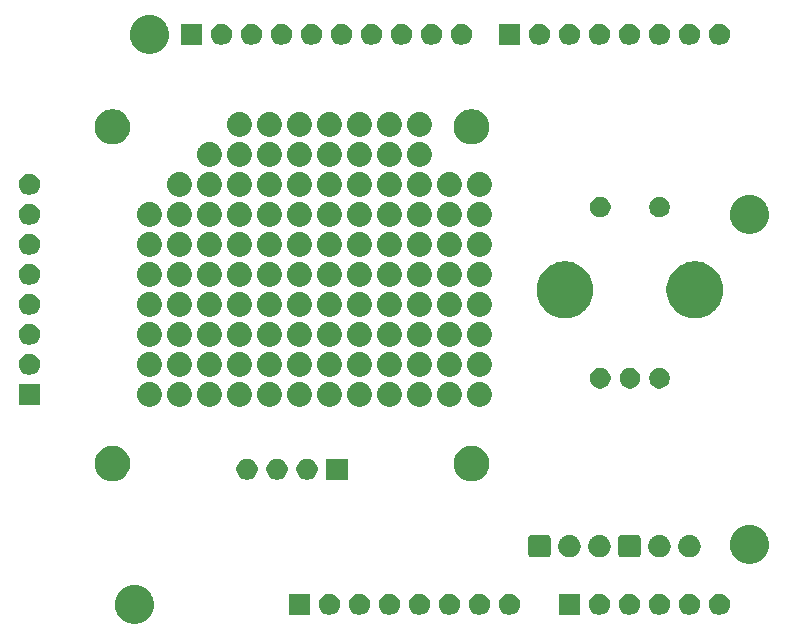
<source format=gbr>
%TF.GenerationSoftware,KiCad,Pcbnew,9.0.6*%
%TF.CreationDate,2025-11-01T12:53:31+09:00*%
%TF.ProjectId,VolumeControlSheild,566f6c75-6d65-4436-9f6e-74726f6c5368,rev?*%
%TF.SameCoordinates,Original*%
%TF.FileFunction,Soldermask,Bot*%
%TF.FilePolarity,Negative*%
%FSLAX46Y46*%
G04 Gerber Fmt 4.6, Leading zero omitted, Abs format (unit mm)*
G04 Created by KiCad (PCBNEW 9.0.6) date 2025-11-01 12:53:31*
%MOMM*%
%LPD*%
G01*
G04 APERTURE LIST*
G04 APERTURE END LIST*
G36*
X114087730Y-95814089D02*
G01*
X114099536Y-95814089D01*
X114157663Y-95823295D01*
X114292042Y-95840986D01*
X114324837Y-95849773D01*
X114355418Y-95854617D01*
X114414229Y-95873726D01*
X114500611Y-95896872D01*
X114555724Y-95919700D01*
X114601810Y-95934675D01*
X114644987Y-95956674D01*
X114700099Y-95979503D01*
X114777539Y-96024213D01*
X114832645Y-96052291D01*
X114857697Y-96070492D01*
X114887096Y-96087466D01*
X114994651Y-96169995D01*
X115042239Y-96204570D01*
X115050579Y-96212910D01*
X115058401Y-96218912D01*
X115211087Y-96371598D01*
X115217088Y-96379419D01*
X115225430Y-96387761D01*
X115260008Y-96435354D01*
X115342533Y-96542903D01*
X115359505Y-96572299D01*
X115377709Y-96597355D01*
X115405789Y-96652466D01*
X115450496Y-96729900D01*
X115473321Y-96785006D01*
X115495325Y-96828190D01*
X115510301Y-96874282D01*
X115533127Y-96929388D01*
X115556269Y-97015757D01*
X115575383Y-97074582D01*
X115580227Y-97105169D01*
X115589013Y-97137957D01*
X115606703Y-97272327D01*
X115615911Y-97330464D01*
X115615911Y-97342269D01*
X115617197Y-97352038D01*
X115617197Y-97567961D01*
X115615911Y-97577729D01*
X115615911Y-97589536D01*
X115606702Y-97647677D01*
X115589013Y-97782042D01*
X115580228Y-97814827D01*
X115575383Y-97845418D01*
X115556268Y-97904246D01*
X115533127Y-97990611D01*
X115510302Y-98045713D01*
X115495325Y-98091810D01*
X115473319Y-98134997D01*
X115450496Y-98190099D01*
X115405793Y-98267525D01*
X115377709Y-98322645D01*
X115359502Y-98347704D01*
X115342533Y-98377096D01*
X115260022Y-98484627D01*
X115225430Y-98532239D01*
X115217085Y-98540583D01*
X115211087Y-98548401D01*
X115058401Y-98701087D01*
X115050583Y-98707085D01*
X115042239Y-98715430D01*
X114994627Y-98750022D01*
X114887096Y-98832533D01*
X114857704Y-98849502D01*
X114832645Y-98867709D01*
X114777525Y-98895793D01*
X114700099Y-98940496D01*
X114644997Y-98963319D01*
X114601810Y-98985325D01*
X114555713Y-99000302D01*
X114500611Y-99023127D01*
X114414246Y-99046268D01*
X114355418Y-99065383D01*
X114324827Y-99070228D01*
X114292042Y-99079013D01*
X114157677Y-99096702D01*
X114099536Y-99105911D01*
X114087729Y-99105911D01*
X114077961Y-99107197D01*
X113862039Y-99107197D01*
X113852271Y-99105911D01*
X113840464Y-99105911D01*
X113782324Y-99096702D01*
X113647957Y-99079013D01*
X113615169Y-99070227D01*
X113584582Y-99065383D01*
X113525757Y-99046269D01*
X113439388Y-99023127D01*
X113384282Y-99000301D01*
X113338190Y-98985325D01*
X113295006Y-98963321D01*
X113239900Y-98940496D01*
X113162466Y-98895789D01*
X113107355Y-98867709D01*
X113082299Y-98849505D01*
X113052903Y-98832533D01*
X112945354Y-98750008D01*
X112897761Y-98715430D01*
X112889419Y-98707088D01*
X112881598Y-98701087D01*
X112728912Y-98548401D01*
X112722910Y-98540579D01*
X112714570Y-98532239D01*
X112679995Y-98484651D01*
X112597466Y-98377096D01*
X112580492Y-98347697D01*
X112562291Y-98322645D01*
X112534213Y-98267539D01*
X112489503Y-98190099D01*
X112466674Y-98134987D01*
X112444675Y-98091810D01*
X112429700Y-98045724D01*
X112406872Y-97990611D01*
X112383726Y-97904229D01*
X112364617Y-97845418D01*
X112359773Y-97814837D01*
X112350986Y-97782042D01*
X112333295Y-97647663D01*
X112324089Y-97589536D01*
X112324089Y-97577729D01*
X112322803Y-97567961D01*
X112322803Y-97352038D01*
X112324089Y-97342269D01*
X112324089Y-97330464D01*
X112333294Y-97272341D01*
X112350986Y-97137957D01*
X112359773Y-97105160D01*
X112364617Y-97074582D01*
X112383724Y-97015775D01*
X112406872Y-96929388D01*
X112429702Y-96874271D01*
X112444675Y-96828190D01*
X112466672Y-96785016D01*
X112489503Y-96729900D01*
X112534217Y-96652451D01*
X112562291Y-96597355D01*
X112580489Y-96572306D01*
X112597466Y-96542903D01*
X112680009Y-96435329D01*
X112714570Y-96387761D01*
X112722906Y-96379424D01*
X112728912Y-96371598D01*
X112881598Y-96218912D01*
X112889424Y-96212906D01*
X112897761Y-96204570D01*
X112945329Y-96170009D01*
X113052903Y-96087466D01*
X113082306Y-96070489D01*
X113107355Y-96052291D01*
X113162451Y-96024217D01*
X113239900Y-95979503D01*
X113295016Y-95956672D01*
X113338190Y-95934675D01*
X113384271Y-95919702D01*
X113439388Y-95896872D01*
X113525775Y-95873724D01*
X113584582Y-95854617D01*
X113615160Y-95849773D01*
X113647957Y-95840986D01*
X113782338Y-95823295D01*
X113840464Y-95814089D01*
X113852270Y-95814089D01*
X113862039Y-95812803D01*
X114077961Y-95812803D01*
X114087730Y-95814089D01*
G37*
G36*
X128809517Y-96562882D02*
G01*
X128826062Y-96573938D01*
X128837118Y-96590483D01*
X128841000Y-96610000D01*
X128841000Y-98310000D01*
X128837118Y-98329517D01*
X128826062Y-98346062D01*
X128809517Y-98357118D01*
X128790000Y-98361000D01*
X127090000Y-98361000D01*
X127070483Y-98357118D01*
X127053938Y-98346062D01*
X127042882Y-98329517D01*
X127039000Y-98310000D01*
X127039000Y-96610000D01*
X127042882Y-96590483D01*
X127053938Y-96573938D01*
X127070483Y-96562882D01*
X127090000Y-96559000D01*
X128790000Y-96559000D01*
X128809517Y-96562882D01*
G37*
G36*
X151669517Y-96562882D02*
G01*
X151686062Y-96573938D01*
X151697118Y-96590483D01*
X151701000Y-96610000D01*
X151701000Y-98310000D01*
X151697118Y-98329517D01*
X151686062Y-98346062D01*
X151669517Y-98357118D01*
X151650000Y-98361000D01*
X149950000Y-98361000D01*
X149930483Y-98357118D01*
X149913938Y-98346062D01*
X149902882Y-98329517D01*
X149899000Y-98310000D01*
X149899000Y-96610000D01*
X149902882Y-96590483D01*
X149913938Y-96573938D01*
X149930483Y-96562882D01*
X149950000Y-96559000D01*
X151650000Y-96559000D01*
X151669517Y-96562882D01*
G37*
G36*
X130741546Y-96597797D02*
G01*
X130904728Y-96665389D01*
X131051588Y-96763518D01*
X131176482Y-96888412D01*
X131274611Y-97035272D01*
X131342203Y-97198454D01*
X131376661Y-97371687D01*
X131376661Y-97548313D01*
X131342203Y-97721546D01*
X131274611Y-97884728D01*
X131176482Y-98031588D01*
X131051588Y-98156482D01*
X130904728Y-98254611D01*
X130741546Y-98322203D01*
X130568313Y-98356661D01*
X130391687Y-98356661D01*
X130218454Y-98322203D01*
X130055272Y-98254611D01*
X129908412Y-98156482D01*
X129783518Y-98031588D01*
X129685389Y-97884728D01*
X129617797Y-97721546D01*
X129583339Y-97548313D01*
X129583339Y-97371687D01*
X129617797Y-97198454D01*
X129685389Y-97035272D01*
X129783518Y-96888412D01*
X129908412Y-96763518D01*
X130055272Y-96665389D01*
X130218454Y-96597797D01*
X130391687Y-96563339D01*
X130568313Y-96563339D01*
X130741546Y-96597797D01*
G37*
G36*
X133281546Y-96597797D02*
G01*
X133444728Y-96665389D01*
X133591588Y-96763518D01*
X133716482Y-96888412D01*
X133814611Y-97035272D01*
X133882203Y-97198454D01*
X133916661Y-97371687D01*
X133916661Y-97548313D01*
X133882203Y-97721546D01*
X133814611Y-97884728D01*
X133716482Y-98031588D01*
X133591588Y-98156482D01*
X133444728Y-98254611D01*
X133281546Y-98322203D01*
X133108313Y-98356661D01*
X132931687Y-98356661D01*
X132758454Y-98322203D01*
X132595272Y-98254611D01*
X132448412Y-98156482D01*
X132323518Y-98031588D01*
X132225389Y-97884728D01*
X132157797Y-97721546D01*
X132123339Y-97548313D01*
X132123339Y-97371687D01*
X132157797Y-97198454D01*
X132225389Y-97035272D01*
X132323518Y-96888412D01*
X132448412Y-96763518D01*
X132595272Y-96665389D01*
X132758454Y-96597797D01*
X132931687Y-96563339D01*
X133108313Y-96563339D01*
X133281546Y-96597797D01*
G37*
G36*
X135821546Y-96597797D02*
G01*
X135984728Y-96665389D01*
X136131588Y-96763518D01*
X136256482Y-96888412D01*
X136354611Y-97035272D01*
X136422203Y-97198454D01*
X136456661Y-97371687D01*
X136456661Y-97548313D01*
X136422203Y-97721546D01*
X136354611Y-97884728D01*
X136256482Y-98031588D01*
X136131588Y-98156482D01*
X135984728Y-98254611D01*
X135821546Y-98322203D01*
X135648313Y-98356661D01*
X135471687Y-98356661D01*
X135298454Y-98322203D01*
X135135272Y-98254611D01*
X134988412Y-98156482D01*
X134863518Y-98031588D01*
X134765389Y-97884728D01*
X134697797Y-97721546D01*
X134663339Y-97548313D01*
X134663339Y-97371687D01*
X134697797Y-97198454D01*
X134765389Y-97035272D01*
X134863518Y-96888412D01*
X134988412Y-96763518D01*
X135135272Y-96665389D01*
X135298454Y-96597797D01*
X135471687Y-96563339D01*
X135648313Y-96563339D01*
X135821546Y-96597797D01*
G37*
G36*
X138361546Y-96597797D02*
G01*
X138524728Y-96665389D01*
X138671588Y-96763518D01*
X138796482Y-96888412D01*
X138894611Y-97035272D01*
X138962203Y-97198454D01*
X138996661Y-97371687D01*
X138996661Y-97548313D01*
X138962203Y-97721546D01*
X138894611Y-97884728D01*
X138796482Y-98031588D01*
X138671588Y-98156482D01*
X138524728Y-98254611D01*
X138361546Y-98322203D01*
X138188313Y-98356661D01*
X138011687Y-98356661D01*
X137838454Y-98322203D01*
X137675272Y-98254611D01*
X137528412Y-98156482D01*
X137403518Y-98031588D01*
X137305389Y-97884728D01*
X137237797Y-97721546D01*
X137203339Y-97548313D01*
X137203339Y-97371687D01*
X137237797Y-97198454D01*
X137305389Y-97035272D01*
X137403518Y-96888412D01*
X137528412Y-96763518D01*
X137675272Y-96665389D01*
X137838454Y-96597797D01*
X138011687Y-96563339D01*
X138188313Y-96563339D01*
X138361546Y-96597797D01*
G37*
G36*
X140901546Y-96597797D02*
G01*
X141064728Y-96665389D01*
X141211588Y-96763518D01*
X141336482Y-96888412D01*
X141434611Y-97035272D01*
X141502203Y-97198454D01*
X141536661Y-97371687D01*
X141536661Y-97548313D01*
X141502203Y-97721546D01*
X141434611Y-97884728D01*
X141336482Y-98031588D01*
X141211588Y-98156482D01*
X141064728Y-98254611D01*
X140901546Y-98322203D01*
X140728313Y-98356661D01*
X140551687Y-98356661D01*
X140378454Y-98322203D01*
X140215272Y-98254611D01*
X140068412Y-98156482D01*
X139943518Y-98031588D01*
X139845389Y-97884728D01*
X139777797Y-97721546D01*
X139743339Y-97548313D01*
X139743339Y-97371687D01*
X139777797Y-97198454D01*
X139845389Y-97035272D01*
X139943518Y-96888412D01*
X140068412Y-96763518D01*
X140215272Y-96665389D01*
X140378454Y-96597797D01*
X140551687Y-96563339D01*
X140728313Y-96563339D01*
X140901546Y-96597797D01*
G37*
G36*
X143441546Y-96597797D02*
G01*
X143604728Y-96665389D01*
X143751588Y-96763518D01*
X143876482Y-96888412D01*
X143974611Y-97035272D01*
X144042203Y-97198454D01*
X144076661Y-97371687D01*
X144076661Y-97548313D01*
X144042203Y-97721546D01*
X143974611Y-97884728D01*
X143876482Y-98031588D01*
X143751588Y-98156482D01*
X143604728Y-98254611D01*
X143441546Y-98322203D01*
X143268313Y-98356661D01*
X143091687Y-98356661D01*
X142918454Y-98322203D01*
X142755272Y-98254611D01*
X142608412Y-98156482D01*
X142483518Y-98031588D01*
X142385389Y-97884728D01*
X142317797Y-97721546D01*
X142283339Y-97548313D01*
X142283339Y-97371687D01*
X142317797Y-97198454D01*
X142385389Y-97035272D01*
X142483518Y-96888412D01*
X142608412Y-96763518D01*
X142755272Y-96665389D01*
X142918454Y-96597797D01*
X143091687Y-96563339D01*
X143268313Y-96563339D01*
X143441546Y-96597797D01*
G37*
G36*
X145981546Y-96597797D02*
G01*
X146144728Y-96665389D01*
X146291588Y-96763518D01*
X146416482Y-96888412D01*
X146514611Y-97035272D01*
X146582203Y-97198454D01*
X146616661Y-97371687D01*
X146616661Y-97548313D01*
X146582203Y-97721546D01*
X146514611Y-97884728D01*
X146416482Y-98031588D01*
X146291588Y-98156482D01*
X146144728Y-98254611D01*
X145981546Y-98322203D01*
X145808313Y-98356661D01*
X145631687Y-98356661D01*
X145458454Y-98322203D01*
X145295272Y-98254611D01*
X145148412Y-98156482D01*
X145023518Y-98031588D01*
X144925389Y-97884728D01*
X144857797Y-97721546D01*
X144823339Y-97548313D01*
X144823339Y-97371687D01*
X144857797Y-97198454D01*
X144925389Y-97035272D01*
X145023518Y-96888412D01*
X145148412Y-96763518D01*
X145295272Y-96665389D01*
X145458454Y-96597797D01*
X145631687Y-96563339D01*
X145808313Y-96563339D01*
X145981546Y-96597797D01*
G37*
G36*
X153601546Y-96597797D02*
G01*
X153764728Y-96665389D01*
X153911588Y-96763518D01*
X154036482Y-96888412D01*
X154134611Y-97035272D01*
X154202203Y-97198454D01*
X154236661Y-97371687D01*
X154236661Y-97548313D01*
X154202203Y-97721546D01*
X154134611Y-97884728D01*
X154036482Y-98031588D01*
X153911588Y-98156482D01*
X153764728Y-98254611D01*
X153601546Y-98322203D01*
X153428313Y-98356661D01*
X153251687Y-98356661D01*
X153078454Y-98322203D01*
X152915272Y-98254611D01*
X152768412Y-98156482D01*
X152643518Y-98031588D01*
X152545389Y-97884728D01*
X152477797Y-97721546D01*
X152443339Y-97548313D01*
X152443339Y-97371687D01*
X152477797Y-97198454D01*
X152545389Y-97035272D01*
X152643518Y-96888412D01*
X152768412Y-96763518D01*
X152915272Y-96665389D01*
X153078454Y-96597797D01*
X153251687Y-96563339D01*
X153428313Y-96563339D01*
X153601546Y-96597797D01*
G37*
G36*
X156141546Y-96597797D02*
G01*
X156304728Y-96665389D01*
X156451588Y-96763518D01*
X156576482Y-96888412D01*
X156674611Y-97035272D01*
X156742203Y-97198454D01*
X156776661Y-97371687D01*
X156776661Y-97548313D01*
X156742203Y-97721546D01*
X156674611Y-97884728D01*
X156576482Y-98031588D01*
X156451588Y-98156482D01*
X156304728Y-98254611D01*
X156141546Y-98322203D01*
X155968313Y-98356661D01*
X155791687Y-98356661D01*
X155618454Y-98322203D01*
X155455272Y-98254611D01*
X155308412Y-98156482D01*
X155183518Y-98031588D01*
X155085389Y-97884728D01*
X155017797Y-97721546D01*
X154983339Y-97548313D01*
X154983339Y-97371687D01*
X155017797Y-97198454D01*
X155085389Y-97035272D01*
X155183518Y-96888412D01*
X155308412Y-96763518D01*
X155455272Y-96665389D01*
X155618454Y-96597797D01*
X155791687Y-96563339D01*
X155968313Y-96563339D01*
X156141546Y-96597797D01*
G37*
G36*
X158681546Y-96597797D02*
G01*
X158844728Y-96665389D01*
X158991588Y-96763518D01*
X159116482Y-96888412D01*
X159214611Y-97035272D01*
X159282203Y-97198454D01*
X159316661Y-97371687D01*
X159316661Y-97548313D01*
X159282203Y-97721546D01*
X159214611Y-97884728D01*
X159116482Y-98031588D01*
X158991588Y-98156482D01*
X158844728Y-98254611D01*
X158681546Y-98322203D01*
X158508313Y-98356661D01*
X158331687Y-98356661D01*
X158158454Y-98322203D01*
X157995272Y-98254611D01*
X157848412Y-98156482D01*
X157723518Y-98031588D01*
X157625389Y-97884728D01*
X157557797Y-97721546D01*
X157523339Y-97548313D01*
X157523339Y-97371687D01*
X157557797Y-97198454D01*
X157625389Y-97035272D01*
X157723518Y-96888412D01*
X157848412Y-96763518D01*
X157995272Y-96665389D01*
X158158454Y-96597797D01*
X158331687Y-96563339D01*
X158508313Y-96563339D01*
X158681546Y-96597797D01*
G37*
G36*
X161221546Y-96597797D02*
G01*
X161384728Y-96665389D01*
X161531588Y-96763518D01*
X161656482Y-96888412D01*
X161754611Y-97035272D01*
X161822203Y-97198454D01*
X161856661Y-97371687D01*
X161856661Y-97548313D01*
X161822203Y-97721546D01*
X161754611Y-97884728D01*
X161656482Y-98031588D01*
X161531588Y-98156482D01*
X161384728Y-98254611D01*
X161221546Y-98322203D01*
X161048313Y-98356661D01*
X160871687Y-98356661D01*
X160698454Y-98322203D01*
X160535272Y-98254611D01*
X160388412Y-98156482D01*
X160263518Y-98031588D01*
X160165389Y-97884728D01*
X160097797Y-97721546D01*
X160063339Y-97548313D01*
X160063339Y-97371687D01*
X160097797Y-97198454D01*
X160165389Y-97035272D01*
X160263518Y-96888412D01*
X160388412Y-96763518D01*
X160535272Y-96665389D01*
X160698454Y-96597797D01*
X160871687Y-96563339D01*
X161048313Y-96563339D01*
X161221546Y-96597797D01*
G37*
G36*
X163761546Y-96597797D02*
G01*
X163924728Y-96665389D01*
X164071588Y-96763518D01*
X164196482Y-96888412D01*
X164294611Y-97035272D01*
X164362203Y-97198454D01*
X164396661Y-97371687D01*
X164396661Y-97548313D01*
X164362203Y-97721546D01*
X164294611Y-97884728D01*
X164196482Y-98031588D01*
X164071588Y-98156482D01*
X163924728Y-98254611D01*
X163761546Y-98322203D01*
X163588313Y-98356661D01*
X163411687Y-98356661D01*
X163238454Y-98322203D01*
X163075272Y-98254611D01*
X162928412Y-98156482D01*
X162803518Y-98031588D01*
X162705389Y-97884728D01*
X162637797Y-97721546D01*
X162603339Y-97548313D01*
X162603339Y-97371687D01*
X162637797Y-97198454D01*
X162705389Y-97035272D01*
X162803518Y-96888412D01*
X162928412Y-96763518D01*
X163075272Y-96665389D01*
X163238454Y-96597797D01*
X163411687Y-96563339D01*
X163588313Y-96563339D01*
X163761546Y-96597797D01*
G37*
G36*
X166157730Y-90734089D02*
G01*
X166169536Y-90734089D01*
X166227663Y-90743295D01*
X166362042Y-90760986D01*
X166394837Y-90769773D01*
X166425418Y-90774617D01*
X166484229Y-90793726D01*
X166570611Y-90816872D01*
X166625724Y-90839700D01*
X166671810Y-90854675D01*
X166714987Y-90876674D01*
X166770099Y-90899503D01*
X166847539Y-90944213D01*
X166902645Y-90972291D01*
X166927697Y-90990492D01*
X166957096Y-91007466D01*
X167064651Y-91089995D01*
X167112239Y-91124570D01*
X167120579Y-91132910D01*
X167128401Y-91138912D01*
X167281087Y-91291598D01*
X167287088Y-91299419D01*
X167295430Y-91307761D01*
X167330008Y-91355354D01*
X167412533Y-91462903D01*
X167429505Y-91492299D01*
X167447709Y-91517355D01*
X167475789Y-91572466D01*
X167520496Y-91649900D01*
X167543321Y-91705006D01*
X167565325Y-91748190D01*
X167580301Y-91794282D01*
X167603127Y-91849388D01*
X167626269Y-91935757D01*
X167645383Y-91994582D01*
X167650227Y-92025169D01*
X167659013Y-92057957D01*
X167676703Y-92192327D01*
X167685911Y-92250464D01*
X167685911Y-92262269D01*
X167687197Y-92272038D01*
X167687197Y-92487961D01*
X167685911Y-92497729D01*
X167685911Y-92509536D01*
X167676702Y-92567677D01*
X167659013Y-92702042D01*
X167650228Y-92734827D01*
X167645383Y-92765418D01*
X167626268Y-92824246D01*
X167603127Y-92910611D01*
X167580302Y-92965713D01*
X167565325Y-93011810D01*
X167543319Y-93054997D01*
X167520496Y-93110099D01*
X167475793Y-93187525D01*
X167447709Y-93242645D01*
X167429502Y-93267704D01*
X167412533Y-93297096D01*
X167330022Y-93404627D01*
X167295430Y-93452239D01*
X167287085Y-93460583D01*
X167281087Y-93468401D01*
X167128401Y-93621087D01*
X167120583Y-93627085D01*
X167112239Y-93635430D01*
X167064627Y-93670022D01*
X166957096Y-93752533D01*
X166927704Y-93769502D01*
X166902645Y-93787709D01*
X166847525Y-93815793D01*
X166770099Y-93860496D01*
X166714997Y-93883319D01*
X166671810Y-93905325D01*
X166625713Y-93920302D01*
X166570611Y-93943127D01*
X166484246Y-93966268D01*
X166425418Y-93985383D01*
X166394827Y-93990228D01*
X166362042Y-93999013D01*
X166227677Y-94016702D01*
X166169536Y-94025911D01*
X166157729Y-94025911D01*
X166147961Y-94027197D01*
X165932039Y-94027197D01*
X165922271Y-94025911D01*
X165910464Y-94025911D01*
X165852324Y-94016702D01*
X165717957Y-93999013D01*
X165685169Y-93990227D01*
X165654582Y-93985383D01*
X165595757Y-93966269D01*
X165509388Y-93943127D01*
X165454282Y-93920301D01*
X165408190Y-93905325D01*
X165365006Y-93883321D01*
X165309900Y-93860496D01*
X165232466Y-93815789D01*
X165177355Y-93787709D01*
X165152299Y-93769505D01*
X165122903Y-93752533D01*
X165015354Y-93670008D01*
X164967761Y-93635430D01*
X164959419Y-93627088D01*
X164951598Y-93621087D01*
X164798912Y-93468401D01*
X164792910Y-93460579D01*
X164784570Y-93452239D01*
X164749995Y-93404651D01*
X164667466Y-93297096D01*
X164650492Y-93267697D01*
X164632291Y-93242645D01*
X164604213Y-93187539D01*
X164559503Y-93110099D01*
X164536674Y-93054987D01*
X164514675Y-93011810D01*
X164499700Y-92965724D01*
X164476872Y-92910611D01*
X164453726Y-92824229D01*
X164434617Y-92765418D01*
X164429773Y-92734837D01*
X164420986Y-92702042D01*
X164403295Y-92567663D01*
X164394089Y-92509536D01*
X164394089Y-92497729D01*
X164392803Y-92487961D01*
X164392803Y-92272038D01*
X164394089Y-92262269D01*
X164394089Y-92250464D01*
X164403294Y-92192341D01*
X164420986Y-92057957D01*
X164429773Y-92025160D01*
X164434617Y-91994582D01*
X164453724Y-91935775D01*
X164476872Y-91849388D01*
X164499702Y-91794271D01*
X164514675Y-91748190D01*
X164536672Y-91705016D01*
X164559503Y-91649900D01*
X164604217Y-91572451D01*
X164632291Y-91517355D01*
X164650489Y-91492306D01*
X164667466Y-91462903D01*
X164750009Y-91355329D01*
X164784570Y-91307761D01*
X164792906Y-91299424D01*
X164798912Y-91291598D01*
X164951598Y-91138912D01*
X164959424Y-91132906D01*
X164967761Y-91124570D01*
X165015329Y-91090009D01*
X165122903Y-91007466D01*
X165152306Y-90990489D01*
X165177355Y-90972291D01*
X165232451Y-90944217D01*
X165309900Y-90899503D01*
X165365016Y-90876672D01*
X165408190Y-90854675D01*
X165454271Y-90839702D01*
X165509388Y-90816872D01*
X165595775Y-90793724D01*
X165654582Y-90774617D01*
X165685160Y-90769773D01*
X165717957Y-90760986D01*
X165852338Y-90743295D01*
X165910464Y-90734089D01*
X165922270Y-90734089D01*
X165932039Y-90732803D01*
X166147961Y-90732803D01*
X166157730Y-90734089D01*
G37*
G36*
X148980148Y-91594453D02*
G01*
X148995904Y-91601410D01*
X149003638Y-91602635D01*
X149035848Y-91619047D01*
X149080802Y-91638896D01*
X149158604Y-91716698D01*
X149178456Y-91761658D01*
X149194864Y-91793861D01*
X149196088Y-91801592D01*
X149203047Y-91817352D01*
X149211000Y-91885900D01*
X149211000Y-93189100D01*
X149203047Y-93257648D01*
X149196088Y-93273408D01*
X149194864Y-93281138D01*
X149178459Y-93313333D01*
X149158604Y-93358302D01*
X149080802Y-93436104D01*
X149035833Y-93455959D01*
X149003638Y-93472364D01*
X148995908Y-93473588D01*
X148980148Y-93480547D01*
X148911600Y-93488500D01*
X147608400Y-93488500D01*
X147539852Y-93480547D01*
X147524092Y-93473588D01*
X147516361Y-93472364D01*
X147484158Y-93455956D01*
X147439198Y-93436104D01*
X147361396Y-93358302D01*
X147341547Y-93313348D01*
X147325135Y-93281138D01*
X147323910Y-93273404D01*
X147316953Y-93257648D01*
X147309000Y-93189100D01*
X147309000Y-91885900D01*
X147316953Y-91817352D01*
X147323909Y-91801596D01*
X147325135Y-91793861D01*
X147341550Y-91761643D01*
X147361396Y-91716698D01*
X147439198Y-91638896D01*
X147484143Y-91619050D01*
X147516361Y-91602635D01*
X147524096Y-91601409D01*
X147539852Y-91594453D01*
X147608400Y-91586500D01*
X148911600Y-91586500D01*
X148980148Y-91594453D01*
G37*
G36*
X156600148Y-91594453D02*
G01*
X156615904Y-91601410D01*
X156623638Y-91602635D01*
X156655848Y-91619047D01*
X156700802Y-91638896D01*
X156778604Y-91716698D01*
X156798456Y-91761658D01*
X156814864Y-91793861D01*
X156816088Y-91801592D01*
X156823047Y-91817352D01*
X156831000Y-91885900D01*
X156831000Y-93189100D01*
X156823047Y-93257648D01*
X156816088Y-93273408D01*
X156814864Y-93281138D01*
X156798459Y-93313333D01*
X156778604Y-93358302D01*
X156700802Y-93436104D01*
X156655833Y-93455959D01*
X156623638Y-93472364D01*
X156615908Y-93473588D01*
X156600148Y-93480547D01*
X156531600Y-93488500D01*
X155228400Y-93488500D01*
X155159852Y-93480547D01*
X155144092Y-93473588D01*
X155136361Y-93472364D01*
X155104158Y-93455956D01*
X155059198Y-93436104D01*
X154981396Y-93358302D01*
X154961547Y-93313348D01*
X154945135Y-93281138D01*
X154943910Y-93273404D01*
X154936953Y-93257648D01*
X154929000Y-93189100D01*
X154929000Y-91885900D01*
X154936953Y-91817352D01*
X154943909Y-91801596D01*
X154945135Y-91793861D01*
X154961550Y-91761643D01*
X154981396Y-91716698D01*
X155059198Y-91638896D01*
X155104143Y-91619050D01*
X155136361Y-91602635D01*
X155144096Y-91601409D01*
X155159852Y-91594453D01*
X155228400Y-91586500D01*
X156531600Y-91586500D01*
X156600148Y-91594453D01*
G37*
G36*
X150882553Y-91591079D02*
G01*
X150893214Y-91591079D01*
X150934865Y-91599364D01*
X151021916Y-91613151D01*
X151049918Y-91622249D01*
X151076061Y-91627450D01*
X151112956Y-91642732D01*
X151163784Y-91659248D01*
X151211399Y-91683509D01*
X151248298Y-91698793D01*
X151270463Y-91713603D01*
X151296693Y-91726968D01*
X151367990Y-91778768D01*
X151403308Y-91802367D01*
X151410846Y-91809905D01*
X151417370Y-91814645D01*
X151522854Y-91920129D01*
X151527593Y-91926652D01*
X151535133Y-91934192D01*
X151558734Y-91969514D01*
X151610531Y-92040806D01*
X151623894Y-92067033D01*
X151638707Y-92089202D01*
X151653993Y-92126105D01*
X151678251Y-92173715D01*
X151694764Y-92224535D01*
X151710050Y-92261439D01*
X151715251Y-92287586D01*
X151724348Y-92315583D01*
X151738134Y-92402625D01*
X151746421Y-92444286D01*
X151746421Y-92454947D01*
X151747683Y-92462915D01*
X151747683Y-92612084D01*
X151746421Y-92620051D01*
X151746421Y-92630714D01*
X151738133Y-92672377D01*
X151724348Y-92759416D01*
X151715251Y-92787410D01*
X151710050Y-92813561D01*
X151694762Y-92850468D01*
X151678251Y-92901284D01*
X151653995Y-92948888D01*
X151638707Y-92985798D01*
X151623892Y-93007970D01*
X151610531Y-93034193D01*
X151558742Y-93105473D01*
X151535133Y-93140808D01*
X151527591Y-93148349D01*
X151522854Y-93154870D01*
X151417370Y-93260354D01*
X151410849Y-93265091D01*
X151403308Y-93272633D01*
X151367973Y-93296242D01*
X151296693Y-93348031D01*
X151270470Y-93361392D01*
X151248298Y-93376207D01*
X151211388Y-93391495D01*
X151163784Y-93415751D01*
X151112968Y-93432262D01*
X151076061Y-93447550D01*
X151049910Y-93452751D01*
X151021916Y-93461848D01*
X150934875Y-93475633D01*
X150893214Y-93483921D01*
X150882553Y-93483921D01*
X150874585Y-93485183D01*
X150725415Y-93485183D01*
X150717447Y-93483921D01*
X150706786Y-93483921D01*
X150665125Y-93475634D01*
X150578083Y-93461848D01*
X150550086Y-93452751D01*
X150523939Y-93447550D01*
X150487035Y-93432264D01*
X150436215Y-93415751D01*
X150388605Y-93391493D01*
X150351702Y-93376207D01*
X150329533Y-93361394D01*
X150303306Y-93348031D01*
X150232014Y-93296234D01*
X150196692Y-93272633D01*
X150189152Y-93265093D01*
X150182629Y-93260354D01*
X150077145Y-93154870D01*
X150072405Y-93148346D01*
X150064867Y-93140808D01*
X150041268Y-93105490D01*
X149989468Y-93034193D01*
X149976103Y-93007963D01*
X149961293Y-92985798D01*
X149946009Y-92948899D01*
X149921748Y-92901284D01*
X149905232Y-92850456D01*
X149889950Y-92813561D01*
X149884749Y-92787418D01*
X149875651Y-92759416D01*
X149861864Y-92672367D01*
X149853579Y-92630714D01*
X149853579Y-92620052D01*
X149852317Y-92612084D01*
X149852317Y-92462915D01*
X149853579Y-92454946D01*
X149853579Y-92444286D01*
X149861863Y-92402636D01*
X149875651Y-92315583D01*
X149884750Y-92287578D01*
X149889950Y-92261439D01*
X149905231Y-92224546D01*
X149921748Y-92173715D01*
X149946011Y-92126095D01*
X149961293Y-92089202D01*
X149976101Y-92067039D01*
X149989468Y-92040806D01*
X150041277Y-91969496D01*
X150064867Y-91934192D01*
X150072402Y-91926656D01*
X150077145Y-91920129D01*
X150182629Y-91814645D01*
X150189156Y-91809902D01*
X150196692Y-91802367D01*
X150231996Y-91778777D01*
X150303306Y-91726968D01*
X150329539Y-91713601D01*
X150351702Y-91698793D01*
X150388595Y-91683511D01*
X150436215Y-91659248D01*
X150487046Y-91642731D01*
X150523939Y-91627450D01*
X150550078Y-91622250D01*
X150578083Y-91613151D01*
X150665136Y-91599363D01*
X150706786Y-91591079D01*
X150717447Y-91591079D01*
X150725415Y-91589817D01*
X150874585Y-91589817D01*
X150882553Y-91591079D01*
G37*
G36*
X153422553Y-91591079D02*
G01*
X153433214Y-91591079D01*
X153474865Y-91599364D01*
X153561916Y-91613151D01*
X153589918Y-91622249D01*
X153616061Y-91627450D01*
X153652956Y-91642732D01*
X153703784Y-91659248D01*
X153751399Y-91683509D01*
X153788298Y-91698793D01*
X153810463Y-91713603D01*
X153836693Y-91726968D01*
X153907990Y-91778768D01*
X153943308Y-91802367D01*
X153950846Y-91809905D01*
X153957370Y-91814645D01*
X154062854Y-91920129D01*
X154067593Y-91926652D01*
X154075133Y-91934192D01*
X154098734Y-91969514D01*
X154150531Y-92040806D01*
X154163894Y-92067033D01*
X154178707Y-92089202D01*
X154193993Y-92126105D01*
X154218251Y-92173715D01*
X154234764Y-92224535D01*
X154250050Y-92261439D01*
X154255251Y-92287586D01*
X154264348Y-92315583D01*
X154278134Y-92402625D01*
X154286421Y-92444286D01*
X154286421Y-92454947D01*
X154287683Y-92462915D01*
X154287683Y-92612084D01*
X154286421Y-92620051D01*
X154286421Y-92630714D01*
X154278133Y-92672377D01*
X154264348Y-92759416D01*
X154255251Y-92787410D01*
X154250050Y-92813561D01*
X154234762Y-92850468D01*
X154218251Y-92901284D01*
X154193995Y-92948888D01*
X154178707Y-92985798D01*
X154163892Y-93007970D01*
X154150531Y-93034193D01*
X154098742Y-93105473D01*
X154075133Y-93140808D01*
X154067591Y-93148349D01*
X154062854Y-93154870D01*
X153957370Y-93260354D01*
X153950849Y-93265091D01*
X153943308Y-93272633D01*
X153907973Y-93296242D01*
X153836693Y-93348031D01*
X153810470Y-93361392D01*
X153788298Y-93376207D01*
X153751388Y-93391495D01*
X153703784Y-93415751D01*
X153652968Y-93432262D01*
X153616061Y-93447550D01*
X153589910Y-93452751D01*
X153561916Y-93461848D01*
X153474875Y-93475633D01*
X153433214Y-93483921D01*
X153422553Y-93483921D01*
X153414585Y-93485183D01*
X153265415Y-93485183D01*
X153257447Y-93483921D01*
X153246786Y-93483921D01*
X153205125Y-93475634D01*
X153118083Y-93461848D01*
X153090086Y-93452751D01*
X153063939Y-93447550D01*
X153027035Y-93432264D01*
X152976215Y-93415751D01*
X152928605Y-93391493D01*
X152891702Y-93376207D01*
X152869533Y-93361394D01*
X152843306Y-93348031D01*
X152772014Y-93296234D01*
X152736692Y-93272633D01*
X152729152Y-93265093D01*
X152722629Y-93260354D01*
X152617145Y-93154870D01*
X152612405Y-93148346D01*
X152604867Y-93140808D01*
X152581268Y-93105490D01*
X152529468Y-93034193D01*
X152516103Y-93007963D01*
X152501293Y-92985798D01*
X152486009Y-92948899D01*
X152461748Y-92901284D01*
X152445232Y-92850456D01*
X152429950Y-92813561D01*
X152424749Y-92787418D01*
X152415651Y-92759416D01*
X152401864Y-92672367D01*
X152393579Y-92630714D01*
X152393579Y-92620052D01*
X152392317Y-92612084D01*
X152392317Y-92462915D01*
X152393579Y-92454946D01*
X152393579Y-92444286D01*
X152401863Y-92402636D01*
X152415651Y-92315583D01*
X152424750Y-92287578D01*
X152429950Y-92261439D01*
X152445231Y-92224546D01*
X152461748Y-92173715D01*
X152486011Y-92126095D01*
X152501293Y-92089202D01*
X152516101Y-92067039D01*
X152529468Y-92040806D01*
X152581277Y-91969496D01*
X152604867Y-91934192D01*
X152612402Y-91926656D01*
X152617145Y-91920129D01*
X152722629Y-91814645D01*
X152729156Y-91809902D01*
X152736692Y-91802367D01*
X152771996Y-91778777D01*
X152843306Y-91726968D01*
X152869539Y-91713601D01*
X152891702Y-91698793D01*
X152928595Y-91683511D01*
X152976215Y-91659248D01*
X153027046Y-91642731D01*
X153063939Y-91627450D01*
X153090078Y-91622250D01*
X153118083Y-91613151D01*
X153205136Y-91599363D01*
X153246786Y-91591079D01*
X153257447Y-91591079D01*
X153265415Y-91589817D01*
X153414585Y-91589817D01*
X153422553Y-91591079D01*
G37*
G36*
X158502553Y-91591079D02*
G01*
X158513214Y-91591079D01*
X158554865Y-91599364D01*
X158641916Y-91613151D01*
X158669918Y-91622249D01*
X158696061Y-91627450D01*
X158732956Y-91642732D01*
X158783784Y-91659248D01*
X158831399Y-91683509D01*
X158868298Y-91698793D01*
X158890463Y-91713603D01*
X158916693Y-91726968D01*
X158987990Y-91778768D01*
X159023308Y-91802367D01*
X159030846Y-91809905D01*
X159037370Y-91814645D01*
X159142854Y-91920129D01*
X159147593Y-91926652D01*
X159155133Y-91934192D01*
X159178734Y-91969514D01*
X159230531Y-92040806D01*
X159243894Y-92067033D01*
X159258707Y-92089202D01*
X159273993Y-92126105D01*
X159298251Y-92173715D01*
X159314764Y-92224535D01*
X159330050Y-92261439D01*
X159335251Y-92287586D01*
X159344348Y-92315583D01*
X159358134Y-92402625D01*
X159366421Y-92444286D01*
X159366421Y-92454947D01*
X159367683Y-92462915D01*
X159367683Y-92612084D01*
X159366421Y-92620051D01*
X159366421Y-92630714D01*
X159358133Y-92672377D01*
X159344348Y-92759416D01*
X159335251Y-92787410D01*
X159330050Y-92813561D01*
X159314762Y-92850468D01*
X159298251Y-92901284D01*
X159273995Y-92948888D01*
X159258707Y-92985798D01*
X159243892Y-93007970D01*
X159230531Y-93034193D01*
X159178742Y-93105473D01*
X159155133Y-93140808D01*
X159147591Y-93148349D01*
X159142854Y-93154870D01*
X159037370Y-93260354D01*
X159030849Y-93265091D01*
X159023308Y-93272633D01*
X158987973Y-93296242D01*
X158916693Y-93348031D01*
X158890470Y-93361392D01*
X158868298Y-93376207D01*
X158831388Y-93391495D01*
X158783784Y-93415751D01*
X158732968Y-93432262D01*
X158696061Y-93447550D01*
X158669910Y-93452751D01*
X158641916Y-93461848D01*
X158554875Y-93475633D01*
X158513214Y-93483921D01*
X158502553Y-93483921D01*
X158494585Y-93485183D01*
X158345415Y-93485183D01*
X158337447Y-93483921D01*
X158326786Y-93483921D01*
X158285125Y-93475634D01*
X158198083Y-93461848D01*
X158170086Y-93452751D01*
X158143939Y-93447550D01*
X158107035Y-93432264D01*
X158056215Y-93415751D01*
X158008605Y-93391493D01*
X157971702Y-93376207D01*
X157949533Y-93361394D01*
X157923306Y-93348031D01*
X157852014Y-93296234D01*
X157816692Y-93272633D01*
X157809152Y-93265093D01*
X157802629Y-93260354D01*
X157697145Y-93154870D01*
X157692405Y-93148346D01*
X157684867Y-93140808D01*
X157661268Y-93105490D01*
X157609468Y-93034193D01*
X157596103Y-93007963D01*
X157581293Y-92985798D01*
X157566009Y-92948899D01*
X157541748Y-92901284D01*
X157525232Y-92850456D01*
X157509950Y-92813561D01*
X157504749Y-92787418D01*
X157495651Y-92759416D01*
X157481864Y-92672367D01*
X157473579Y-92630714D01*
X157473579Y-92620052D01*
X157472317Y-92612084D01*
X157472317Y-92462915D01*
X157473579Y-92454946D01*
X157473579Y-92444286D01*
X157481863Y-92402636D01*
X157495651Y-92315583D01*
X157504750Y-92287578D01*
X157509950Y-92261439D01*
X157525231Y-92224546D01*
X157541748Y-92173715D01*
X157566011Y-92126095D01*
X157581293Y-92089202D01*
X157596101Y-92067039D01*
X157609468Y-92040806D01*
X157661277Y-91969496D01*
X157684867Y-91934192D01*
X157692402Y-91926656D01*
X157697145Y-91920129D01*
X157802629Y-91814645D01*
X157809156Y-91809902D01*
X157816692Y-91802367D01*
X157851996Y-91778777D01*
X157923306Y-91726968D01*
X157949539Y-91713601D01*
X157971702Y-91698793D01*
X158008595Y-91683511D01*
X158056215Y-91659248D01*
X158107046Y-91642731D01*
X158143939Y-91627450D01*
X158170078Y-91622250D01*
X158198083Y-91613151D01*
X158285136Y-91599363D01*
X158326786Y-91591079D01*
X158337447Y-91591079D01*
X158345415Y-91589817D01*
X158494585Y-91589817D01*
X158502553Y-91591079D01*
G37*
G36*
X161042553Y-91591079D02*
G01*
X161053214Y-91591079D01*
X161094865Y-91599364D01*
X161181916Y-91613151D01*
X161209918Y-91622249D01*
X161236061Y-91627450D01*
X161272956Y-91642732D01*
X161323784Y-91659248D01*
X161371399Y-91683509D01*
X161408298Y-91698793D01*
X161430463Y-91713603D01*
X161456693Y-91726968D01*
X161527990Y-91778768D01*
X161563308Y-91802367D01*
X161570846Y-91809905D01*
X161577370Y-91814645D01*
X161682854Y-91920129D01*
X161687593Y-91926652D01*
X161695133Y-91934192D01*
X161718734Y-91969514D01*
X161770531Y-92040806D01*
X161783894Y-92067033D01*
X161798707Y-92089202D01*
X161813993Y-92126105D01*
X161838251Y-92173715D01*
X161854764Y-92224535D01*
X161870050Y-92261439D01*
X161875251Y-92287586D01*
X161884348Y-92315583D01*
X161898134Y-92402625D01*
X161906421Y-92444286D01*
X161906421Y-92454947D01*
X161907683Y-92462915D01*
X161907683Y-92612084D01*
X161906421Y-92620051D01*
X161906421Y-92630714D01*
X161898133Y-92672377D01*
X161884348Y-92759416D01*
X161875251Y-92787410D01*
X161870050Y-92813561D01*
X161854762Y-92850468D01*
X161838251Y-92901284D01*
X161813995Y-92948888D01*
X161798707Y-92985798D01*
X161783892Y-93007970D01*
X161770531Y-93034193D01*
X161718742Y-93105473D01*
X161695133Y-93140808D01*
X161687591Y-93148349D01*
X161682854Y-93154870D01*
X161577370Y-93260354D01*
X161570849Y-93265091D01*
X161563308Y-93272633D01*
X161527973Y-93296242D01*
X161456693Y-93348031D01*
X161430470Y-93361392D01*
X161408298Y-93376207D01*
X161371388Y-93391495D01*
X161323784Y-93415751D01*
X161272968Y-93432262D01*
X161236061Y-93447550D01*
X161209910Y-93452751D01*
X161181916Y-93461848D01*
X161094875Y-93475633D01*
X161053214Y-93483921D01*
X161042553Y-93483921D01*
X161034585Y-93485183D01*
X160885415Y-93485183D01*
X160877447Y-93483921D01*
X160866786Y-93483921D01*
X160825125Y-93475634D01*
X160738083Y-93461848D01*
X160710086Y-93452751D01*
X160683939Y-93447550D01*
X160647035Y-93432264D01*
X160596215Y-93415751D01*
X160548605Y-93391493D01*
X160511702Y-93376207D01*
X160489533Y-93361394D01*
X160463306Y-93348031D01*
X160392014Y-93296234D01*
X160356692Y-93272633D01*
X160349152Y-93265093D01*
X160342629Y-93260354D01*
X160237145Y-93154870D01*
X160232405Y-93148346D01*
X160224867Y-93140808D01*
X160201268Y-93105490D01*
X160149468Y-93034193D01*
X160136103Y-93007963D01*
X160121293Y-92985798D01*
X160106009Y-92948899D01*
X160081748Y-92901284D01*
X160065232Y-92850456D01*
X160049950Y-92813561D01*
X160044749Y-92787418D01*
X160035651Y-92759416D01*
X160021864Y-92672367D01*
X160013579Y-92630714D01*
X160013579Y-92620052D01*
X160012317Y-92612084D01*
X160012317Y-92462915D01*
X160013579Y-92454946D01*
X160013579Y-92444286D01*
X160021863Y-92402636D01*
X160035651Y-92315583D01*
X160044750Y-92287578D01*
X160049950Y-92261439D01*
X160065231Y-92224546D01*
X160081748Y-92173715D01*
X160106011Y-92126095D01*
X160121293Y-92089202D01*
X160136101Y-92067039D01*
X160149468Y-92040806D01*
X160201277Y-91969496D01*
X160224867Y-91934192D01*
X160232402Y-91926656D01*
X160237145Y-91920129D01*
X160342629Y-91814645D01*
X160349156Y-91809902D01*
X160356692Y-91802367D01*
X160391996Y-91778777D01*
X160463306Y-91726968D01*
X160489539Y-91713601D01*
X160511702Y-91698793D01*
X160548595Y-91683511D01*
X160596215Y-91659248D01*
X160647046Y-91642731D01*
X160683939Y-91627450D01*
X160710078Y-91622250D01*
X160738083Y-91613151D01*
X160825136Y-91599363D01*
X160866786Y-91591079D01*
X160877447Y-91591079D01*
X160885415Y-91589817D01*
X161034585Y-91589817D01*
X161042553Y-91591079D01*
G37*
G36*
X112455168Y-84071445D02*
G01*
X112679025Y-84144181D01*
X112888748Y-84251040D01*
X113079172Y-84389391D01*
X113245609Y-84555828D01*
X113383960Y-84746252D01*
X113490819Y-84955975D01*
X113563555Y-85179832D01*
X113600376Y-85412311D01*
X113600376Y-85647689D01*
X113563555Y-85880168D01*
X113490819Y-86104025D01*
X113383960Y-86313748D01*
X113245609Y-86504172D01*
X113079172Y-86670609D01*
X112888748Y-86808960D01*
X112679025Y-86915819D01*
X112455168Y-86988555D01*
X112222689Y-87025376D01*
X111987311Y-87025376D01*
X111754832Y-86988555D01*
X111530975Y-86915819D01*
X111321252Y-86808960D01*
X111130828Y-86670609D01*
X110964391Y-86504172D01*
X110826040Y-86313748D01*
X110719181Y-86104025D01*
X110646445Y-85880168D01*
X110609624Y-85647689D01*
X110609624Y-85412311D01*
X110646445Y-85179832D01*
X110719181Y-84955975D01*
X110826040Y-84746252D01*
X110964391Y-84555828D01*
X111130828Y-84389391D01*
X111321252Y-84251040D01*
X111530975Y-84144181D01*
X111754832Y-84071445D01*
X111987311Y-84034624D01*
X112222689Y-84034624D01*
X112455168Y-84071445D01*
G37*
G36*
X142855168Y-84071445D02*
G01*
X143079025Y-84144181D01*
X143288748Y-84251040D01*
X143479172Y-84389391D01*
X143645609Y-84555828D01*
X143783960Y-84746252D01*
X143890819Y-84955975D01*
X143963555Y-85179832D01*
X144000376Y-85412311D01*
X144000376Y-85647689D01*
X143963555Y-85880168D01*
X143890819Y-86104025D01*
X143783960Y-86313748D01*
X143645609Y-86504172D01*
X143479172Y-86670609D01*
X143288748Y-86808960D01*
X143079025Y-86915819D01*
X142855168Y-86988555D01*
X142622689Y-87025376D01*
X142387311Y-87025376D01*
X142154832Y-86988555D01*
X141930975Y-86915819D01*
X141721252Y-86808960D01*
X141530828Y-86670609D01*
X141364391Y-86504172D01*
X141226040Y-86313748D01*
X141119181Y-86104025D01*
X141046445Y-85880168D01*
X141009624Y-85647689D01*
X141009624Y-85412311D01*
X141046445Y-85179832D01*
X141119181Y-84955975D01*
X141226040Y-84746252D01*
X141364391Y-84555828D01*
X141530828Y-84389391D01*
X141721252Y-84251040D01*
X141930975Y-84144181D01*
X142154832Y-84071445D01*
X142387311Y-84034624D01*
X142622689Y-84034624D01*
X142855168Y-84071445D01*
G37*
G36*
X131994517Y-85132882D02*
G01*
X132011062Y-85143938D01*
X132022118Y-85160483D01*
X132026000Y-85180000D01*
X132026000Y-86880000D01*
X132022118Y-86899517D01*
X132011062Y-86916062D01*
X131994517Y-86927118D01*
X131975000Y-86931000D01*
X130275000Y-86931000D01*
X130255483Y-86927118D01*
X130238938Y-86916062D01*
X130227882Y-86899517D01*
X130224000Y-86880000D01*
X130224000Y-85180000D01*
X130227882Y-85160483D01*
X130238938Y-85143938D01*
X130255483Y-85132882D01*
X130275000Y-85129000D01*
X131975000Y-85129000D01*
X131994517Y-85132882D01*
G37*
G36*
X123766546Y-85167797D02*
G01*
X123929728Y-85235389D01*
X124076588Y-85333518D01*
X124201482Y-85458412D01*
X124299611Y-85605272D01*
X124367203Y-85768454D01*
X124401661Y-85941687D01*
X124401661Y-86118313D01*
X124367203Y-86291546D01*
X124299611Y-86454728D01*
X124201482Y-86601588D01*
X124076588Y-86726482D01*
X123929728Y-86824611D01*
X123766546Y-86892203D01*
X123593313Y-86926661D01*
X123416687Y-86926661D01*
X123243454Y-86892203D01*
X123080272Y-86824611D01*
X122933412Y-86726482D01*
X122808518Y-86601588D01*
X122710389Y-86454728D01*
X122642797Y-86291546D01*
X122608339Y-86118313D01*
X122608339Y-85941687D01*
X122642797Y-85768454D01*
X122710389Y-85605272D01*
X122808518Y-85458412D01*
X122933412Y-85333518D01*
X123080272Y-85235389D01*
X123243454Y-85167797D01*
X123416687Y-85133339D01*
X123593313Y-85133339D01*
X123766546Y-85167797D01*
G37*
G36*
X126306546Y-85167797D02*
G01*
X126469728Y-85235389D01*
X126616588Y-85333518D01*
X126741482Y-85458412D01*
X126839611Y-85605272D01*
X126907203Y-85768454D01*
X126941661Y-85941687D01*
X126941661Y-86118313D01*
X126907203Y-86291546D01*
X126839611Y-86454728D01*
X126741482Y-86601588D01*
X126616588Y-86726482D01*
X126469728Y-86824611D01*
X126306546Y-86892203D01*
X126133313Y-86926661D01*
X125956687Y-86926661D01*
X125783454Y-86892203D01*
X125620272Y-86824611D01*
X125473412Y-86726482D01*
X125348518Y-86601588D01*
X125250389Y-86454728D01*
X125182797Y-86291546D01*
X125148339Y-86118313D01*
X125148339Y-85941687D01*
X125182797Y-85768454D01*
X125250389Y-85605272D01*
X125348518Y-85458412D01*
X125473412Y-85333518D01*
X125620272Y-85235389D01*
X125783454Y-85167797D01*
X125956687Y-85133339D01*
X126133313Y-85133339D01*
X126306546Y-85167797D01*
G37*
G36*
X128846546Y-85167797D02*
G01*
X129009728Y-85235389D01*
X129156588Y-85333518D01*
X129281482Y-85458412D01*
X129379611Y-85605272D01*
X129447203Y-85768454D01*
X129481661Y-85941687D01*
X129481661Y-86118313D01*
X129447203Y-86291546D01*
X129379611Y-86454728D01*
X129281482Y-86601588D01*
X129156588Y-86726482D01*
X129009728Y-86824611D01*
X128846546Y-86892203D01*
X128673313Y-86926661D01*
X128496687Y-86926661D01*
X128323454Y-86892203D01*
X128160272Y-86824611D01*
X128013412Y-86726482D01*
X127888518Y-86601588D01*
X127790389Y-86454728D01*
X127722797Y-86291546D01*
X127688339Y-86118313D01*
X127688339Y-85941687D01*
X127722797Y-85768454D01*
X127790389Y-85605272D01*
X127888518Y-85458412D01*
X128013412Y-85333518D01*
X128160272Y-85235389D01*
X128323454Y-85167797D01*
X128496687Y-85133339D01*
X128673313Y-85133339D01*
X128846546Y-85167797D01*
G37*
G36*
X115331498Y-78634061D02*
G01*
X115343016Y-78634061D01*
X115388023Y-78643013D01*
X115485260Y-78658414D01*
X115516536Y-78668576D01*
X115545089Y-78674256D01*
X115585387Y-78690948D01*
X115642052Y-78709360D01*
X115695135Y-78736407D01*
X115735438Y-78753101D01*
X115759647Y-78769277D01*
X115788943Y-78784204D01*
X115868583Y-78842066D01*
X115906747Y-78867566D01*
X115914891Y-78875710D01*
X115922315Y-78881104D01*
X116038895Y-78997684D01*
X116044288Y-79005107D01*
X116052434Y-79013253D01*
X116077936Y-79051420D01*
X116135795Y-79131056D01*
X116150720Y-79160348D01*
X116166899Y-79184562D01*
X116183594Y-79224869D01*
X116210639Y-79277947D01*
X116229048Y-79334604D01*
X116245744Y-79374911D01*
X116251424Y-79403469D01*
X116261585Y-79434739D01*
X116276984Y-79531967D01*
X116285939Y-79576984D01*
X116285939Y-79588502D01*
X116287375Y-79597569D01*
X116287375Y-79762430D01*
X116285939Y-79771496D01*
X116285939Y-79783016D01*
X116276983Y-79828035D01*
X116261585Y-79925260D01*
X116251425Y-79956528D01*
X116245744Y-79985089D01*
X116229047Y-80025398D01*
X116210639Y-80082052D01*
X116183596Y-80135125D01*
X116166899Y-80175438D01*
X116150718Y-80199654D01*
X116135795Y-80228943D01*
X116077945Y-80308566D01*
X116052434Y-80346747D01*
X116044285Y-80354895D01*
X116038895Y-80362315D01*
X115922315Y-80478895D01*
X115914895Y-80484285D01*
X115906747Y-80492434D01*
X115868566Y-80517945D01*
X115788943Y-80575795D01*
X115759654Y-80590718D01*
X115735438Y-80606899D01*
X115695125Y-80623596D01*
X115642052Y-80650639D01*
X115585398Y-80669047D01*
X115545089Y-80685744D01*
X115516528Y-80691425D01*
X115485260Y-80701585D01*
X115388033Y-80716984D01*
X115343016Y-80725939D01*
X115331497Y-80725939D01*
X115322431Y-80727375D01*
X115157569Y-80727375D01*
X115148503Y-80725939D01*
X115136984Y-80725939D01*
X115091967Y-80716984D01*
X114994739Y-80701585D01*
X114963469Y-80691424D01*
X114934911Y-80685744D01*
X114894604Y-80669048D01*
X114837947Y-80650639D01*
X114784869Y-80623594D01*
X114744562Y-80606899D01*
X114720348Y-80590720D01*
X114691056Y-80575795D01*
X114611420Y-80517936D01*
X114573253Y-80492434D01*
X114565107Y-80484288D01*
X114557684Y-80478895D01*
X114441104Y-80362315D01*
X114435710Y-80354891D01*
X114427566Y-80346747D01*
X114402066Y-80308583D01*
X114344204Y-80228943D01*
X114329277Y-80199647D01*
X114313101Y-80175438D01*
X114296407Y-80135135D01*
X114269360Y-80082052D01*
X114250948Y-80025387D01*
X114234256Y-79985089D01*
X114228576Y-79956536D01*
X114218414Y-79925260D01*
X114203014Y-79828026D01*
X114194061Y-79783016D01*
X114194061Y-79771496D01*
X114192625Y-79762430D01*
X114192625Y-79597569D01*
X114194061Y-79588502D01*
X114194061Y-79576984D01*
X114203013Y-79531977D01*
X114218414Y-79434739D01*
X114228576Y-79403461D01*
X114234256Y-79374911D01*
X114250946Y-79334616D01*
X114269360Y-79277947D01*
X114296409Y-79224858D01*
X114313101Y-79184562D01*
X114329275Y-79160355D01*
X114344204Y-79131056D01*
X114402074Y-79051403D01*
X114427566Y-79013253D01*
X114435707Y-79005111D01*
X114441104Y-78997684D01*
X114557684Y-78881104D01*
X114565111Y-78875707D01*
X114573253Y-78867566D01*
X114611403Y-78842074D01*
X114691056Y-78784204D01*
X114720355Y-78769275D01*
X114744562Y-78753101D01*
X114784858Y-78736409D01*
X114837947Y-78709360D01*
X114894616Y-78690946D01*
X114934911Y-78674256D01*
X114963461Y-78668576D01*
X114994739Y-78658414D01*
X115091977Y-78643013D01*
X115136984Y-78634061D01*
X115148502Y-78634061D01*
X115157569Y-78632625D01*
X115322431Y-78632625D01*
X115331498Y-78634061D01*
G37*
G36*
X117871498Y-78634061D02*
G01*
X117883016Y-78634061D01*
X117928023Y-78643013D01*
X118025260Y-78658414D01*
X118056536Y-78668576D01*
X118085089Y-78674256D01*
X118125387Y-78690948D01*
X118182052Y-78709360D01*
X118235135Y-78736407D01*
X118275438Y-78753101D01*
X118299647Y-78769277D01*
X118328943Y-78784204D01*
X118408583Y-78842066D01*
X118446747Y-78867566D01*
X118454891Y-78875710D01*
X118462315Y-78881104D01*
X118578895Y-78997684D01*
X118584288Y-79005107D01*
X118592434Y-79013253D01*
X118617936Y-79051420D01*
X118675795Y-79131056D01*
X118690720Y-79160348D01*
X118706899Y-79184562D01*
X118723594Y-79224869D01*
X118750639Y-79277947D01*
X118769048Y-79334604D01*
X118785744Y-79374911D01*
X118791424Y-79403469D01*
X118801585Y-79434739D01*
X118816984Y-79531967D01*
X118825939Y-79576984D01*
X118825939Y-79588502D01*
X118827375Y-79597569D01*
X118827375Y-79762430D01*
X118825939Y-79771496D01*
X118825939Y-79783016D01*
X118816983Y-79828035D01*
X118801585Y-79925260D01*
X118791425Y-79956528D01*
X118785744Y-79985089D01*
X118769047Y-80025398D01*
X118750639Y-80082052D01*
X118723596Y-80135125D01*
X118706899Y-80175438D01*
X118690718Y-80199654D01*
X118675795Y-80228943D01*
X118617945Y-80308566D01*
X118592434Y-80346747D01*
X118584285Y-80354895D01*
X118578895Y-80362315D01*
X118462315Y-80478895D01*
X118454895Y-80484285D01*
X118446747Y-80492434D01*
X118408566Y-80517945D01*
X118328943Y-80575795D01*
X118299654Y-80590718D01*
X118275438Y-80606899D01*
X118235125Y-80623596D01*
X118182052Y-80650639D01*
X118125398Y-80669047D01*
X118085089Y-80685744D01*
X118056528Y-80691425D01*
X118025260Y-80701585D01*
X117928033Y-80716984D01*
X117883016Y-80725939D01*
X117871497Y-80725939D01*
X117862431Y-80727375D01*
X117697569Y-80727375D01*
X117688503Y-80725939D01*
X117676984Y-80725939D01*
X117631967Y-80716984D01*
X117534739Y-80701585D01*
X117503469Y-80691424D01*
X117474911Y-80685744D01*
X117434604Y-80669048D01*
X117377947Y-80650639D01*
X117324869Y-80623594D01*
X117284562Y-80606899D01*
X117260348Y-80590720D01*
X117231056Y-80575795D01*
X117151420Y-80517936D01*
X117113253Y-80492434D01*
X117105107Y-80484288D01*
X117097684Y-80478895D01*
X116981104Y-80362315D01*
X116975710Y-80354891D01*
X116967566Y-80346747D01*
X116942066Y-80308583D01*
X116884204Y-80228943D01*
X116869277Y-80199647D01*
X116853101Y-80175438D01*
X116836407Y-80135135D01*
X116809360Y-80082052D01*
X116790948Y-80025387D01*
X116774256Y-79985089D01*
X116768576Y-79956536D01*
X116758414Y-79925260D01*
X116743014Y-79828026D01*
X116734061Y-79783016D01*
X116734061Y-79771496D01*
X116732625Y-79762430D01*
X116732625Y-79597569D01*
X116734061Y-79588502D01*
X116734061Y-79576984D01*
X116743013Y-79531977D01*
X116758414Y-79434739D01*
X116768576Y-79403461D01*
X116774256Y-79374911D01*
X116790946Y-79334616D01*
X116809360Y-79277947D01*
X116836409Y-79224858D01*
X116853101Y-79184562D01*
X116869275Y-79160355D01*
X116884204Y-79131056D01*
X116942074Y-79051403D01*
X116967566Y-79013253D01*
X116975707Y-79005111D01*
X116981104Y-78997684D01*
X117097684Y-78881104D01*
X117105111Y-78875707D01*
X117113253Y-78867566D01*
X117151403Y-78842074D01*
X117231056Y-78784204D01*
X117260355Y-78769275D01*
X117284562Y-78753101D01*
X117324858Y-78736409D01*
X117377947Y-78709360D01*
X117434616Y-78690946D01*
X117474911Y-78674256D01*
X117503461Y-78668576D01*
X117534739Y-78658414D01*
X117631977Y-78643013D01*
X117676984Y-78634061D01*
X117688502Y-78634061D01*
X117697569Y-78632625D01*
X117862431Y-78632625D01*
X117871498Y-78634061D01*
G37*
G36*
X120411498Y-78634061D02*
G01*
X120423016Y-78634061D01*
X120468023Y-78643013D01*
X120565260Y-78658414D01*
X120596536Y-78668576D01*
X120625089Y-78674256D01*
X120665387Y-78690948D01*
X120722052Y-78709360D01*
X120775135Y-78736407D01*
X120815438Y-78753101D01*
X120839647Y-78769277D01*
X120868943Y-78784204D01*
X120948583Y-78842066D01*
X120986747Y-78867566D01*
X120994891Y-78875710D01*
X121002315Y-78881104D01*
X121118895Y-78997684D01*
X121124288Y-79005107D01*
X121132434Y-79013253D01*
X121157936Y-79051420D01*
X121215795Y-79131056D01*
X121230720Y-79160348D01*
X121246899Y-79184562D01*
X121263594Y-79224869D01*
X121290639Y-79277947D01*
X121309048Y-79334604D01*
X121325744Y-79374911D01*
X121331424Y-79403469D01*
X121341585Y-79434739D01*
X121356984Y-79531967D01*
X121365939Y-79576984D01*
X121365939Y-79588502D01*
X121367375Y-79597569D01*
X121367375Y-79762430D01*
X121365939Y-79771496D01*
X121365939Y-79783016D01*
X121356983Y-79828035D01*
X121341585Y-79925260D01*
X121331425Y-79956528D01*
X121325744Y-79985089D01*
X121309047Y-80025398D01*
X121290639Y-80082052D01*
X121263596Y-80135125D01*
X121246899Y-80175438D01*
X121230718Y-80199654D01*
X121215795Y-80228943D01*
X121157945Y-80308566D01*
X121132434Y-80346747D01*
X121124285Y-80354895D01*
X121118895Y-80362315D01*
X121002315Y-80478895D01*
X120994895Y-80484285D01*
X120986747Y-80492434D01*
X120948566Y-80517945D01*
X120868943Y-80575795D01*
X120839654Y-80590718D01*
X120815438Y-80606899D01*
X120775125Y-80623596D01*
X120722052Y-80650639D01*
X120665398Y-80669047D01*
X120625089Y-80685744D01*
X120596528Y-80691425D01*
X120565260Y-80701585D01*
X120468033Y-80716984D01*
X120423016Y-80725939D01*
X120411497Y-80725939D01*
X120402431Y-80727375D01*
X120237569Y-80727375D01*
X120228503Y-80725939D01*
X120216984Y-80725939D01*
X120171967Y-80716984D01*
X120074739Y-80701585D01*
X120043469Y-80691424D01*
X120014911Y-80685744D01*
X119974604Y-80669048D01*
X119917947Y-80650639D01*
X119864869Y-80623594D01*
X119824562Y-80606899D01*
X119800348Y-80590720D01*
X119771056Y-80575795D01*
X119691420Y-80517936D01*
X119653253Y-80492434D01*
X119645107Y-80484288D01*
X119637684Y-80478895D01*
X119521104Y-80362315D01*
X119515710Y-80354891D01*
X119507566Y-80346747D01*
X119482066Y-80308583D01*
X119424204Y-80228943D01*
X119409277Y-80199647D01*
X119393101Y-80175438D01*
X119376407Y-80135135D01*
X119349360Y-80082052D01*
X119330948Y-80025387D01*
X119314256Y-79985089D01*
X119308576Y-79956536D01*
X119298414Y-79925260D01*
X119283014Y-79828026D01*
X119274061Y-79783016D01*
X119274061Y-79771496D01*
X119272625Y-79762430D01*
X119272625Y-79597569D01*
X119274061Y-79588502D01*
X119274061Y-79576984D01*
X119283013Y-79531977D01*
X119298414Y-79434739D01*
X119308576Y-79403461D01*
X119314256Y-79374911D01*
X119330946Y-79334616D01*
X119349360Y-79277947D01*
X119376409Y-79224858D01*
X119393101Y-79184562D01*
X119409275Y-79160355D01*
X119424204Y-79131056D01*
X119482074Y-79051403D01*
X119507566Y-79013253D01*
X119515707Y-79005111D01*
X119521104Y-78997684D01*
X119637684Y-78881104D01*
X119645111Y-78875707D01*
X119653253Y-78867566D01*
X119691403Y-78842074D01*
X119771056Y-78784204D01*
X119800355Y-78769275D01*
X119824562Y-78753101D01*
X119864858Y-78736409D01*
X119917947Y-78709360D01*
X119974616Y-78690946D01*
X120014911Y-78674256D01*
X120043461Y-78668576D01*
X120074739Y-78658414D01*
X120171977Y-78643013D01*
X120216984Y-78634061D01*
X120228502Y-78634061D01*
X120237569Y-78632625D01*
X120402431Y-78632625D01*
X120411498Y-78634061D01*
G37*
G36*
X122951498Y-78634061D02*
G01*
X122963016Y-78634061D01*
X123008023Y-78643013D01*
X123105260Y-78658414D01*
X123136536Y-78668576D01*
X123165089Y-78674256D01*
X123205387Y-78690948D01*
X123262052Y-78709360D01*
X123315135Y-78736407D01*
X123355438Y-78753101D01*
X123379647Y-78769277D01*
X123408943Y-78784204D01*
X123488583Y-78842066D01*
X123526747Y-78867566D01*
X123534891Y-78875710D01*
X123542315Y-78881104D01*
X123658895Y-78997684D01*
X123664288Y-79005107D01*
X123672434Y-79013253D01*
X123697936Y-79051420D01*
X123755795Y-79131056D01*
X123770720Y-79160348D01*
X123786899Y-79184562D01*
X123803594Y-79224869D01*
X123830639Y-79277947D01*
X123849048Y-79334604D01*
X123865744Y-79374911D01*
X123871424Y-79403469D01*
X123881585Y-79434739D01*
X123896984Y-79531967D01*
X123905939Y-79576984D01*
X123905939Y-79588502D01*
X123907375Y-79597569D01*
X123907375Y-79762430D01*
X123905939Y-79771496D01*
X123905939Y-79783016D01*
X123896983Y-79828035D01*
X123881585Y-79925260D01*
X123871425Y-79956528D01*
X123865744Y-79985089D01*
X123849047Y-80025398D01*
X123830639Y-80082052D01*
X123803596Y-80135125D01*
X123786899Y-80175438D01*
X123770718Y-80199654D01*
X123755795Y-80228943D01*
X123697945Y-80308566D01*
X123672434Y-80346747D01*
X123664285Y-80354895D01*
X123658895Y-80362315D01*
X123542315Y-80478895D01*
X123534895Y-80484285D01*
X123526747Y-80492434D01*
X123488566Y-80517945D01*
X123408943Y-80575795D01*
X123379654Y-80590718D01*
X123355438Y-80606899D01*
X123315125Y-80623596D01*
X123262052Y-80650639D01*
X123205398Y-80669047D01*
X123165089Y-80685744D01*
X123136528Y-80691425D01*
X123105260Y-80701585D01*
X123008033Y-80716984D01*
X122963016Y-80725939D01*
X122951497Y-80725939D01*
X122942431Y-80727375D01*
X122777569Y-80727375D01*
X122768503Y-80725939D01*
X122756984Y-80725939D01*
X122711967Y-80716984D01*
X122614739Y-80701585D01*
X122583469Y-80691424D01*
X122554911Y-80685744D01*
X122514604Y-80669048D01*
X122457947Y-80650639D01*
X122404869Y-80623594D01*
X122364562Y-80606899D01*
X122340348Y-80590720D01*
X122311056Y-80575795D01*
X122231420Y-80517936D01*
X122193253Y-80492434D01*
X122185107Y-80484288D01*
X122177684Y-80478895D01*
X122061104Y-80362315D01*
X122055710Y-80354891D01*
X122047566Y-80346747D01*
X122022066Y-80308583D01*
X121964204Y-80228943D01*
X121949277Y-80199647D01*
X121933101Y-80175438D01*
X121916407Y-80135135D01*
X121889360Y-80082052D01*
X121870948Y-80025387D01*
X121854256Y-79985089D01*
X121848576Y-79956536D01*
X121838414Y-79925260D01*
X121823014Y-79828026D01*
X121814061Y-79783016D01*
X121814061Y-79771496D01*
X121812625Y-79762430D01*
X121812625Y-79597569D01*
X121814061Y-79588502D01*
X121814061Y-79576984D01*
X121823013Y-79531977D01*
X121838414Y-79434739D01*
X121848576Y-79403461D01*
X121854256Y-79374911D01*
X121870946Y-79334616D01*
X121889360Y-79277947D01*
X121916409Y-79224858D01*
X121933101Y-79184562D01*
X121949275Y-79160355D01*
X121964204Y-79131056D01*
X122022074Y-79051403D01*
X122047566Y-79013253D01*
X122055707Y-79005111D01*
X122061104Y-78997684D01*
X122177684Y-78881104D01*
X122185111Y-78875707D01*
X122193253Y-78867566D01*
X122231403Y-78842074D01*
X122311056Y-78784204D01*
X122340355Y-78769275D01*
X122364562Y-78753101D01*
X122404858Y-78736409D01*
X122457947Y-78709360D01*
X122514616Y-78690946D01*
X122554911Y-78674256D01*
X122583461Y-78668576D01*
X122614739Y-78658414D01*
X122711977Y-78643013D01*
X122756984Y-78634061D01*
X122768502Y-78634061D01*
X122777569Y-78632625D01*
X122942431Y-78632625D01*
X122951498Y-78634061D01*
G37*
G36*
X125491498Y-78634061D02*
G01*
X125503016Y-78634061D01*
X125548023Y-78643013D01*
X125645260Y-78658414D01*
X125676536Y-78668576D01*
X125705089Y-78674256D01*
X125745387Y-78690948D01*
X125802052Y-78709360D01*
X125855135Y-78736407D01*
X125895438Y-78753101D01*
X125919647Y-78769277D01*
X125948943Y-78784204D01*
X126028583Y-78842066D01*
X126066747Y-78867566D01*
X126074891Y-78875710D01*
X126082315Y-78881104D01*
X126198895Y-78997684D01*
X126204288Y-79005107D01*
X126212434Y-79013253D01*
X126237936Y-79051420D01*
X126295795Y-79131056D01*
X126310720Y-79160348D01*
X126326899Y-79184562D01*
X126343594Y-79224869D01*
X126370639Y-79277947D01*
X126389048Y-79334604D01*
X126405744Y-79374911D01*
X126411424Y-79403469D01*
X126421585Y-79434739D01*
X126436984Y-79531967D01*
X126445939Y-79576984D01*
X126445939Y-79588502D01*
X126447375Y-79597569D01*
X126447375Y-79762430D01*
X126445939Y-79771496D01*
X126445939Y-79783016D01*
X126436983Y-79828035D01*
X126421585Y-79925260D01*
X126411425Y-79956528D01*
X126405744Y-79985089D01*
X126389047Y-80025398D01*
X126370639Y-80082052D01*
X126343596Y-80135125D01*
X126326899Y-80175438D01*
X126310718Y-80199654D01*
X126295795Y-80228943D01*
X126237945Y-80308566D01*
X126212434Y-80346747D01*
X126204285Y-80354895D01*
X126198895Y-80362315D01*
X126082315Y-80478895D01*
X126074895Y-80484285D01*
X126066747Y-80492434D01*
X126028566Y-80517945D01*
X125948943Y-80575795D01*
X125919654Y-80590718D01*
X125895438Y-80606899D01*
X125855125Y-80623596D01*
X125802052Y-80650639D01*
X125745398Y-80669047D01*
X125705089Y-80685744D01*
X125676528Y-80691425D01*
X125645260Y-80701585D01*
X125548033Y-80716984D01*
X125503016Y-80725939D01*
X125491497Y-80725939D01*
X125482431Y-80727375D01*
X125317569Y-80727375D01*
X125308503Y-80725939D01*
X125296984Y-80725939D01*
X125251967Y-80716984D01*
X125154739Y-80701585D01*
X125123469Y-80691424D01*
X125094911Y-80685744D01*
X125054604Y-80669048D01*
X124997947Y-80650639D01*
X124944869Y-80623594D01*
X124904562Y-80606899D01*
X124880348Y-80590720D01*
X124851056Y-80575795D01*
X124771420Y-80517936D01*
X124733253Y-80492434D01*
X124725107Y-80484288D01*
X124717684Y-80478895D01*
X124601104Y-80362315D01*
X124595710Y-80354891D01*
X124587566Y-80346747D01*
X124562066Y-80308583D01*
X124504204Y-80228943D01*
X124489277Y-80199647D01*
X124473101Y-80175438D01*
X124456407Y-80135135D01*
X124429360Y-80082052D01*
X124410948Y-80025387D01*
X124394256Y-79985089D01*
X124388576Y-79956536D01*
X124378414Y-79925260D01*
X124363014Y-79828026D01*
X124354061Y-79783016D01*
X124354061Y-79771496D01*
X124352625Y-79762430D01*
X124352625Y-79597569D01*
X124354061Y-79588502D01*
X124354061Y-79576984D01*
X124363013Y-79531977D01*
X124378414Y-79434739D01*
X124388576Y-79403461D01*
X124394256Y-79374911D01*
X124410946Y-79334616D01*
X124429360Y-79277947D01*
X124456409Y-79224858D01*
X124473101Y-79184562D01*
X124489275Y-79160355D01*
X124504204Y-79131056D01*
X124562074Y-79051403D01*
X124587566Y-79013253D01*
X124595707Y-79005111D01*
X124601104Y-78997684D01*
X124717684Y-78881104D01*
X124725111Y-78875707D01*
X124733253Y-78867566D01*
X124771403Y-78842074D01*
X124851056Y-78784204D01*
X124880355Y-78769275D01*
X124904562Y-78753101D01*
X124944858Y-78736409D01*
X124997947Y-78709360D01*
X125054616Y-78690946D01*
X125094911Y-78674256D01*
X125123461Y-78668576D01*
X125154739Y-78658414D01*
X125251977Y-78643013D01*
X125296984Y-78634061D01*
X125308502Y-78634061D01*
X125317569Y-78632625D01*
X125482431Y-78632625D01*
X125491498Y-78634061D01*
G37*
G36*
X128031498Y-78634061D02*
G01*
X128043016Y-78634061D01*
X128088023Y-78643013D01*
X128185260Y-78658414D01*
X128216536Y-78668576D01*
X128245089Y-78674256D01*
X128285387Y-78690948D01*
X128342052Y-78709360D01*
X128395135Y-78736407D01*
X128435438Y-78753101D01*
X128459647Y-78769277D01*
X128488943Y-78784204D01*
X128568583Y-78842066D01*
X128606747Y-78867566D01*
X128614891Y-78875710D01*
X128622315Y-78881104D01*
X128738895Y-78997684D01*
X128744288Y-79005107D01*
X128752434Y-79013253D01*
X128777936Y-79051420D01*
X128835795Y-79131056D01*
X128850720Y-79160348D01*
X128866899Y-79184562D01*
X128883594Y-79224869D01*
X128910639Y-79277947D01*
X128929048Y-79334604D01*
X128945744Y-79374911D01*
X128951424Y-79403469D01*
X128961585Y-79434739D01*
X128976984Y-79531967D01*
X128985939Y-79576984D01*
X128985939Y-79588502D01*
X128987375Y-79597569D01*
X128987375Y-79762430D01*
X128985939Y-79771496D01*
X128985939Y-79783016D01*
X128976983Y-79828035D01*
X128961585Y-79925260D01*
X128951425Y-79956528D01*
X128945744Y-79985089D01*
X128929047Y-80025398D01*
X128910639Y-80082052D01*
X128883596Y-80135125D01*
X128866899Y-80175438D01*
X128850718Y-80199654D01*
X128835795Y-80228943D01*
X128777945Y-80308566D01*
X128752434Y-80346747D01*
X128744285Y-80354895D01*
X128738895Y-80362315D01*
X128622315Y-80478895D01*
X128614895Y-80484285D01*
X128606747Y-80492434D01*
X128568566Y-80517945D01*
X128488943Y-80575795D01*
X128459654Y-80590718D01*
X128435438Y-80606899D01*
X128395125Y-80623596D01*
X128342052Y-80650639D01*
X128285398Y-80669047D01*
X128245089Y-80685744D01*
X128216528Y-80691425D01*
X128185260Y-80701585D01*
X128088033Y-80716984D01*
X128043016Y-80725939D01*
X128031497Y-80725939D01*
X128022431Y-80727375D01*
X127857569Y-80727375D01*
X127848503Y-80725939D01*
X127836984Y-80725939D01*
X127791967Y-80716984D01*
X127694739Y-80701585D01*
X127663469Y-80691424D01*
X127634911Y-80685744D01*
X127594604Y-80669048D01*
X127537947Y-80650639D01*
X127484869Y-80623594D01*
X127444562Y-80606899D01*
X127420348Y-80590720D01*
X127391056Y-80575795D01*
X127311420Y-80517936D01*
X127273253Y-80492434D01*
X127265107Y-80484288D01*
X127257684Y-80478895D01*
X127141104Y-80362315D01*
X127135710Y-80354891D01*
X127127566Y-80346747D01*
X127102066Y-80308583D01*
X127044204Y-80228943D01*
X127029277Y-80199647D01*
X127013101Y-80175438D01*
X126996407Y-80135135D01*
X126969360Y-80082052D01*
X126950948Y-80025387D01*
X126934256Y-79985089D01*
X126928576Y-79956536D01*
X126918414Y-79925260D01*
X126903014Y-79828026D01*
X126894061Y-79783016D01*
X126894061Y-79771496D01*
X126892625Y-79762430D01*
X126892625Y-79597569D01*
X126894061Y-79588502D01*
X126894061Y-79576984D01*
X126903013Y-79531977D01*
X126918414Y-79434739D01*
X126928576Y-79403461D01*
X126934256Y-79374911D01*
X126950946Y-79334616D01*
X126969360Y-79277947D01*
X126996409Y-79224858D01*
X127013101Y-79184562D01*
X127029275Y-79160355D01*
X127044204Y-79131056D01*
X127102074Y-79051403D01*
X127127566Y-79013253D01*
X127135707Y-79005111D01*
X127141104Y-78997684D01*
X127257684Y-78881104D01*
X127265111Y-78875707D01*
X127273253Y-78867566D01*
X127311403Y-78842074D01*
X127391056Y-78784204D01*
X127420355Y-78769275D01*
X127444562Y-78753101D01*
X127484858Y-78736409D01*
X127537947Y-78709360D01*
X127594616Y-78690946D01*
X127634911Y-78674256D01*
X127663461Y-78668576D01*
X127694739Y-78658414D01*
X127791977Y-78643013D01*
X127836984Y-78634061D01*
X127848502Y-78634061D01*
X127857569Y-78632625D01*
X128022431Y-78632625D01*
X128031498Y-78634061D01*
G37*
G36*
X130571498Y-78634061D02*
G01*
X130583016Y-78634061D01*
X130628023Y-78643013D01*
X130725260Y-78658414D01*
X130756536Y-78668576D01*
X130785089Y-78674256D01*
X130825387Y-78690948D01*
X130882052Y-78709360D01*
X130935135Y-78736407D01*
X130975438Y-78753101D01*
X130999647Y-78769277D01*
X131028943Y-78784204D01*
X131108583Y-78842066D01*
X131146747Y-78867566D01*
X131154891Y-78875710D01*
X131162315Y-78881104D01*
X131278895Y-78997684D01*
X131284288Y-79005107D01*
X131292434Y-79013253D01*
X131317936Y-79051420D01*
X131375795Y-79131056D01*
X131390720Y-79160348D01*
X131406899Y-79184562D01*
X131423594Y-79224869D01*
X131450639Y-79277947D01*
X131469048Y-79334604D01*
X131485744Y-79374911D01*
X131491424Y-79403469D01*
X131501585Y-79434739D01*
X131516984Y-79531967D01*
X131525939Y-79576984D01*
X131525939Y-79588502D01*
X131527375Y-79597569D01*
X131527375Y-79762430D01*
X131525939Y-79771496D01*
X131525939Y-79783016D01*
X131516983Y-79828035D01*
X131501585Y-79925260D01*
X131491425Y-79956528D01*
X131485744Y-79985089D01*
X131469047Y-80025398D01*
X131450639Y-80082052D01*
X131423596Y-80135125D01*
X131406899Y-80175438D01*
X131390718Y-80199654D01*
X131375795Y-80228943D01*
X131317945Y-80308566D01*
X131292434Y-80346747D01*
X131284285Y-80354895D01*
X131278895Y-80362315D01*
X131162315Y-80478895D01*
X131154895Y-80484285D01*
X131146747Y-80492434D01*
X131108566Y-80517945D01*
X131028943Y-80575795D01*
X130999654Y-80590718D01*
X130975438Y-80606899D01*
X130935125Y-80623596D01*
X130882052Y-80650639D01*
X130825398Y-80669047D01*
X130785089Y-80685744D01*
X130756528Y-80691425D01*
X130725260Y-80701585D01*
X130628033Y-80716984D01*
X130583016Y-80725939D01*
X130571497Y-80725939D01*
X130562431Y-80727375D01*
X130397569Y-80727375D01*
X130388503Y-80725939D01*
X130376984Y-80725939D01*
X130331967Y-80716984D01*
X130234739Y-80701585D01*
X130203469Y-80691424D01*
X130174911Y-80685744D01*
X130134604Y-80669048D01*
X130077947Y-80650639D01*
X130024869Y-80623594D01*
X129984562Y-80606899D01*
X129960348Y-80590720D01*
X129931056Y-80575795D01*
X129851420Y-80517936D01*
X129813253Y-80492434D01*
X129805107Y-80484288D01*
X129797684Y-80478895D01*
X129681104Y-80362315D01*
X129675710Y-80354891D01*
X129667566Y-80346747D01*
X129642066Y-80308583D01*
X129584204Y-80228943D01*
X129569277Y-80199647D01*
X129553101Y-80175438D01*
X129536407Y-80135135D01*
X129509360Y-80082052D01*
X129490948Y-80025387D01*
X129474256Y-79985089D01*
X129468576Y-79956536D01*
X129458414Y-79925260D01*
X129443014Y-79828026D01*
X129434061Y-79783016D01*
X129434061Y-79771496D01*
X129432625Y-79762430D01*
X129432625Y-79597569D01*
X129434061Y-79588502D01*
X129434061Y-79576984D01*
X129443013Y-79531977D01*
X129458414Y-79434739D01*
X129468576Y-79403461D01*
X129474256Y-79374911D01*
X129490946Y-79334616D01*
X129509360Y-79277947D01*
X129536409Y-79224858D01*
X129553101Y-79184562D01*
X129569275Y-79160355D01*
X129584204Y-79131056D01*
X129642074Y-79051403D01*
X129667566Y-79013253D01*
X129675707Y-79005111D01*
X129681104Y-78997684D01*
X129797684Y-78881104D01*
X129805111Y-78875707D01*
X129813253Y-78867566D01*
X129851403Y-78842074D01*
X129931056Y-78784204D01*
X129960355Y-78769275D01*
X129984562Y-78753101D01*
X130024858Y-78736409D01*
X130077947Y-78709360D01*
X130134616Y-78690946D01*
X130174911Y-78674256D01*
X130203461Y-78668576D01*
X130234739Y-78658414D01*
X130331977Y-78643013D01*
X130376984Y-78634061D01*
X130388502Y-78634061D01*
X130397569Y-78632625D01*
X130562431Y-78632625D01*
X130571498Y-78634061D01*
G37*
G36*
X133111498Y-78634061D02*
G01*
X133123016Y-78634061D01*
X133168023Y-78643013D01*
X133265260Y-78658414D01*
X133296536Y-78668576D01*
X133325089Y-78674256D01*
X133365387Y-78690948D01*
X133422052Y-78709360D01*
X133475135Y-78736407D01*
X133515438Y-78753101D01*
X133539647Y-78769277D01*
X133568943Y-78784204D01*
X133648583Y-78842066D01*
X133686747Y-78867566D01*
X133694891Y-78875710D01*
X133702315Y-78881104D01*
X133818895Y-78997684D01*
X133824288Y-79005107D01*
X133832434Y-79013253D01*
X133857936Y-79051420D01*
X133915795Y-79131056D01*
X133930720Y-79160348D01*
X133946899Y-79184562D01*
X133963594Y-79224869D01*
X133990639Y-79277947D01*
X134009048Y-79334604D01*
X134025744Y-79374911D01*
X134031424Y-79403469D01*
X134041585Y-79434739D01*
X134056984Y-79531967D01*
X134065939Y-79576984D01*
X134065939Y-79588502D01*
X134067375Y-79597569D01*
X134067375Y-79762430D01*
X134065939Y-79771496D01*
X134065939Y-79783016D01*
X134056983Y-79828035D01*
X134041585Y-79925260D01*
X134031425Y-79956528D01*
X134025744Y-79985089D01*
X134009047Y-80025398D01*
X133990639Y-80082052D01*
X133963596Y-80135125D01*
X133946899Y-80175438D01*
X133930718Y-80199654D01*
X133915795Y-80228943D01*
X133857945Y-80308566D01*
X133832434Y-80346747D01*
X133824285Y-80354895D01*
X133818895Y-80362315D01*
X133702315Y-80478895D01*
X133694895Y-80484285D01*
X133686747Y-80492434D01*
X133648566Y-80517945D01*
X133568943Y-80575795D01*
X133539654Y-80590718D01*
X133515438Y-80606899D01*
X133475125Y-80623596D01*
X133422052Y-80650639D01*
X133365398Y-80669047D01*
X133325089Y-80685744D01*
X133296528Y-80691425D01*
X133265260Y-80701585D01*
X133168033Y-80716984D01*
X133123016Y-80725939D01*
X133111497Y-80725939D01*
X133102431Y-80727375D01*
X132937569Y-80727375D01*
X132928503Y-80725939D01*
X132916984Y-80725939D01*
X132871967Y-80716984D01*
X132774739Y-80701585D01*
X132743469Y-80691424D01*
X132714911Y-80685744D01*
X132674604Y-80669048D01*
X132617947Y-80650639D01*
X132564869Y-80623594D01*
X132524562Y-80606899D01*
X132500348Y-80590720D01*
X132471056Y-80575795D01*
X132391420Y-80517936D01*
X132353253Y-80492434D01*
X132345107Y-80484288D01*
X132337684Y-80478895D01*
X132221104Y-80362315D01*
X132215710Y-80354891D01*
X132207566Y-80346747D01*
X132182066Y-80308583D01*
X132124204Y-80228943D01*
X132109277Y-80199647D01*
X132093101Y-80175438D01*
X132076407Y-80135135D01*
X132049360Y-80082052D01*
X132030948Y-80025387D01*
X132014256Y-79985089D01*
X132008576Y-79956536D01*
X131998414Y-79925260D01*
X131983014Y-79828026D01*
X131974061Y-79783016D01*
X131974061Y-79771496D01*
X131972625Y-79762430D01*
X131972625Y-79597569D01*
X131974061Y-79588502D01*
X131974061Y-79576984D01*
X131983013Y-79531977D01*
X131998414Y-79434739D01*
X132008576Y-79403461D01*
X132014256Y-79374911D01*
X132030946Y-79334616D01*
X132049360Y-79277947D01*
X132076409Y-79224858D01*
X132093101Y-79184562D01*
X132109275Y-79160355D01*
X132124204Y-79131056D01*
X132182074Y-79051403D01*
X132207566Y-79013253D01*
X132215707Y-79005111D01*
X132221104Y-78997684D01*
X132337684Y-78881104D01*
X132345111Y-78875707D01*
X132353253Y-78867566D01*
X132391403Y-78842074D01*
X132471056Y-78784204D01*
X132500355Y-78769275D01*
X132524562Y-78753101D01*
X132564858Y-78736409D01*
X132617947Y-78709360D01*
X132674616Y-78690946D01*
X132714911Y-78674256D01*
X132743461Y-78668576D01*
X132774739Y-78658414D01*
X132871977Y-78643013D01*
X132916984Y-78634061D01*
X132928502Y-78634061D01*
X132937569Y-78632625D01*
X133102431Y-78632625D01*
X133111498Y-78634061D01*
G37*
G36*
X135651498Y-78634061D02*
G01*
X135663016Y-78634061D01*
X135708023Y-78643013D01*
X135805260Y-78658414D01*
X135836536Y-78668576D01*
X135865089Y-78674256D01*
X135905387Y-78690948D01*
X135962052Y-78709360D01*
X136015135Y-78736407D01*
X136055438Y-78753101D01*
X136079647Y-78769277D01*
X136108943Y-78784204D01*
X136188583Y-78842066D01*
X136226747Y-78867566D01*
X136234891Y-78875710D01*
X136242315Y-78881104D01*
X136358895Y-78997684D01*
X136364288Y-79005107D01*
X136372434Y-79013253D01*
X136397936Y-79051420D01*
X136455795Y-79131056D01*
X136470720Y-79160348D01*
X136486899Y-79184562D01*
X136503594Y-79224869D01*
X136530639Y-79277947D01*
X136549048Y-79334604D01*
X136565744Y-79374911D01*
X136571424Y-79403469D01*
X136581585Y-79434739D01*
X136596984Y-79531967D01*
X136605939Y-79576984D01*
X136605939Y-79588502D01*
X136607375Y-79597569D01*
X136607375Y-79762430D01*
X136605939Y-79771496D01*
X136605939Y-79783016D01*
X136596983Y-79828035D01*
X136581585Y-79925260D01*
X136571425Y-79956528D01*
X136565744Y-79985089D01*
X136549047Y-80025398D01*
X136530639Y-80082052D01*
X136503596Y-80135125D01*
X136486899Y-80175438D01*
X136470718Y-80199654D01*
X136455795Y-80228943D01*
X136397945Y-80308566D01*
X136372434Y-80346747D01*
X136364285Y-80354895D01*
X136358895Y-80362315D01*
X136242315Y-80478895D01*
X136234895Y-80484285D01*
X136226747Y-80492434D01*
X136188566Y-80517945D01*
X136108943Y-80575795D01*
X136079654Y-80590718D01*
X136055438Y-80606899D01*
X136015125Y-80623596D01*
X135962052Y-80650639D01*
X135905398Y-80669047D01*
X135865089Y-80685744D01*
X135836528Y-80691425D01*
X135805260Y-80701585D01*
X135708033Y-80716984D01*
X135663016Y-80725939D01*
X135651497Y-80725939D01*
X135642431Y-80727375D01*
X135477569Y-80727375D01*
X135468503Y-80725939D01*
X135456984Y-80725939D01*
X135411967Y-80716984D01*
X135314739Y-80701585D01*
X135283469Y-80691424D01*
X135254911Y-80685744D01*
X135214604Y-80669048D01*
X135157947Y-80650639D01*
X135104869Y-80623594D01*
X135064562Y-80606899D01*
X135040348Y-80590720D01*
X135011056Y-80575795D01*
X134931420Y-80517936D01*
X134893253Y-80492434D01*
X134885107Y-80484288D01*
X134877684Y-80478895D01*
X134761104Y-80362315D01*
X134755710Y-80354891D01*
X134747566Y-80346747D01*
X134722066Y-80308583D01*
X134664204Y-80228943D01*
X134649277Y-80199647D01*
X134633101Y-80175438D01*
X134616407Y-80135135D01*
X134589360Y-80082052D01*
X134570948Y-80025387D01*
X134554256Y-79985089D01*
X134548576Y-79956536D01*
X134538414Y-79925260D01*
X134523014Y-79828026D01*
X134514061Y-79783016D01*
X134514061Y-79771496D01*
X134512625Y-79762430D01*
X134512625Y-79597569D01*
X134514061Y-79588502D01*
X134514061Y-79576984D01*
X134523013Y-79531977D01*
X134538414Y-79434739D01*
X134548576Y-79403461D01*
X134554256Y-79374911D01*
X134570946Y-79334616D01*
X134589360Y-79277947D01*
X134616409Y-79224858D01*
X134633101Y-79184562D01*
X134649275Y-79160355D01*
X134664204Y-79131056D01*
X134722074Y-79051403D01*
X134747566Y-79013253D01*
X134755707Y-79005111D01*
X134761104Y-78997684D01*
X134877684Y-78881104D01*
X134885111Y-78875707D01*
X134893253Y-78867566D01*
X134931403Y-78842074D01*
X135011056Y-78784204D01*
X135040355Y-78769275D01*
X135064562Y-78753101D01*
X135104858Y-78736409D01*
X135157947Y-78709360D01*
X135214616Y-78690946D01*
X135254911Y-78674256D01*
X135283461Y-78668576D01*
X135314739Y-78658414D01*
X135411977Y-78643013D01*
X135456984Y-78634061D01*
X135468502Y-78634061D01*
X135477569Y-78632625D01*
X135642431Y-78632625D01*
X135651498Y-78634061D01*
G37*
G36*
X138191498Y-78634061D02*
G01*
X138203016Y-78634061D01*
X138248023Y-78643013D01*
X138345260Y-78658414D01*
X138376536Y-78668576D01*
X138405089Y-78674256D01*
X138445387Y-78690948D01*
X138502052Y-78709360D01*
X138555135Y-78736407D01*
X138595438Y-78753101D01*
X138619647Y-78769277D01*
X138648943Y-78784204D01*
X138728583Y-78842066D01*
X138766747Y-78867566D01*
X138774891Y-78875710D01*
X138782315Y-78881104D01*
X138898895Y-78997684D01*
X138904288Y-79005107D01*
X138912434Y-79013253D01*
X138937936Y-79051420D01*
X138995795Y-79131056D01*
X139010720Y-79160348D01*
X139026899Y-79184562D01*
X139043594Y-79224869D01*
X139070639Y-79277947D01*
X139089048Y-79334604D01*
X139105744Y-79374911D01*
X139111424Y-79403469D01*
X139121585Y-79434739D01*
X139136984Y-79531967D01*
X139145939Y-79576984D01*
X139145939Y-79588502D01*
X139147375Y-79597569D01*
X139147375Y-79762430D01*
X139145939Y-79771496D01*
X139145939Y-79783016D01*
X139136983Y-79828035D01*
X139121585Y-79925260D01*
X139111425Y-79956528D01*
X139105744Y-79985089D01*
X139089047Y-80025398D01*
X139070639Y-80082052D01*
X139043596Y-80135125D01*
X139026899Y-80175438D01*
X139010718Y-80199654D01*
X138995795Y-80228943D01*
X138937945Y-80308566D01*
X138912434Y-80346747D01*
X138904285Y-80354895D01*
X138898895Y-80362315D01*
X138782315Y-80478895D01*
X138774895Y-80484285D01*
X138766747Y-80492434D01*
X138728566Y-80517945D01*
X138648943Y-80575795D01*
X138619654Y-80590718D01*
X138595438Y-80606899D01*
X138555125Y-80623596D01*
X138502052Y-80650639D01*
X138445398Y-80669047D01*
X138405089Y-80685744D01*
X138376528Y-80691425D01*
X138345260Y-80701585D01*
X138248033Y-80716984D01*
X138203016Y-80725939D01*
X138191497Y-80725939D01*
X138182431Y-80727375D01*
X138017569Y-80727375D01*
X138008503Y-80725939D01*
X137996984Y-80725939D01*
X137951967Y-80716984D01*
X137854739Y-80701585D01*
X137823469Y-80691424D01*
X137794911Y-80685744D01*
X137754604Y-80669048D01*
X137697947Y-80650639D01*
X137644869Y-80623594D01*
X137604562Y-80606899D01*
X137580348Y-80590720D01*
X137551056Y-80575795D01*
X137471420Y-80517936D01*
X137433253Y-80492434D01*
X137425107Y-80484288D01*
X137417684Y-80478895D01*
X137301104Y-80362315D01*
X137295710Y-80354891D01*
X137287566Y-80346747D01*
X137262066Y-80308583D01*
X137204204Y-80228943D01*
X137189277Y-80199647D01*
X137173101Y-80175438D01*
X137156407Y-80135135D01*
X137129360Y-80082052D01*
X137110948Y-80025387D01*
X137094256Y-79985089D01*
X137088576Y-79956536D01*
X137078414Y-79925260D01*
X137063014Y-79828026D01*
X137054061Y-79783016D01*
X137054061Y-79771496D01*
X137052625Y-79762430D01*
X137052625Y-79597569D01*
X137054061Y-79588502D01*
X137054061Y-79576984D01*
X137063013Y-79531977D01*
X137078414Y-79434739D01*
X137088576Y-79403461D01*
X137094256Y-79374911D01*
X137110946Y-79334616D01*
X137129360Y-79277947D01*
X137156409Y-79224858D01*
X137173101Y-79184562D01*
X137189275Y-79160355D01*
X137204204Y-79131056D01*
X137262074Y-79051403D01*
X137287566Y-79013253D01*
X137295707Y-79005111D01*
X137301104Y-78997684D01*
X137417684Y-78881104D01*
X137425111Y-78875707D01*
X137433253Y-78867566D01*
X137471403Y-78842074D01*
X137551056Y-78784204D01*
X137580355Y-78769275D01*
X137604562Y-78753101D01*
X137644858Y-78736409D01*
X137697947Y-78709360D01*
X137754616Y-78690946D01*
X137794911Y-78674256D01*
X137823461Y-78668576D01*
X137854739Y-78658414D01*
X137951977Y-78643013D01*
X137996984Y-78634061D01*
X138008502Y-78634061D01*
X138017569Y-78632625D01*
X138182431Y-78632625D01*
X138191498Y-78634061D01*
G37*
G36*
X140731498Y-78634061D02*
G01*
X140743016Y-78634061D01*
X140788023Y-78643013D01*
X140885260Y-78658414D01*
X140916536Y-78668576D01*
X140945089Y-78674256D01*
X140985387Y-78690948D01*
X141042052Y-78709360D01*
X141095135Y-78736407D01*
X141135438Y-78753101D01*
X141159647Y-78769277D01*
X141188943Y-78784204D01*
X141268583Y-78842066D01*
X141306747Y-78867566D01*
X141314891Y-78875710D01*
X141322315Y-78881104D01*
X141438895Y-78997684D01*
X141444288Y-79005107D01*
X141452434Y-79013253D01*
X141477936Y-79051420D01*
X141535795Y-79131056D01*
X141550720Y-79160348D01*
X141566899Y-79184562D01*
X141583594Y-79224869D01*
X141610639Y-79277947D01*
X141629048Y-79334604D01*
X141645744Y-79374911D01*
X141651424Y-79403469D01*
X141661585Y-79434739D01*
X141676984Y-79531967D01*
X141685939Y-79576984D01*
X141685939Y-79588502D01*
X141687375Y-79597569D01*
X141687375Y-79762430D01*
X141685939Y-79771496D01*
X141685939Y-79783016D01*
X141676983Y-79828035D01*
X141661585Y-79925260D01*
X141651425Y-79956528D01*
X141645744Y-79985089D01*
X141629047Y-80025398D01*
X141610639Y-80082052D01*
X141583596Y-80135125D01*
X141566899Y-80175438D01*
X141550718Y-80199654D01*
X141535795Y-80228943D01*
X141477945Y-80308566D01*
X141452434Y-80346747D01*
X141444285Y-80354895D01*
X141438895Y-80362315D01*
X141322315Y-80478895D01*
X141314895Y-80484285D01*
X141306747Y-80492434D01*
X141268566Y-80517945D01*
X141188943Y-80575795D01*
X141159654Y-80590718D01*
X141135438Y-80606899D01*
X141095125Y-80623596D01*
X141042052Y-80650639D01*
X140985398Y-80669047D01*
X140945089Y-80685744D01*
X140916528Y-80691425D01*
X140885260Y-80701585D01*
X140788033Y-80716984D01*
X140743016Y-80725939D01*
X140731497Y-80725939D01*
X140722431Y-80727375D01*
X140557569Y-80727375D01*
X140548503Y-80725939D01*
X140536984Y-80725939D01*
X140491967Y-80716984D01*
X140394739Y-80701585D01*
X140363469Y-80691424D01*
X140334911Y-80685744D01*
X140294604Y-80669048D01*
X140237947Y-80650639D01*
X140184869Y-80623594D01*
X140144562Y-80606899D01*
X140120348Y-80590720D01*
X140091056Y-80575795D01*
X140011420Y-80517936D01*
X139973253Y-80492434D01*
X139965107Y-80484288D01*
X139957684Y-80478895D01*
X139841104Y-80362315D01*
X139835710Y-80354891D01*
X139827566Y-80346747D01*
X139802066Y-80308583D01*
X139744204Y-80228943D01*
X139729277Y-80199647D01*
X139713101Y-80175438D01*
X139696407Y-80135135D01*
X139669360Y-80082052D01*
X139650948Y-80025387D01*
X139634256Y-79985089D01*
X139628576Y-79956536D01*
X139618414Y-79925260D01*
X139603014Y-79828026D01*
X139594061Y-79783016D01*
X139594061Y-79771496D01*
X139592625Y-79762430D01*
X139592625Y-79597569D01*
X139594061Y-79588502D01*
X139594061Y-79576984D01*
X139603013Y-79531977D01*
X139618414Y-79434739D01*
X139628576Y-79403461D01*
X139634256Y-79374911D01*
X139650946Y-79334616D01*
X139669360Y-79277947D01*
X139696409Y-79224858D01*
X139713101Y-79184562D01*
X139729275Y-79160355D01*
X139744204Y-79131056D01*
X139802074Y-79051403D01*
X139827566Y-79013253D01*
X139835707Y-79005111D01*
X139841104Y-78997684D01*
X139957684Y-78881104D01*
X139965111Y-78875707D01*
X139973253Y-78867566D01*
X140011403Y-78842074D01*
X140091056Y-78784204D01*
X140120355Y-78769275D01*
X140144562Y-78753101D01*
X140184858Y-78736409D01*
X140237947Y-78709360D01*
X140294616Y-78690946D01*
X140334911Y-78674256D01*
X140363461Y-78668576D01*
X140394739Y-78658414D01*
X140491977Y-78643013D01*
X140536984Y-78634061D01*
X140548502Y-78634061D01*
X140557569Y-78632625D01*
X140722431Y-78632625D01*
X140731498Y-78634061D01*
G37*
G36*
X143271498Y-78634061D02*
G01*
X143283016Y-78634061D01*
X143328023Y-78643013D01*
X143425260Y-78658414D01*
X143456536Y-78668576D01*
X143485089Y-78674256D01*
X143525387Y-78690948D01*
X143582052Y-78709360D01*
X143635135Y-78736407D01*
X143675438Y-78753101D01*
X143699647Y-78769277D01*
X143728943Y-78784204D01*
X143808583Y-78842066D01*
X143846747Y-78867566D01*
X143854891Y-78875710D01*
X143862315Y-78881104D01*
X143978895Y-78997684D01*
X143984288Y-79005107D01*
X143992434Y-79013253D01*
X144017936Y-79051420D01*
X144075795Y-79131056D01*
X144090720Y-79160348D01*
X144106899Y-79184562D01*
X144123594Y-79224869D01*
X144150639Y-79277947D01*
X144169048Y-79334604D01*
X144185744Y-79374911D01*
X144191424Y-79403469D01*
X144201585Y-79434739D01*
X144216984Y-79531967D01*
X144225939Y-79576984D01*
X144225939Y-79588502D01*
X144227375Y-79597569D01*
X144227375Y-79762430D01*
X144225939Y-79771496D01*
X144225939Y-79783016D01*
X144216983Y-79828035D01*
X144201585Y-79925260D01*
X144191425Y-79956528D01*
X144185744Y-79985089D01*
X144169047Y-80025398D01*
X144150639Y-80082052D01*
X144123596Y-80135125D01*
X144106899Y-80175438D01*
X144090718Y-80199654D01*
X144075795Y-80228943D01*
X144017945Y-80308566D01*
X143992434Y-80346747D01*
X143984285Y-80354895D01*
X143978895Y-80362315D01*
X143862315Y-80478895D01*
X143854895Y-80484285D01*
X143846747Y-80492434D01*
X143808566Y-80517945D01*
X143728943Y-80575795D01*
X143699654Y-80590718D01*
X143675438Y-80606899D01*
X143635125Y-80623596D01*
X143582052Y-80650639D01*
X143525398Y-80669047D01*
X143485089Y-80685744D01*
X143456528Y-80691425D01*
X143425260Y-80701585D01*
X143328033Y-80716984D01*
X143283016Y-80725939D01*
X143271497Y-80725939D01*
X143262431Y-80727375D01*
X143097569Y-80727375D01*
X143088503Y-80725939D01*
X143076984Y-80725939D01*
X143031967Y-80716984D01*
X142934739Y-80701585D01*
X142903469Y-80691424D01*
X142874911Y-80685744D01*
X142834604Y-80669048D01*
X142777947Y-80650639D01*
X142724869Y-80623594D01*
X142684562Y-80606899D01*
X142660348Y-80590720D01*
X142631056Y-80575795D01*
X142551420Y-80517936D01*
X142513253Y-80492434D01*
X142505107Y-80484288D01*
X142497684Y-80478895D01*
X142381104Y-80362315D01*
X142375710Y-80354891D01*
X142367566Y-80346747D01*
X142342066Y-80308583D01*
X142284204Y-80228943D01*
X142269277Y-80199647D01*
X142253101Y-80175438D01*
X142236407Y-80135135D01*
X142209360Y-80082052D01*
X142190948Y-80025387D01*
X142174256Y-79985089D01*
X142168576Y-79956536D01*
X142158414Y-79925260D01*
X142143014Y-79828026D01*
X142134061Y-79783016D01*
X142134061Y-79771496D01*
X142132625Y-79762430D01*
X142132625Y-79597569D01*
X142134061Y-79588502D01*
X142134061Y-79576984D01*
X142143013Y-79531977D01*
X142158414Y-79434739D01*
X142168576Y-79403461D01*
X142174256Y-79374911D01*
X142190946Y-79334616D01*
X142209360Y-79277947D01*
X142236409Y-79224858D01*
X142253101Y-79184562D01*
X142269275Y-79160355D01*
X142284204Y-79131056D01*
X142342074Y-79051403D01*
X142367566Y-79013253D01*
X142375707Y-79005111D01*
X142381104Y-78997684D01*
X142497684Y-78881104D01*
X142505111Y-78875707D01*
X142513253Y-78867566D01*
X142551403Y-78842074D01*
X142631056Y-78784204D01*
X142660355Y-78769275D01*
X142684562Y-78753101D01*
X142724858Y-78736409D01*
X142777947Y-78709360D01*
X142834616Y-78690946D01*
X142874911Y-78674256D01*
X142903461Y-78668576D01*
X142934739Y-78658414D01*
X143031977Y-78643013D01*
X143076984Y-78634061D01*
X143088502Y-78634061D01*
X143097569Y-78632625D01*
X143262431Y-78632625D01*
X143271498Y-78634061D01*
G37*
G36*
X105949517Y-78782882D02*
G01*
X105966062Y-78793938D01*
X105977118Y-78810483D01*
X105981000Y-78830000D01*
X105981000Y-80530000D01*
X105977118Y-80549517D01*
X105966062Y-80566062D01*
X105949517Y-80577118D01*
X105930000Y-80581000D01*
X104230000Y-80581000D01*
X104210483Y-80577118D01*
X104193938Y-80566062D01*
X104182882Y-80549517D01*
X104179000Y-80530000D01*
X104179000Y-78830000D01*
X104182882Y-78810483D01*
X104193938Y-78793938D01*
X104210483Y-78782882D01*
X104230000Y-78779000D01*
X105930000Y-78779000D01*
X105949517Y-78782882D01*
G37*
G36*
X153674289Y-77491720D02*
G01*
X153832944Y-77557437D01*
X153975729Y-77652843D01*
X154097157Y-77774271D01*
X154192563Y-77917056D01*
X154258280Y-78075711D01*
X154291782Y-78244137D01*
X154291782Y-78415863D01*
X154258280Y-78584289D01*
X154192563Y-78742944D01*
X154097157Y-78885729D01*
X153975729Y-79007157D01*
X153832944Y-79102563D01*
X153674289Y-79168280D01*
X153505863Y-79201782D01*
X153334137Y-79201782D01*
X153165711Y-79168280D01*
X153007056Y-79102563D01*
X152864271Y-79007157D01*
X152742843Y-78885729D01*
X152647437Y-78742944D01*
X152581720Y-78584289D01*
X152548218Y-78415863D01*
X152548218Y-78244137D01*
X152581720Y-78075711D01*
X152647437Y-77917056D01*
X152742843Y-77774271D01*
X152864271Y-77652843D01*
X153007056Y-77557437D01*
X153165711Y-77491720D01*
X153334137Y-77458218D01*
X153505863Y-77458218D01*
X153674289Y-77491720D01*
G37*
G36*
X156174289Y-77491720D02*
G01*
X156332944Y-77557437D01*
X156475729Y-77652843D01*
X156597157Y-77774271D01*
X156692563Y-77917056D01*
X156758280Y-78075711D01*
X156791782Y-78244137D01*
X156791782Y-78415863D01*
X156758280Y-78584289D01*
X156692563Y-78742944D01*
X156597157Y-78885729D01*
X156475729Y-79007157D01*
X156332944Y-79102563D01*
X156174289Y-79168280D01*
X156005863Y-79201782D01*
X155834137Y-79201782D01*
X155665711Y-79168280D01*
X155507056Y-79102563D01*
X155364271Y-79007157D01*
X155242843Y-78885729D01*
X155147437Y-78742944D01*
X155081720Y-78584289D01*
X155048218Y-78415863D01*
X155048218Y-78244137D01*
X155081720Y-78075711D01*
X155147437Y-77917056D01*
X155242843Y-77774271D01*
X155364271Y-77652843D01*
X155507056Y-77557437D01*
X155665711Y-77491720D01*
X155834137Y-77458218D01*
X156005863Y-77458218D01*
X156174289Y-77491720D01*
G37*
G36*
X158674289Y-77491720D02*
G01*
X158832944Y-77557437D01*
X158975729Y-77652843D01*
X159097157Y-77774271D01*
X159192563Y-77917056D01*
X159258280Y-78075711D01*
X159291782Y-78244137D01*
X159291782Y-78415863D01*
X159258280Y-78584289D01*
X159192563Y-78742944D01*
X159097157Y-78885729D01*
X158975729Y-79007157D01*
X158832944Y-79102563D01*
X158674289Y-79168280D01*
X158505863Y-79201782D01*
X158334137Y-79201782D01*
X158165711Y-79168280D01*
X158007056Y-79102563D01*
X157864271Y-79007157D01*
X157742843Y-78885729D01*
X157647437Y-78742944D01*
X157581720Y-78584289D01*
X157548218Y-78415863D01*
X157548218Y-78244137D01*
X157581720Y-78075711D01*
X157647437Y-77917056D01*
X157742843Y-77774271D01*
X157864271Y-77652843D01*
X158007056Y-77557437D01*
X158165711Y-77491720D01*
X158334137Y-77458218D01*
X158505863Y-77458218D01*
X158674289Y-77491720D01*
G37*
G36*
X115331498Y-76094061D02*
G01*
X115343016Y-76094061D01*
X115388023Y-76103013D01*
X115485260Y-76118414D01*
X115516536Y-76128576D01*
X115545089Y-76134256D01*
X115585387Y-76150948D01*
X115642052Y-76169360D01*
X115695135Y-76196407D01*
X115735438Y-76213101D01*
X115759647Y-76229277D01*
X115788943Y-76244204D01*
X115868583Y-76302066D01*
X115906747Y-76327566D01*
X115914891Y-76335710D01*
X115922315Y-76341104D01*
X116038895Y-76457684D01*
X116044288Y-76465107D01*
X116052434Y-76473253D01*
X116077936Y-76511420D01*
X116135795Y-76591056D01*
X116150720Y-76620348D01*
X116166899Y-76644562D01*
X116183594Y-76684869D01*
X116210639Y-76737947D01*
X116229048Y-76794604D01*
X116245744Y-76834911D01*
X116251424Y-76863469D01*
X116261585Y-76894739D01*
X116276984Y-76991967D01*
X116285939Y-77036984D01*
X116285939Y-77048502D01*
X116287375Y-77057569D01*
X116287375Y-77222430D01*
X116285939Y-77231496D01*
X116285939Y-77243016D01*
X116276983Y-77288035D01*
X116261585Y-77385260D01*
X116251425Y-77416528D01*
X116245744Y-77445089D01*
X116229047Y-77485398D01*
X116210639Y-77542052D01*
X116183596Y-77595125D01*
X116166899Y-77635438D01*
X116150718Y-77659654D01*
X116135795Y-77688943D01*
X116077945Y-77768566D01*
X116052434Y-77806747D01*
X116044285Y-77814895D01*
X116038895Y-77822315D01*
X115922315Y-77938895D01*
X115914895Y-77944285D01*
X115906747Y-77952434D01*
X115868566Y-77977945D01*
X115788943Y-78035795D01*
X115759654Y-78050718D01*
X115735438Y-78066899D01*
X115695125Y-78083596D01*
X115642052Y-78110639D01*
X115585398Y-78129047D01*
X115545089Y-78145744D01*
X115516528Y-78151425D01*
X115485260Y-78161585D01*
X115388033Y-78176984D01*
X115343016Y-78185939D01*
X115331497Y-78185939D01*
X115322431Y-78187375D01*
X115157569Y-78187375D01*
X115148503Y-78185939D01*
X115136984Y-78185939D01*
X115091967Y-78176984D01*
X114994739Y-78161585D01*
X114963469Y-78151424D01*
X114934911Y-78145744D01*
X114894604Y-78129048D01*
X114837947Y-78110639D01*
X114784869Y-78083594D01*
X114744562Y-78066899D01*
X114720348Y-78050720D01*
X114691056Y-78035795D01*
X114611420Y-77977936D01*
X114573253Y-77952434D01*
X114565107Y-77944288D01*
X114557684Y-77938895D01*
X114441104Y-77822315D01*
X114435710Y-77814891D01*
X114427566Y-77806747D01*
X114402066Y-77768583D01*
X114344204Y-77688943D01*
X114329277Y-77659647D01*
X114313101Y-77635438D01*
X114296407Y-77595135D01*
X114269360Y-77542052D01*
X114250948Y-77485387D01*
X114234256Y-77445089D01*
X114228576Y-77416536D01*
X114218414Y-77385260D01*
X114203014Y-77288026D01*
X114194061Y-77243016D01*
X114194061Y-77231496D01*
X114192625Y-77222430D01*
X114192625Y-77057569D01*
X114194061Y-77048502D01*
X114194061Y-77036984D01*
X114203013Y-76991977D01*
X114218414Y-76894739D01*
X114228576Y-76863461D01*
X114234256Y-76834911D01*
X114250946Y-76794616D01*
X114269360Y-76737947D01*
X114296409Y-76684858D01*
X114313101Y-76644562D01*
X114329275Y-76620355D01*
X114344204Y-76591056D01*
X114402074Y-76511403D01*
X114427566Y-76473253D01*
X114435707Y-76465111D01*
X114441104Y-76457684D01*
X114557684Y-76341104D01*
X114565111Y-76335707D01*
X114573253Y-76327566D01*
X114611403Y-76302074D01*
X114691056Y-76244204D01*
X114720355Y-76229275D01*
X114744562Y-76213101D01*
X114784858Y-76196409D01*
X114837947Y-76169360D01*
X114894616Y-76150946D01*
X114934911Y-76134256D01*
X114963461Y-76128576D01*
X114994739Y-76118414D01*
X115091977Y-76103013D01*
X115136984Y-76094061D01*
X115148502Y-76094061D01*
X115157569Y-76092625D01*
X115322431Y-76092625D01*
X115331498Y-76094061D01*
G37*
G36*
X117871498Y-76094061D02*
G01*
X117883016Y-76094061D01*
X117928023Y-76103013D01*
X118025260Y-76118414D01*
X118056536Y-76128576D01*
X118085089Y-76134256D01*
X118125387Y-76150948D01*
X118182052Y-76169360D01*
X118235135Y-76196407D01*
X118275438Y-76213101D01*
X118299647Y-76229277D01*
X118328943Y-76244204D01*
X118408583Y-76302066D01*
X118446747Y-76327566D01*
X118454891Y-76335710D01*
X118462315Y-76341104D01*
X118578895Y-76457684D01*
X118584288Y-76465107D01*
X118592434Y-76473253D01*
X118617936Y-76511420D01*
X118675795Y-76591056D01*
X118690720Y-76620348D01*
X118706899Y-76644562D01*
X118723594Y-76684869D01*
X118750639Y-76737947D01*
X118769048Y-76794604D01*
X118785744Y-76834911D01*
X118791424Y-76863469D01*
X118801585Y-76894739D01*
X118816984Y-76991967D01*
X118825939Y-77036984D01*
X118825939Y-77048502D01*
X118827375Y-77057569D01*
X118827375Y-77222430D01*
X118825939Y-77231496D01*
X118825939Y-77243016D01*
X118816983Y-77288035D01*
X118801585Y-77385260D01*
X118791425Y-77416528D01*
X118785744Y-77445089D01*
X118769047Y-77485398D01*
X118750639Y-77542052D01*
X118723596Y-77595125D01*
X118706899Y-77635438D01*
X118690718Y-77659654D01*
X118675795Y-77688943D01*
X118617945Y-77768566D01*
X118592434Y-77806747D01*
X118584285Y-77814895D01*
X118578895Y-77822315D01*
X118462315Y-77938895D01*
X118454895Y-77944285D01*
X118446747Y-77952434D01*
X118408566Y-77977945D01*
X118328943Y-78035795D01*
X118299654Y-78050718D01*
X118275438Y-78066899D01*
X118235125Y-78083596D01*
X118182052Y-78110639D01*
X118125398Y-78129047D01*
X118085089Y-78145744D01*
X118056528Y-78151425D01*
X118025260Y-78161585D01*
X117928033Y-78176984D01*
X117883016Y-78185939D01*
X117871497Y-78185939D01*
X117862431Y-78187375D01*
X117697569Y-78187375D01*
X117688503Y-78185939D01*
X117676984Y-78185939D01*
X117631967Y-78176984D01*
X117534739Y-78161585D01*
X117503469Y-78151424D01*
X117474911Y-78145744D01*
X117434604Y-78129048D01*
X117377947Y-78110639D01*
X117324869Y-78083594D01*
X117284562Y-78066899D01*
X117260348Y-78050720D01*
X117231056Y-78035795D01*
X117151420Y-77977936D01*
X117113253Y-77952434D01*
X117105107Y-77944288D01*
X117097684Y-77938895D01*
X116981104Y-77822315D01*
X116975710Y-77814891D01*
X116967566Y-77806747D01*
X116942066Y-77768583D01*
X116884204Y-77688943D01*
X116869277Y-77659647D01*
X116853101Y-77635438D01*
X116836407Y-77595135D01*
X116809360Y-77542052D01*
X116790948Y-77485387D01*
X116774256Y-77445089D01*
X116768576Y-77416536D01*
X116758414Y-77385260D01*
X116743014Y-77288026D01*
X116734061Y-77243016D01*
X116734061Y-77231496D01*
X116732625Y-77222430D01*
X116732625Y-77057569D01*
X116734061Y-77048502D01*
X116734061Y-77036984D01*
X116743013Y-76991977D01*
X116758414Y-76894739D01*
X116768576Y-76863461D01*
X116774256Y-76834911D01*
X116790946Y-76794616D01*
X116809360Y-76737947D01*
X116836409Y-76684858D01*
X116853101Y-76644562D01*
X116869275Y-76620355D01*
X116884204Y-76591056D01*
X116942074Y-76511403D01*
X116967566Y-76473253D01*
X116975707Y-76465111D01*
X116981104Y-76457684D01*
X117097684Y-76341104D01*
X117105111Y-76335707D01*
X117113253Y-76327566D01*
X117151403Y-76302074D01*
X117231056Y-76244204D01*
X117260355Y-76229275D01*
X117284562Y-76213101D01*
X117324858Y-76196409D01*
X117377947Y-76169360D01*
X117434616Y-76150946D01*
X117474911Y-76134256D01*
X117503461Y-76128576D01*
X117534739Y-76118414D01*
X117631977Y-76103013D01*
X117676984Y-76094061D01*
X117688502Y-76094061D01*
X117697569Y-76092625D01*
X117862431Y-76092625D01*
X117871498Y-76094061D01*
G37*
G36*
X120411498Y-76094061D02*
G01*
X120423016Y-76094061D01*
X120468023Y-76103013D01*
X120565260Y-76118414D01*
X120596536Y-76128576D01*
X120625089Y-76134256D01*
X120665387Y-76150948D01*
X120722052Y-76169360D01*
X120775135Y-76196407D01*
X120815438Y-76213101D01*
X120839647Y-76229277D01*
X120868943Y-76244204D01*
X120948583Y-76302066D01*
X120986747Y-76327566D01*
X120994891Y-76335710D01*
X121002315Y-76341104D01*
X121118895Y-76457684D01*
X121124288Y-76465107D01*
X121132434Y-76473253D01*
X121157936Y-76511420D01*
X121215795Y-76591056D01*
X121230720Y-76620348D01*
X121246899Y-76644562D01*
X121263594Y-76684869D01*
X121290639Y-76737947D01*
X121309048Y-76794604D01*
X121325744Y-76834911D01*
X121331424Y-76863469D01*
X121341585Y-76894739D01*
X121356984Y-76991967D01*
X121365939Y-77036984D01*
X121365939Y-77048502D01*
X121367375Y-77057569D01*
X121367375Y-77222430D01*
X121365939Y-77231496D01*
X121365939Y-77243016D01*
X121356983Y-77288035D01*
X121341585Y-77385260D01*
X121331425Y-77416528D01*
X121325744Y-77445089D01*
X121309047Y-77485398D01*
X121290639Y-77542052D01*
X121263596Y-77595125D01*
X121246899Y-77635438D01*
X121230718Y-77659654D01*
X121215795Y-77688943D01*
X121157945Y-77768566D01*
X121132434Y-77806747D01*
X121124285Y-77814895D01*
X121118895Y-77822315D01*
X121002315Y-77938895D01*
X120994895Y-77944285D01*
X120986747Y-77952434D01*
X120948566Y-77977945D01*
X120868943Y-78035795D01*
X120839654Y-78050718D01*
X120815438Y-78066899D01*
X120775125Y-78083596D01*
X120722052Y-78110639D01*
X120665398Y-78129047D01*
X120625089Y-78145744D01*
X120596528Y-78151425D01*
X120565260Y-78161585D01*
X120468033Y-78176984D01*
X120423016Y-78185939D01*
X120411497Y-78185939D01*
X120402431Y-78187375D01*
X120237569Y-78187375D01*
X120228503Y-78185939D01*
X120216984Y-78185939D01*
X120171967Y-78176984D01*
X120074739Y-78161585D01*
X120043469Y-78151424D01*
X120014911Y-78145744D01*
X119974604Y-78129048D01*
X119917947Y-78110639D01*
X119864869Y-78083594D01*
X119824562Y-78066899D01*
X119800348Y-78050720D01*
X119771056Y-78035795D01*
X119691420Y-77977936D01*
X119653253Y-77952434D01*
X119645107Y-77944288D01*
X119637684Y-77938895D01*
X119521104Y-77822315D01*
X119515710Y-77814891D01*
X119507566Y-77806747D01*
X119482066Y-77768583D01*
X119424204Y-77688943D01*
X119409277Y-77659647D01*
X119393101Y-77635438D01*
X119376407Y-77595135D01*
X119349360Y-77542052D01*
X119330948Y-77485387D01*
X119314256Y-77445089D01*
X119308576Y-77416536D01*
X119298414Y-77385260D01*
X119283014Y-77288026D01*
X119274061Y-77243016D01*
X119274061Y-77231496D01*
X119272625Y-77222430D01*
X119272625Y-77057569D01*
X119274061Y-77048502D01*
X119274061Y-77036984D01*
X119283013Y-76991977D01*
X119298414Y-76894739D01*
X119308576Y-76863461D01*
X119314256Y-76834911D01*
X119330946Y-76794616D01*
X119349360Y-76737947D01*
X119376409Y-76684858D01*
X119393101Y-76644562D01*
X119409275Y-76620355D01*
X119424204Y-76591056D01*
X119482074Y-76511403D01*
X119507566Y-76473253D01*
X119515707Y-76465111D01*
X119521104Y-76457684D01*
X119637684Y-76341104D01*
X119645111Y-76335707D01*
X119653253Y-76327566D01*
X119691403Y-76302074D01*
X119771056Y-76244204D01*
X119800355Y-76229275D01*
X119824562Y-76213101D01*
X119864858Y-76196409D01*
X119917947Y-76169360D01*
X119974616Y-76150946D01*
X120014911Y-76134256D01*
X120043461Y-76128576D01*
X120074739Y-76118414D01*
X120171977Y-76103013D01*
X120216984Y-76094061D01*
X120228502Y-76094061D01*
X120237569Y-76092625D01*
X120402431Y-76092625D01*
X120411498Y-76094061D01*
G37*
G36*
X122951498Y-76094061D02*
G01*
X122963016Y-76094061D01*
X123008023Y-76103013D01*
X123105260Y-76118414D01*
X123136536Y-76128576D01*
X123165089Y-76134256D01*
X123205387Y-76150948D01*
X123262052Y-76169360D01*
X123315135Y-76196407D01*
X123355438Y-76213101D01*
X123379647Y-76229277D01*
X123408943Y-76244204D01*
X123488583Y-76302066D01*
X123526747Y-76327566D01*
X123534891Y-76335710D01*
X123542315Y-76341104D01*
X123658895Y-76457684D01*
X123664288Y-76465107D01*
X123672434Y-76473253D01*
X123697936Y-76511420D01*
X123755795Y-76591056D01*
X123770720Y-76620348D01*
X123786899Y-76644562D01*
X123803594Y-76684869D01*
X123830639Y-76737947D01*
X123849048Y-76794604D01*
X123865744Y-76834911D01*
X123871424Y-76863469D01*
X123881585Y-76894739D01*
X123896984Y-76991967D01*
X123905939Y-77036984D01*
X123905939Y-77048502D01*
X123907375Y-77057569D01*
X123907375Y-77222430D01*
X123905939Y-77231496D01*
X123905939Y-77243016D01*
X123896983Y-77288035D01*
X123881585Y-77385260D01*
X123871425Y-77416528D01*
X123865744Y-77445089D01*
X123849047Y-77485398D01*
X123830639Y-77542052D01*
X123803596Y-77595125D01*
X123786899Y-77635438D01*
X123770718Y-77659654D01*
X123755795Y-77688943D01*
X123697945Y-77768566D01*
X123672434Y-77806747D01*
X123664285Y-77814895D01*
X123658895Y-77822315D01*
X123542315Y-77938895D01*
X123534895Y-77944285D01*
X123526747Y-77952434D01*
X123488566Y-77977945D01*
X123408943Y-78035795D01*
X123379654Y-78050718D01*
X123355438Y-78066899D01*
X123315125Y-78083596D01*
X123262052Y-78110639D01*
X123205398Y-78129047D01*
X123165089Y-78145744D01*
X123136528Y-78151425D01*
X123105260Y-78161585D01*
X123008033Y-78176984D01*
X122963016Y-78185939D01*
X122951497Y-78185939D01*
X122942431Y-78187375D01*
X122777569Y-78187375D01*
X122768503Y-78185939D01*
X122756984Y-78185939D01*
X122711967Y-78176984D01*
X122614739Y-78161585D01*
X122583469Y-78151424D01*
X122554911Y-78145744D01*
X122514604Y-78129048D01*
X122457947Y-78110639D01*
X122404869Y-78083594D01*
X122364562Y-78066899D01*
X122340348Y-78050720D01*
X122311056Y-78035795D01*
X122231420Y-77977936D01*
X122193253Y-77952434D01*
X122185107Y-77944288D01*
X122177684Y-77938895D01*
X122061104Y-77822315D01*
X122055710Y-77814891D01*
X122047566Y-77806747D01*
X122022066Y-77768583D01*
X121964204Y-77688943D01*
X121949277Y-77659647D01*
X121933101Y-77635438D01*
X121916407Y-77595135D01*
X121889360Y-77542052D01*
X121870948Y-77485387D01*
X121854256Y-77445089D01*
X121848576Y-77416536D01*
X121838414Y-77385260D01*
X121823014Y-77288026D01*
X121814061Y-77243016D01*
X121814061Y-77231496D01*
X121812625Y-77222430D01*
X121812625Y-77057569D01*
X121814061Y-77048502D01*
X121814061Y-77036984D01*
X121823013Y-76991977D01*
X121838414Y-76894739D01*
X121848576Y-76863461D01*
X121854256Y-76834911D01*
X121870946Y-76794616D01*
X121889360Y-76737947D01*
X121916409Y-76684858D01*
X121933101Y-76644562D01*
X121949275Y-76620355D01*
X121964204Y-76591056D01*
X122022074Y-76511403D01*
X122047566Y-76473253D01*
X122055707Y-76465111D01*
X122061104Y-76457684D01*
X122177684Y-76341104D01*
X122185111Y-76335707D01*
X122193253Y-76327566D01*
X122231403Y-76302074D01*
X122311056Y-76244204D01*
X122340355Y-76229275D01*
X122364562Y-76213101D01*
X122404858Y-76196409D01*
X122457947Y-76169360D01*
X122514616Y-76150946D01*
X122554911Y-76134256D01*
X122583461Y-76128576D01*
X122614739Y-76118414D01*
X122711977Y-76103013D01*
X122756984Y-76094061D01*
X122768502Y-76094061D01*
X122777569Y-76092625D01*
X122942431Y-76092625D01*
X122951498Y-76094061D01*
G37*
G36*
X125491498Y-76094061D02*
G01*
X125503016Y-76094061D01*
X125548023Y-76103013D01*
X125645260Y-76118414D01*
X125676536Y-76128576D01*
X125705089Y-76134256D01*
X125745387Y-76150948D01*
X125802052Y-76169360D01*
X125855135Y-76196407D01*
X125895438Y-76213101D01*
X125919647Y-76229277D01*
X125948943Y-76244204D01*
X126028583Y-76302066D01*
X126066747Y-76327566D01*
X126074891Y-76335710D01*
X126082315Y-76341104D01*
X126198895Y-76457684D01*
X126204288Y-76465107D01*
X126212434Y-76473253D01*
X126237936Y-76511420D01*
X126295795Y-76591056D01*
X126310720Y-76620348D01*
X126326899Y-76644562D01*
X126343594Y-76684869D01*
X126370639Y-76737947D01*
X126389048Y-76794604D01*
X126405744Y-76834911D01*
X126411424Y-76863469D01*
X126421585Y-76894739D01*
X126436984Y-76991967D01*
X126445939Y-77036984D01*
X126445939Y-77048502D01*
X126447375Y-77057569D01*
X126447375Y-77222430D01*
X126445939Y-77231496D01*
X126445939Y-77243016D01*
X126436983Y-77288035D01*
X126421585Y-77385260D01*
X126411425Y-77416528D01*
X126405744Y-77445089D01*
X126389047Y-77485398D01*
X126370639Y-77542052D01*
X126343596Y-77595125D01*
X126326899Y-77635438D01*
X126310718Y-77659654D01*
X126295795Y-77688943D01*
X126237945Y-77768566D01*
X126212434Y-77806747D01*
X126204285Y-77814895D01*
X126198895Y-77822315D01*
X126082315Y-77938895D01*
X126074895Y-77944285D01*
X126066747Y-77952434D01*
X126028566Y-77977945D01*
X125948943Y-78035795D01*
X125919654Y-78050718D01*
X125895438Y-78066899D01*
X125855125Y-78083596D01*
X125802052Y-78110639D01*
X125745398Y-78129047D01*
X125705089Y-78145744D01*
X125676528Y-78151425D01*
X125645260Y-78161585D01*
X125548033Y-78176984D01*
X125503016Y-78185939D01*
X125491497Y-78185939D01*
X125482431Y-78187375D01*
X125317569Y-78187375D01*
X125308503Y-78185939D01*
X125296984Y-78185939D01*
X125251967Y-78176984D01*
X125154739Y-78161585D01*
X125123469Y-78151424D01*
X125094911Y-78145744D01*
X125054604Y-78129048D01*
X124997947Y-78110639D01*
X124944869Y-78083594D01*
X124904562Y-78066899D01*
X124880348Y-78050720D01*
X124851056Y-78035795D01*
X124771420Y-77977936D01*
X124733253Y-77952434D01*
X124725107Y-77944288D01*
X124717684Y-77938895D01*
X124601104Y-77822315D01*
X124595710Y-77814891D01*
X124587566Y-77806747D01*
X124562066Y-77768583D01*
X124504204Y-77688943D01*
X124489277Y-77659647D01*
X124473101Y-77635438D01*
X124456407Y-77595135D01*
X124429360Y-77542052D01*
X124410948Y-77485387D01*
X124394256Y-77445089D01*
X124388576Y-77416536D01*
X124378414Y-77385260D01*
X124363014Y-77288026D01*
X124354061Y-77243016D01*
X124354061Y-77231496D01*
X124352625Y-77222430D01*
X124352625Y-77057569D01*
X124354061Y-77048502D01*
X124354061Y-77036984D01*
X124363013Y-76991977D01*
X124378414Y-76894739D01*
X124388576Y-76863461D01*
X124394256Y-76834911D01*
X124410946Y-76794616D01*
X124429360Y-76737947D01*
X124456409Y-76684858D01*
X124473101Y-76644562D01*
X124489275Y-76620355D01*
X124504204Y-76591056D01*
X124562074Y-76511403D01*
X124587566Y-76473253D01*
X124595707Y-76465111D01*
X124601104Y-76457684D01*
X124717684Y-76341104D01*
X124725111Y-76335707D01*
X124733253Y-76327566D01*
X124771403Y-76302074D01*
X124851056Y-76244204D01*
X124880355Y-76229275D01*
X124904562Y-76213101D01*
X124944858Y-76196409D01*
X124997947Y-76169360D01*
X125054616Y-76150946D01*
X125094911Y-76134256D01*
X125123461Y-76128576D01*
X125154739Y-76118414D01*
X125251977Y-76103013D01*
X125296984Y-76094061D01*
X125308502Y-76094061D01*
X125317569Y-76092625D01*
X125482431Y-76092625D01*
X125491498Y-76094061D01*
G37*
G36*
X128031498Y-76094061D02*
G01*
X128043016Y-76094061D01*
X128088023Y-76103013D01*
X128185260Y-76118414D01*
X128216536Y-76128576D01*
X128245089Y-76134256D01*
X128285387Y-76150948D01*
X128342052Y-76169360D01*
X128395135Y-76196407D01*
X128435438Y-76213101D01*
X128459647Y-76229277D01*
X128488943Y-76244204D01*
X128568583Y-76302066D01*
X128606747Y-76327566D01*
X128614891Y-76335710D01*
X128622315Y-76341104D01*
X128738895Y-76457684D01*
X128744288Y-76465107D01*
X128752434Y-76473253D01*
X128777936Y-76511420D01*
X128835795Y-76591056D01*
X128850720Y-76620348D01*
X128866899Y-76644562D01*
X128883594Y-76684869D01*
X128910639Y-76737947D01*
X128929048Y-76794604D01*
X128945744Y-76834911D01*
X128951424Y-76863469D01*
X128961585Y-76894739D01*
X128976984Y-76991967D01*
X128985939Y-77036984D01*
X128985939Y-77048502D01*
X128987375Y-77057569D01*
X128987375Y-77222430D01*
X128985939Y-77231496D01*
X128985939Y-77243016D01*
X128976983Y-77288035D01*
X128961585Y-77385260D01*
X128951425Y-77416528D01*
X128945744Y-77445089D01*
X128929047Y-77485398D01*
X128910639Y-77542052D01*
X128883596Y-77595125D01*
X128866899Y-77635438D01*
X128850718Y-77659654D01*
X128835795Y-77688943D01*
X128777945Y-77768566D01*
X128752434Y-77806747D01*
X128744285Y-77814895D01*
X128738895Y-77822315D01*
X128622315Y-77938895D01*
X128614895Y-77944285D01*
X128606747Y-77952434D01*
X128568566Y-77977945D01*
X128488943Y-78035795D01*
X128459654Y-78050718D01*
X128435438Y-78066899D01*
X128395125Y-78083596D01*
X128342052Y-78110639D01*
X128285398Y-78129047D01*
X128245089Y-78145744D01*
X128216528Y-78151425D01*
X128185260Y-78161585D01*
X128088033Y-78176984D01*
X128043016Y-78185939D01*
X128031497Y-78185939D01*
X128022431Y-78187375D01*
X127857569Y-78187375D01*
X127848503Y-78185939D01*
X127836984Y-78185939D01*
X127791967Y-78176984D01*
X127694739Y-78161585D01*
X127663469Y-78151424D01*
X127634911Y-78145744D01*
X127594604Y-78129048D01*
X127537947Y-78110639D01*
X127484869Y-78083594D01*
X127444562Y-78066899D01*
X127420348Y-78050720D01*
X127391056Y-78035795D01*
X127311420Y-77977936D01*
X127273253Y-77952434D01*
X127265107Y-77944288D01*
X127257684Y-77938895D01*
X127141104Y-77822315D01*
X127135710Y-77814891D01*
X127127566Y-77806747D01*
X127102066Y-77768583D01*
X127044204Y-77688943D01*
X127029277Y-77659647D01*
X127013101Y-77635438D01*
X126996407Y-77595135D01*
X126969360Y-77542052D01*
X126950948Y-77485387D01*
X126934256Y-77445089D01*
X126928576Y-77416536D01*
X126918414Y-77385260D01*
X126903014Y-77288026D01*
X126894061Y-77243016D01*
X126894061Y-77231496D01*
X126892625Y-77222430D01*
X126892625Y-77057569D01*
X126894061Y-77048502D01*
X126894061Y-77036984D01*
X126903013Y-76991977D01*
X126918414Y-76894739D01*
X126928576Y-76863461D01*
X126934256Y-76834911D01*
X126950946Y-76794616D01*
X126969360Y-76737947D01*
X126996409Y-76684858D01*
X127013101Y-76644562D01*
X127029275Y-76620355D01*
X127044204Y-76591056D01*
X127102074Y-76511403D01*
X127127566Y-76473253D01*
X127135707Y-76465111D01*
X127141104Y-76457684D01*
X127257684Y-76341104D01*
X127265111Y-76335707D01*
X127273253Y-76327566D01*
X127311403Y-76302074D01*
X127391056Y-76244204D01*
X127420355Y-76229275D01*
X127444562Y-76213101D01*
X127484858Y-76196409D01*
X127537947Y-76169360D01*
X127594616Y-76150946D01*
X127634911Y-76134256D01*
X127663461Y-76128576D01*
X127694739Y-76118414D01*
X127791977Y-76103013D01*
X127836984Y-76094061D01*
X127848502Y-76094061D01*
X127857569Y-76092625D01*
X128022431Y-76092625D01*
X128031498Y-76094061D01*
G37*
G36*
X130571498Y-76094061D02*
G01*
X130583016Y-76094061D01*
X130628023Y-76103013D01*
X130725260Y-76118414D01*
X130756536Y-76128576D01*
X130785089Y-76134256D01*
X130825387Y-76150948D01*
X130882052Y-76169360D01*
X130935135Y-76196407D01*
X130975438Y-76213101D01*
X130999647Y-76229277D01*
X131028943Y-76244204D01*
X131108583Y-76302066D01*
X131146747Y-76327566D01*
X131154891Y-76335710D01*
X131162315Y-76341104D01*
X131278895Y-76457684D01*
X131284288Y-76465107D01*
X131292434Y-76473253D01*
X131317936Y-76511420D01*
X131375795Y-76591056D01*
X131390720Y-76620348D01*
X131406899Y-76644562D01*
X131423594Y-76684869D01*
X131450639Y-76737947D01*
X131469048Y-76794604D01*
X131485744Y-76834911D01*
X131491424Y-76863469D01*
X131501585Y-76894739D01*
X131516984Y-76991967D01*
X131525939Y-77036984D01*
X131525939Y-77048502D01*
X131527375Y-77057569D01*
X131527375Y-77222430D01*
X131525939Y-77231496D01*
X131525939Y-77243016D01*
X131516983Y-77288035D01*
X131501585Y-77385260D01*
X131491425Y-77416528D01*
X131485744Y-77445089D01*
X131469047Y-77485398D01*
X131450639Y-77542052D01*
X131423596Y-77595125D01*
X131406899Y-77635438D01*
X131390718Y-77659654D01*
X131375795Y-77688943D01*
X131317945Y-77768566D01*
X131292434Y-77806747D01*
X131284285Y-77814895D01*
X131278895Y-77822315D01*
X131162315Y-77938895D01*
X131154895Y-77944285D01*
X131146747Y-77952434D01*
X131108566Y-77977945D01*
X131028943Y-78035795D01*
X130999654Y-78050718D01*
X130975438Y-78066899D01*
X130935125Y-78083596D01*
X130882052Y-78110639D01*
X130825398Y-78129047D01*
X130785089Y-78145744D01*
X130756528Y-78151425D01*
X130725260Y-78161585D01*
X130628033Y-78176984D01*
X130583016Y-78185939D01*
X130571497Y-78185939D01*
X130562431Y-78187375D01*
X130397569Y-78187375D01*
X130388503Y-78185939D01*
X130376984Y-78185939D01*
X130331967Y-78176984D01*
X130234739Y-78161585D01*
X130203469Y-78151424D01*
X130174911Y-78145744D01*
X130134604Y-78129048D01*
X130077947Y-78110639D01*
X130024869Y-78083594D01*
X129984562Y-78066899D01*
X129960348Y-78050720D01*
X129931056Y-78035795D01*
X129851420Y-77977936D01*
X129813253Y-77952434D01*
X129805107Y-77944288D01*
X129797684Y-77938895D01*
X129681104Y-77822315D01*
X129675710Y-77814891D01*
X129667566Y-77806747D01*
X129642066Y-77768583D01*
X129584204Y-77688943D01*
X129569277Y-77659647D01*
X129553101Y-77635438D01*
X129536407Y-77595135D01*
X129509360Y-77542052D01*
X129490948Y-77485387D01*
X129474256Y-77445089D01*
X129468576Y-77416536D01*
X129458414Y-77385260D01*
X129443014Y-77288026D01*
X129434061Y-77243016D01*
X129434061Y-77231496D01*
X129432625Y-77222430D01*
X129432625Y-77057569D01*
X129434061Y-77048502D01*
X129434061Y-77036984D01*
X129443013Y-76991977D01*
X129458414Y-76894739D01*
X129468576Y-76863461D01*
X129474256Y-76834911D01*
X129490946Y-76794616D01*
X129509360Y-76737947D01*
X129536409Y-76684858D01*
X129553101Y-76644562D01*
X129569275Y-76620355D01*
X129584204Y-76591056D01*
X129642074Y-76511403D01*
X129667566Y-76473253D01*
X129675707Y-76465111D01*
X129681104Y-76457684D01*
X129797684Y-76341104D01*
X129805111Y-76335707D01*
X129813253Y-76327566D01*
X129851403Y-76302074D01*
X129931056Y-76244204D01*
X129960355Y-76229275D01*
X129984562Y-76213101D01*
X130024858Y-76196409D01*
X130077947Y-76169360D01*
X130134616Y-76150946D01*
X130174911Y-76134256D01*
X130203461Y-76128576D01*
X130234739Y-76118414D01*
X130331977Y-76103013D01*
X130376984Y-76094061D01*
X130388502Y-76094061D01*
X130397569Y-76092625D01*
X130562431Y-76092625D01*
X130571498Y-76094061D01*
G37*
G36*
X133111498Y-76094061D02*
G01*
X133123016Y-76094061D01*
X133168023Y-76103013D01*
X133265260Y-76118414D01*
X133296536Y-76128576D01*
X133325089Y-76134256D01*
X133365387Y-76150948D01*
X133422052Y-76169360D01*
X133475135Y-76196407D01*
X133515438Y-76213101D01*
X133539647Y-76229277D01*
X133568943Y-76244204D01*
X133648583Y-76302066D01*
X133686747Y-76327566D01*
X133694891Y-76335710D01*
X133702315Y-76341104D01*
X133818895Y-76457684D01*
X133824288Y-76465107D01*
X133832434Y-76473253D01*
X133857936Y-76511420D01*
X133915795Y-76591056D01*
X133930720Y-76620348D01*
X133946899Y-76644562D01*
X133963594Y-76684869D01*
X133990639Y-76737947D01*
X134009048Y-76794604D01*
X134025744Y-76834911D01*
X134031424Y-76863469D01*
X134041585Y-76894739D01*
X134056984Y-76991967D01*
X134065939Y-77036984D01*
X134065939Y-77048502D01*
X134067375Y-77057569D01*
X134067375Y-77222430D01*
X134065939Y-77231496D01*
X134065939Y-77243016D01*
X134056983Y-77288035D01*
X134041585Y-77385260D01*
X134031425Y-77416528D01*
X134025744Y-77445089D01*
X134009047Y-77485398D01*
X133990639Y-77542052D01*
X133963596Y-77595125D01*
X133946899Y-77635438D01*
X133930718Y-77659654D01*
X133915795Y-77688943D01*
X133857945Y-77768566D01*
X133832434Y-77806747D01*
X133824285Y-77814895D01*
X133818895Y-77822315D01*
X133702315Y-77938895D01*
X133694895Y-77944285D01*
X133686747Y-77952434D01*
X133648566Y-77977945D01*
X133568943Y-78035795D01*
X133539654Y-78050718D01*
X133515438Y-78066899D01*
X133475125Y-78083596D01*
X133422052Y-78110639D01*
X133365398Y-78129047D01*
X133325089Y-78145744D01*
X133296528Y-78151425D01*
X133265260Y-78161585D01*
X133168033Y-78176984D01*
X133123016Y-78185939D01*
X133111497Y-78185939D01*
X133102431Y-78187375D01*
X132937569Y-78187375D01*
X132928503Y-78185939D01*
X132916984Y-78185939D01*
X132871967Y-78176984D01*
X132774739Y-78161585D01*
X132743469Y-78151424D01*
X132714911Y-78145744D01*
X132674604Y-78129048D01*
X132617947Y-78110639D01*
X132564869Y-78083594D01*
X132524562Y-78066899D01*
X132500348Y-78050720D01*
X132471056Y-78035795D01*
X132391420Y-77977936D01*
X132353253Y-77952434D01*
X132345107Y-77944288D01*
X132337684Y-77938895D01*
X132221104Y-77822315D01*
X132215710Y-77814891D01*
X132207566Y-77806747D01*
X132182066Y-77768583D01*
X132124204Y-77688943D01*
X132109277Y-77659647D01*
X132093101Y-77635438D01*
X132076407Y-77595135D01*
X132049360Y-77542052D01*
X132030948Y-77485387D01*
X132014256Y-77445089D01*
X132008576Y-77416536D01*
X131998414Y-77385260D01*
X131983014Y-77288026D01*
X131974061Y-77243016D01*
X131974061Y-77231496D01*
X131972625Y-77222430D01*
X131972625Y-77057569D01*
X131974061Y-77048502D01*
X131974061Y-77036984D01*
X131983013Y-76991977D01*
X131998414Y-76894739D01*
X132008576Y-76863461D01*
X132014256Y-76834911D01*
X132030946Y-76794616D01*
X132049360Y-76737947D01*
X132076409Y-76684858D01*
X132093101Y-76644562D01*
X132109275Y-76620355D01*
X132124204Y-76591056D01*
X132182074Y-76511403D01*
X132207566Y-76473253D01*
X132215707Y-76465111D01*
X132221104Y-76457684D01*
X132337684Y-76341104D01*
X132345111Y-76335707D01*
X132353253Y-76327566D01*
X132391403Y-76302074D01*
X132471056Y-76244204D01*
X132500355Y-76229275D01*
X132524562Y-76213101D01*
X132564858Y-76196409D01*
X132617947Y-76169360D01*
X132674616Y-76150946D01*
X132714911Y-76134256D01*
X132743461Y-76128576D01*
X132774739Y-76118414D01*
X132871977Y-76103013D01*
X132916984Y-76094061D01*
X132928502Y-76094061D01*
X132937569Y-76092625D01*
X133102431Y-76092625D01*
X133111498Y-76094061D01*
G37*
G36*
X135651498Y-76094061D02*
G01*
X135663016Y-76094061D01*
X135708023Y-76103013D01*
X135805260Y-76118414D01*
X135836536Y-76128576D01*
X135865089Y-76134256D01*
X135905387Y-76150948D01*
X135962052Y-76169360D01*
X136015135Y-76196407D01*
X136055438Y-76213101D01*
X136079647Y-76229277D01*
X136108943Y-76244204D01*
X136188583Y-76302066D01*
X136226747Y-76327566D01*
X136234891Y-76335710D01*
X136242315Y-76341104D01*
X136358895Y-76457684D01*
X136364288Y-76465107D01*
X136372434Y-76473253D01*
X136397936Y-76511420D01*
X136455795Y-76591056D01*
X136470720Y-76620348D01*
X136486899Y-76644562D01*
X136503594Y-76684869D01*
X136530639Y-76737947D01*
X136549048Y-76794604D01*
X136565744Y-76834911D01*
X136571424Y-76863469D01*
X136581585Y-76894739D01*
X136596984Y-76991967D01*
X136605939Y-77036984D01*
X136605939Y-77048502D01*
X136607375Y-77057569D01*
X136607375Y-77222430D01*
X136605939Y-77231496D01*
X136605939Y-77243016D01*
X136596983Y-77288035D01*
X136581585Y-77385260D01*
X136571425Y-77416528D01*
X136565744Y-77445089D01*
X136549047Y-77485398D01*
X136530639Y-77542052D01*
X136503596Y-77595125D01*
X136486899Y-77635438D01*
X136470718Y-77659654D01*
X136455795Y-77688943D01*
X136397945Y-77768566D01*
X136372434Y-77806747D01*
X136364285Y-77814895D01*
X136358895Y-77822315D01*
X136242315Y-77938895D01*
X136234895Y-77944285D01*
X136226747Y-77952434D01*
X136188566Y-77977945D01*
X136108943Y-78035795D01*
X136079654Y-78050718D01*
X136055438Y-78066899D01*
X136015125Y-78083596D01*
X135962052Y-78110639D01*
X135905398Y-78129047D01*
X135865089Y-78145744D01*
X135836528Y-78151425D01*
X135805260Y-78161585D01*
X135708033Y-78176984D01*
X135663016Y-78185939D01*
X135651497Y-78185939D01*
X135642431Y-78187375D01*
X135477569Y-78187375D01*
X135468503Y-78185939D01*
X135456984Y-78185939D01*
X135411967Y-78176984D01*
X135314739Y-78161585D01*
X135283469Y-78151424D01*
X135254911Y-78145744D01*
X135214604Y-78129048D01*
X135157947Y-78110639D01*
X135104869Y-78083594D01*
X135064562Y-78066899D01*
X135040348Y-78050720D01*
X135011056Y-78035795D01*
X134931420Y-77977936D01*
X134893253Y-77952434D01*
X134885107Y-77944288D01*
X134877684Y-77938895D01*
X134761104Y-77822315D01*
X134755710Y-77814891D01*
X134747566Y-77806747D01*
X134722066Y-77768583D01*
X134664204Y-77688943D01*
X134649277Y-77659647D01*
X134633101Y-77635438D01*
X134616407Y-77595135D01*
X134589360Y-77542052D01*
X134570948Y-77485387D01*
X134554256Y-77445089D01*
X134548576Y-77416536D01*
X134538414Y-77385260D01*
X134523014Y-77288026D01*
X134514061Y-77243016D01*
X134514061Y-77231496D01*
X134512625Y-77222430D01*
X134512625Y-77057569D01*
X134514061Y-77048502D01*
X134514061Y-77036984D01*
X134523013Y-76991977D01*
X134538414Y-76894739D01*
X134548576Y-76863461D01*
X134554256Y-76834911D01*
X134570946Y-76794616D01*
X134589360Y-76737947D01*
X134616409Y-76684858D01*
X134633101Y-76644562D01*
X134649275Y-76620355D01*
X134664204Y-76591056D01*
X134722074Y-76511403D01*
X134747566Y-76473253D01*
X134755707Y-76465111D01*
X134761104Y-76457684D01*
X134877684Y-76341104D01*
X134885111Y-76335707D01*
X134893253Y-76327566D01*
X134931403Y-76302074D01*
X135011056Y-76244204D01*
X135040355Y-76229275D01*
X135064562Y-76213101D01*
X135104858Y-76196409D01*
X135157947Y-76169360D01*
X135214616Y-76150946D01*
X135254911Y-76134256D01*
X135283461Y-76128576D01*
X135314739Y-76118414D01*
X135411977Y-76103013D01*
X135456984Y-76094061D01*
X135468502Y-76094061D01*
X135477569Y-76092625D01*
X135642431Y-76092625D01*
X135651498Y-76094061D01*
G37*
G36*
X138191498Y-76094061D02*
G01*
X138203016Y-76094061D01*
X138248023Y-76103013D01*
X138345260Y-76118414D01*
X138376536Y-76128576D01*
X138405089Y-76134256D01*
X138445387Y-76150948D01*
X138502052Y-76169360D01*
X138555135Y-76196407D01*
X138595438Y-76213101D01*
X138619647Y-76229277D01*
X138648943Y-76244204D01*
X138728583Y-76302066D01*
X138766747Y-76327566D01*
X138774891Y-76335710D01*
X138782315Y-76341104D01*
X138898895Y-76457684D01*
X138904288Y-76465107D01*
X138912434Y-76473253D01*
X138937936Y-76511420D01*
X138995795Y-76591056D01*
X139010720Y-76620348D01*
X139026899Y-76644562D01*
X139043594Y-76684869D01*
X139070639Y-76737947D01*
X139089048Y-76794604D01*
X139105744Y-76834911D01*
X139111424Y-76863469D01*
X139121585Y-76894739D01*
X139136984Y-76991967D01*
X139145939Y-77036984D01*
X139145939Y-77048502D01*
X139147375Y-77057569D01*
X139147375Y-77222430D01*
X139145939Y-77231496D01*
X139145939Y-77243016D01*
X139136983Y-77288035D01*
X139121585Y-77385260D01*
X139111425Y-77416528D01*
X139105744Y-77445089D01*
X139089047Y-77485398D01*
X139070639Y-77542052D01*
X139043596Y-77595125D01*
X139026899Y-77635438D01*
X139010718Y-77659654D01*
X138995795Y-77688943D01*
X138937945Y-77768566D01*
X138912434Y-77806747D01*
X138904285Y-77814895D01*
X138898895Y-77822315D01*
X138782315Y-77938895D01*
X138774895Y-77944285D01*
X138766747Y-77952434D01*
X138728566Y-77977945D01*
X138648943Y-78035795D01*
X138619654Y-78050718D01*
X138595438Y-78066899D01*
X138555125Y-78083596D01*
X138502052Y-78110639D01*
X138445398Y-78129047D01*
X138405089Y-78145744D01*
X138376528Y-78151425D01*
X138345260Y-78161585D01*
X138248033Y-78176984D01*
X138203016Y-78185939D01*
X138191497Y-78185939D01*
X138182431Y-78187375D01*
X138017569Y-78187375D01*
X138008503Y-78185939D01*
X137996984Y-78185939D01*
X137951967Y-78176984D01*
X137854739Y-78161585D01*
X137823469Y-78151424D01*
X137794911Y-78145744D01*
X137754604Y-78129048D01*
X137697947Y-78110639D01*
X137644869Y-78083594D01*
X137604562Y-78066899D01*
X137580348Y-78050720D01*
X137551056Y-78035795D01*
X137471420Y-77977936D01*
X137433253Y-77952434D01*
X137425107Y-77944288D01*
X137417684Y-77938895D01*
X137301104Y-77822315D01*
X137295710Y-77814891D01*
X137287566Y-77806747D01*
X137262066Y-77768583D01*
X137204204Y-77688943D01*
X137189277Y-77659647D01*
X137173101Y-77635438D01*
X137156407Y-77595135D01*
X137129360Y-77542052D01*
X137110948Y-77485387D01*
X137094256Y-77445089D01*
X137088576Y-77416536D01*
X137078414Y-77385260D01*
X137063014Y-77288026D01*
X137054061Y-77243016D01*
X137054061Y-77231496D01*
X137052625Y-77222430D01*
X137052625Y-77057569D01*
X137054061Y-77048502D01*
X137054061Y-77036984D01*
X137063013Y-76991977D01*
X137078414Y-76894739D01*
X137088576Y-76863461D01*
X137094256Y-76834911D01*
X137110946Y-76794616D01*
X137129360Y-76737947D01*
X137156409Y-76684858D01*
X137173101Y-76644562D01*
X137189275Y-76620355D01*
X137204204Y-76591056D01*
X137262074Y-76511403D01*
X137287566Y-76473253D01*
X137295707Y-76465111D01*
X137301104Y-76457684D01*
X137417684Y-76341104D01*
X137425111Y-76335707D01*
X137433253Y-76327566D01*
X137471403Y-76302074D01*
X137551056Y-76244204D01*
X137580355Y-76229275D01*
X137604562Y-76213101D01*
X137644858Y-76196409D01*
X137697947Y-76169360D01*
X137754616Y-76150946D01*
X137794911Y-76134256D01*
X137823461Y-76128576D01*
X137854739Y-76118414D01*
X137951977Y-76103013D01*
X137996984Y-76094061D01*
X138008502Y-76094061D01*
X138017569Y-76092625D01*
X138182431Y-76092625D01*
X138191498Y-76094061D01*
G37*
G36*
X140731498Y-76094061D02*
G01*
X140743016Y-76094061D01*
X140788023Y-76103013D01*
X140885260Y-76118414D01*
X140916536Y-76128576D01*
X140945089Y-76134256D01*
X140985387Y-76150948D01*
X141042052Y-76169360D01*
X141095135Y-76196407D01*
X141135438Y-76213101D01*
X141159647Y-76229277D01*
X141188943Y-76244204D01*
X141268583Y-76302066D01*
X141306747Y-76327566D01*
X141314891Y-76335710D01*
X141322315Y-76341104D01*
X141438895Y-76457684D01*
X141444288Y-76465107D01*
X141452434Y-76473253D01*
X141477936Y-76511420D01*
X141535795Y-76591056D01*
X141550720Y-76620348D01*
X141566899Y-76644562D01*
X141583594Y-76684869D01*
X141610639Y-76737947D01*
X141629048Y-76794604D01*
X141645744Y-76834911D01*
X141651424Y-76863469D01*
X141661585Y-76894739D01*
X141676984Y-76991967D01*
X141685939Y-77036984D01*
X141685939Y-77048502D01*
X141687375Y-77057569D01*
X141687375Y-77222430D01*
X141685939Y-77231496D01*
X141685939Y-77243016D01*
X141676983Y-77288035D01*
X141661585Y-77385260D01*
X141651425Y-77416528D01*
X141645744Y-77445089D01*
X141629047Y-77485398D01*
X141610639Y-77542052D01*
X141583596Y-77595125D01*
X141566899Y-77635438D01*
X141550718Y-77659654D01*
X141535795Y-77688943D01*
X141477945Y-77768566D01*
X141452434Y-77806747D01*
X141444285Y-77814895D01*
X141438895Y-77822315D01*
X141322315Y-77938895D01*
X141314895Y-77944285D01*
X141306747Y-77952434D01*
X141268566Y-77977945D01*
X141188943Y-78035795D01*
X141159654Y-78050718D01*
X141135438Y-78066899D01*
X141095125Y-78083596D01*
X141042052Y-78110639D01*
X140985398Y-78129047D01*
X140945089Y-78145744D01*
X140916528Y-78151425D01*
X140885260Y-78161585D01*
X140788033Y-78176984D01*
X140743016Y-78185939D01*
X140731497Y-78185939D01*
X140722431Y-78187375D01*
X140557569Y-78187375D01*
X140548503Y-78185939D01*
X140536984Y-78185939D01*
X140491967Y-78176984D01*
X140394739Y-78161585D01*
X140363469Y-78151424D01*
X140334911Y-78145744D01*
X140294604Y-78129048D01*
X140237947Y-78110639D01*
X140184869Y-78083594D01*
X140144562Y-78066899D01*
X140120348Y-78050720D01*
X140091056Y-78035795D01*
X140011420Y-77977936D01*
X139973253Y-77952434D01*
X139965107Y-77944288D01*
X139957684Y-77938895D01*
X139841104Y-77822315D01*
X139835710Y-77814891D01*
X139827566Y-77806747D01*
X139802066Y-77768583D01*
X139744204Y-77688943D01*
X139729277Y-77659647D01*
X139713101Y-77635438D01*
X139696407Y-77595135D01*
X139669360Y-77542052D01*
X139650948Y-77485387D01*
X139634256Y-77445089D01*
X139628576Y-77416536D01*
X139618414Y-77385260D01*
X139603014Y-77288026D01*
X139594061Y-77243016D01*
X139594061Y-77231496D01*
X139592625Y-77222430D01*
X139592625Y-77057569D01*
X139594061Y-77048502D01*
X139594061Y-77036984D01*
X139603013Y-76991977D01*
X139618414Y-76894739D01*
X139628576Y-76863461D01*
X139634256Y-76834911D01*
X139650946Y-76794616D01*
X139669360Y-76737947D01*
X139696409Y-76684858D01*
X139713101Y-76644562D01*
X139729275Y-76620355D01*
X139744204Y-76591056D01*
X139802074Y-76511403D01*
X139827566Y-76473253D01*
X139835707Y-76465111D01*
X139841104Y-76457684D01*
X139957684Y-76341104D01*
X139965111Y-76335707D01*
X139973253Y-76327566D01*
X140011403Y-76302074D01*
X140091056Y-76244204D01*
X140120355Y-76229275D01*
X140144562Y-76213101D01*
X140184858Y-76196409D01*
X140237947Y-76169360D01*
X140294616Y-76150946D01*
X140334911Y-76134256D01*
X140363461Y-76128576D01*
X140394739Y-76118414D01*
X140491977Y-76103013D01*
X140536984Y-76094061D01*
X140548502Y-76094061D01*
X140557569Y-76092625D01*
X140722431Y-76092625D01*
X140731498Y-76094061D01*
G37*
G36*
X143271498Y-76094061D02*
G01*
X143283016Y-76094061D01*
X143328023Y-76103013D01*
X143425260Y-76118414D01*
X143456536Y-76128576D01*
X143485089Y-76134256D01*
X143525387Y-76150948D01*
X143582052Y-76169360D01*
X143635135Y-76196407D01*
X143675438Y-76213101D01*
X143699647Y-76229277D01*
X143728943Y-76244204D01*
X143808583Y-76302066D01*
X143846747Y-76327566D01*
X143854891Y-76335710D01*
X143862315Y-76341104D01*
X143978895Y-76457684D01*
X143984288Y-76465107D01*
X143992434Y-76473253D01*
X144017936Y-76511420D01*
X144075795Y-76591056D01*
X144090720Y-76620348D01*
X144106899Y-76644562D01*
X144123594Y-76684869D01*
X144150639Y-76737947D01*
X144169048Y-76794604D01*
X144185744Y-76834911D01*
X144191424Y-76863469D01*
X144201585Y-76894739D01*
X144216984Y-76991967D01*
X144225939Y-77036984D01*
X144225939Y-77048502D01*
X144227375Y-77057569D01*
X144227375Y-77222430D01*
X144225939Y-77231496D01*
X144225939Y-77243016D01*
X144216983Y-77288035D01*
X144201585Y-77385260D01*
X144191425Y-77416528D01*
X144185744Y-77445089D01*
X144169047Y-77485398D01*
X144150639Y-77542052D01*
X144123596Y-77595125D01*
X144106899Y-77635438D01*
X144090718Y-77659654D01*
X144075795Y-77688943D01*
X144017945Y-77768566D01*
X143992434Y-77806747D01*
X143984285Y-77814895D01*
X143978895Y-77822315D01*
X143862315Y-77938895D01*
X143854895Y-77944285D01*
X143846747Y-77952434D01*
X143808566Y-77977945D01*
X143728943Y-78035795D01*
X143699654Y-78050718D01*
X143675438Y-78066899D01*
X143635125Y-78083596D01*
X143582052Y-78110639D01*
X143525398Y-78129047D01*
X143485089Y-78145744D01*
X143456528Y-78151425D01*
X143425260Y-78161585D01*
X143328033Y-78176984D01*
X143283016Y-78185939D01*
X143271497Y-78185939D01*
X143262431Y-78187375D01*
X143097569Y-78187375D01*
X143088503Y-78185939D01*
X143076984Y-78185939D01*
X143031967Y-78176984D01*
X142934739Y-78161585D01*
X142903469Y-78151424D01*
X142874911Y-78145744D01*
X142834604Y-78129048D01*
X142777947Y-78110639D01*
X142724869Y-78083594D01*
X142684562Y-78066899D01*
X142660348Y-78050720D01*
X142631056Y-78035795D01*
X142551420Y-77977936D01*
X142513253Y-77952434D01*
X142505107Y-77944288D01*
X142497684Y-77938895D01*
X142381104Y-77822315D01*
X142375710Y-77814891D01*
X142367566Y-77806747D01*
X142342066Y-77768583D01*
X142284204Y-77688943D01*
X142269277Y-77659647D01*
X142253101Y-77635438D01*
X142236407Y-77595135D01*
X142209360Y-77542052D01*
X142190948Y-77485387D01*
X142174256Y-77445089D01*
X142168576Y-77416536D01*
X142158414Y-77385260D01*
X142143014Y-77288026D01*
X142134061Y-77243016D01*
X142134061Y-77231496D01*
X142132625Y-77222430D01*
X142132625Y-77057569D01*
X142134061Y-77048502D01*
X142134061Y-77036984D01*
X142143013Y-76991977D01*
X142158414Y-76894739D01*
X142168576Y-76863461D01*
X142174256Y-76834911D01*
X142190946Y-76794616D01*
X142209360Y-76737947D01*
X142236409Y-76684858D01*
X142253101Y-76644562D01*
X142269275Y-76620355D01*
X142284204Y-76591056D01*
X142342074Y-76511403D01*
X142367566Y-76473253D01*
X142375707Y-76465111D01*
X142381104Y-76457684D01*
X142497684Y-76341104D01*
X142505111Y-76335707D01*
X142513253Y-76327566D01*
X142551403Y-76302074D01*
X142631056Y-76244204D01*
X142660355Y-76229275D01*
X142684562Y-76213101D01*
X142724858Y-76196409D01*
X142777947Y-76169360D01*
X142834616Y-76150946D01*
X142874911Y-76134256D01*
X142903461Y-76128576D01*
X142934739Y-76118414D01*
X143031977Y-76103013D01*
X143076984Y-76094061D01*
X143088502Y-76094061D01*
X143097569Y-76092625D01*
X143262431Y-76092625D01*
X143271498Y-76094061D01*
G37*
G36*
X105341546Y-76277797D02*
G01*
X105504728Y-76345389D01*
X105651588Y-76443518D01*
X105776482Y-76568412D01*
X105874611Y-76715272D01*
X105942203Y-76878454D01*
X105976661Y-77051687D01*
X105976661Y-77228313D01*
X105942203Y-77401546D01*
X105874611Y-77564728D01*
X105776482Y-77711588D01*
X105651588Y-77836482D01*
X105504728Y-77934611D01*
X105341546Y-78002203D01*
X105168313Y-78036661D01*
X104991687Y-78036661D01*
X104818454Y-78002203D01*
X104655272Y-77934611D01*
X104508412Y-77836482D01*
X104383518Y-77711588D01*
X104285389Y-77564728D01*
X104217797Y-77401546D01*
X104183339Y-77228313D01*
X104183339Y-77051687D01*
X104217797Y-76878454D01*
X104285389Y-76715272D01*
X104383518Y-76568412D01*
X104508412Y-76443518D01*
X104655272Y-76345389D01*
X104818454Y-76277797D01*
X104991687Y-76243339D01*
X105168313Y-76243339D01*
X105341546Y-76277797D01*
G37*
G36*
X115331498Y-73554061D02*
G01*
X115343016Y-73554061D01*
X115388023Y-73563013D01*
X115485260Y-73578414D01*
X115516536Y-73588576D01*
X115545089Y-73594256D01*
X115585387Y-73610948D01*
X115642052Y-73629360D01*
X115695135Y-73656407D01*
X115735438Y-73673101D01*
X115759647Y-73689277D01*
X115788943Y-73704204D01*
X115868583Y-73762066D01*
X115906747Y-73787566D01*
X115914891Y-73795710D01*
X115922315Y-73801104D01*
X116038895Y-73917684D01*
X116044288Y-73925107D01*
X116052434Y-73933253D01*
X116077936Y-73971420D01*
X116135795Y-74051056D01*
X116150720Y-74080348D01*
X116166899Y-74104562D01*
X116183594Y-74144869D01*
X116210639Y-74197947D01*
X116229048Y-74254604D01*
X116245744Y-74294911D01*
X116251424Y-74323469D01*
X116261585Y-74354739D01*
X116276984Y-74451967D01*
X116285939Y-74496984D01*
X116285939Y-74508502D01*
X116287375Y-74517569D01*
X116287375Y-74682430D01*
X116285939Y-74691496D01*
X116285939Y-74703016D01*
X116276983Y-74748035D01*
X116261585Y-74845260D01*
X116251425Y-74876528D01*
X116245744Y-74905089D01*
X116229047Y-74945398D01*
X116210639Y-75002052D01*
X116183596Y-75055125D01*
X116166899Y-75095438D01*
X116150718Y-75119654D01*
X116135795Y-75148943D01*
X116077945Y-75228566D01*
X116052434Y-75266747D01*
X116044285Y-75274895D01*
X116038895Y-75282315D01*
X115922315Y-75398895D01*
X115914895Y-75404285D01*
X115906747Y-75412434D01*
X115868566Y-75437945D01*
X115788943Y-75495795D01*
X115759654Y-75510718D01*
X115735438Y-75526899D01*
X115695125Y-75543596D01*
X115642052Y-75570639D01*
X115585398Y-75589047D01*
X115545089Y-75605744D01*
X115516528Y-75611425D01*
X115485260Y-75621585D01*
X115388033Y-75636984D01*
X115343016Y-75645939D01*
X115331497Y-75645939D01*
X115322431Y-75647375D01*
X115157569Y-75647375D01*
X115148503Y-75645939D01*
X115136984Y-75645939D01*
X115091967Y-75636984D01*
X114994739Y-75621585D01*
X114963469Y-75611424D01*
X114934911Y-75605744D01*
X114894604Y-75589048D01*
X114837947Y-75570639D01*
X114784869Y-75543594D01*
X114744562Y-75526899D01*
X114720348Y-75510720D01*
X114691056Y-75495795D01*
X114611420Y-75437936D01*
X114573253Y-75412434D01*
X114565107Y-75404288D01*
X114557684Y-75398895D01*
X114441104Y-75282315D01*
X114435710Y-75274891D01*
X114427566Y-75266747D01*
X114402066Y-75228583D01*
X114344204Y-75148943D01*
X114329277Y-75119647D01*
X114313101Y-75095438D01*
X114296407Y-75055135D01*
X114269360Y-75002052D01*
X114250948Y-74945387D01*
X114234256Y-74905089D01*
X114228576Y-74876536D01*
X114218414Y-74845260D01*
X114203014Y-74748026D01*
X114194061Y-74703016D01*
X114194061Y-74691496D01*
X114192625Y-74682430D01*
X114192625Y-74517569D01*
X114194061Y-74508502D01*
X114194061Y-74496984D01*
X114203013Y-74451977D01*
X114218414Y-74354739D01*
X114228576Y-74323461D01*
X114234256Y-74294911D01*
X114250946Y-74254616D01*
X114269360Y-74197947D01*
X114296409Y-74144858D01*
X114313101Y-74104562D01*
X114329275Y-74080355D01*
X114344204Y-74051056D01*
X114402074Y-73971403D01*
X114427566Y-73933253D01*
X114435707Y-73925111D01*
X114441104Y-73917684D01*
X114557684Y-73801104D01*
X114565111Y-73795707D01*
X114573253Y-73787566D01*
X114611403Y-73762074D01*
X114691056Y-73704204D01*
X114720355Y-73689275D01*
X114744562Y-73673101D01*
X114784858Y-73656409D01*
X114837947Y-73629360D01*
X114894616Y-73610946D01*
X114934911Y-73594256D01*
X114963461Y-73588576D01*
X114994739Y-73578414D01*
X115091977Y-73563013D01*
X115136984Y-73554061D01*
X115148502Y-73554061D01*
X115157569Y-73552625D01*
X115322431Y-73552625D01*
X115331498Y-73554061D01*
G37*
G36*
X117871498Y-73554061D02*
G01*
X117883016Y-73554061D01*
X117928023Y-73563013D01*
X118025260Y-73578414D01*
X118056536Y-73588576D01*
X118085089Y-73594256D01*
X118125387Y-73610948D01*
X118182052Y-73629360D01*
X118235135Y-73656407D01*
X118275438Y-73673101D01*
X118299647Y-73689277D01*
X118328943Y-73704204D01*
X118408583Y-73762066D01*
X118446747Y-73787566D01*
X118454891Y-73795710D01*
X118462315Y-73801104D01*
X118578895Y-73917684D01*
X118584288Y-73925107D01*
X118592434Y-73933253D01*
X118617936Y-73971420D01*
X118675795Y-74051056D01*
X118690720Y-74080348D01*
X118706899Y-74104562D01*
X118723594Y-74144869D01*
X118750639Y-74197947D01*
X118769048Y-74254604D01*
X118785744Y-74294911D01*
X118791424Y-74323469D01*
X118801585Y-74354739D01*
X118816984Y-74451967D01*
X118825939Y-74496984D01*
X118825939Y-74508502D01*
X118827375Y-74517569D01*
X118827375Y-74682430D01*
X118825939Y-74691496D01*
X118825939Y-74703016D01*
X118816983Y-74748035D01*
X118801585Y-74845260D01*
X118791425Y-74876528D01*
X118785744Y-74905089D01*
X118769047Y-74945398D01*
X118750639Y-75002052D01*
X118723596Y-75055125D01*
X118706899Y-75095438D01*
X118690718Y-75119654D01*
X118675795Y-75148943D01*
X118617945Y-75228566D01*
X118592434Y-75266747D01*
X118584285Y-75274895D01*
X118578895Y-75282315D01*
X118462315Y-75398895D01*
X118454895Y-75404285D01*
X118446747Y-75412434D01*
X118408566Y-75437945D01*
X118328943Y-75495795D01*
X118299654Y-75510718D01*
X118275438Y-75526899D01*
X118235125Y-75543596D01*
X118182052Y-75570639D01*
X118125398Y-75589047D01*
X118085089Y-75605744D01*
X118056528Y-75611425D01*
X118025260Y-75621585D01*
X117928033Y-75636984D01*
X117883016Y-75645939D01*
X117871497Y-75645939D01*
X117862431Y-75647375D01*
X117697569Y-75647375D01*
X117688503Y-75645939D01*
X117676984Y-75645939D01*
X117631967Y-75636984D01*
X117534739Y-75621585D01*
X117503469Y-75611424D01*
X117474911Y-75605744D01*
X117434604Y-75589048D01*
X117377947Y-75570639D01*
X117324869Y-75543594D01*
X117284562Y-75526899D01*
X117260348Y-75510720D01*
X117231056Y-75495795D01*
X117151420Y-75437936D01*
X117113253Y-75412434D01*
X117105107Y-75404288D01*
X117097684Y-75398895D01*
X116981104Y-75282315D01*
X116975710Y-75274891D01*
X116967566Y-75266747D01*
X116942066Y-75228583D01*
X116884204Y-75148943D01*
X116869277Y-75119647D01*
X116853101Y-75095438D01*
X116836407Y-75055135D01*
X116809360Y-75002052D01*
X116790948Y-74945387D01*
X116774256Y-74905089D01*
X116768576Y-74876536D01*
X116758414Y-74845260D01*
X116743014Y-74748026D01*
X116734061Y-74703016D01*
X116734061Y-74691496D01*
X116732625Y-74682430D01*
X116732625Y-74517569D01*
X116734061Y-74508502D01*
X116734061Y-74496984D01*
X116743013Y-74451977D01*
X116758414Y-74354739D01*
X116768576Y-74323461D01*
X116774256Y-74294911D01*
X116790946Y-74254616D01*
X116809360Y-74197947D01*
X116836409Y-74144858D01*
X116853101Y-74104562D01*
X116869275Y-74080355D01*
X116884204Y-74051056D01*
X116942074Y-73971403D01*
X116967566Y-73933253D01*
X116975707Y-73925111D01*
X116981104Y-73917684D01*
X117097684Y-73801104D01*
X117105111Y-73795707D01*
X117113253Y-73787566D01*
X117151403Y-73762074D01*
X117231056Y-73704204D01*
X117260355Y-73689275D01*
X117284562Y-73673101D01*
X117324858Y-73656409D01*
X117377947Y-73629360D01*
X117434616Y-73610946D01*
X117474911Y-73594256D01*
X117503461Y-73588576D01*
X117534739Y-73578414D01*
X117631977Y-73563013D01*
X117676984Y-73554061D01*
X117688502Y-73554061D01*
X117697569Y-73552625D01*
X117862431Y-73552625D01*
X117871498Y-73554061D01*
G37*
G36*
X120411498Y-73554061D02*
G01*
X120423016Y-73554061D01*
X120468023Y-73563013D01*
X120565260Y-73578414D01*
X120596536Y-73588576D01*
X120625089Y-73594256D01*
X120665387Y-73610948D01*
X120722052Y-73629360D01*
X120775135Y-73656407D01*
X120815438Y-73673101D01*
X120839647Y-73689277D01*
X120868943Y-73704204D01*
X120948583Y-73762066D01*
X120986747Y-73787566D01*
X120994891Y-73795710D01*
X121002315Y-73801104D01*
X121118895Y-73917684D01*
X121124288Y-73925107D01*
X121132434Y-73933253D01*
X121157936Y-73971420D01*
X121215795Y-74051056D01*
X121230720Y-74080348D01*
X121246899Y-74104562D01*
X121263594Y-74144869D01*
X121290639Y-74197947D01*
X121309048Y-74254604D01*
X121325744Y-74294911D01*
X121331424Y-74323469D01*
X121341585Y-74354739D01*
X121356984Y-74451967D01*
X121365939Y-74496984D01*
X121365939Y-74508502D01*
X121367375Y-74517569D01*
X121367375Y-74682430D01*
X121365939Y-74691496D01*
X121365939Y-74703016D01*
X121356983Y-74748035D01*
X121341585Y-74845260D01*
X121331425Y-74876528D01*
X121325744Y-74905089D01*
X121309047Y-74945398D01*
X121290639Y-75002052D01*
X121263596Y-75055125D01*
X121246899Y-75095438D01*
X121230718Y-75119654D01*
X121215795Y-75148943D01*
X121157945Y-75228566D01*
X121132434Y-75266747D01*
X121124285Y-75274895D01*
X121118895Y-75282315D01*
X121002315Y-75398895D01*
X120994895Y-75404285D01*
X120986747Y-75412434D01*
X120948566Y-75437945D01*
X120868943Y-75495795D01*
X120839654Y-75510718D01*
X120815438Y-75526899D01*
X120775125Y-75543596D01*
X120722052Y-75570639D01*
X120665398Y-75589047D01*
X120625089Y-75605744D01*
X120596528Y-75611425D01*
X120565260Y-75621585D01*
X120468033Y-75636984D01*
X120423016Y-75645939D01*
X120411497Y-75645939D01*
X120402431Y-75647375D01*
X120237569Y-75647375D01*
X120228503Y-75645939D01*
X120216984Y-75645939D01*
X120171967Y-75636984D01*
X120074739Y-75621585D01*
X120043469Y-75611424D01*
X120014911Y-75605744D01*
X119974604Y-75589048D01*
X119917947Y-75570639D01*
X119864869Y-75543594D01*
X119824562Y-75526899D01*
X119800348Y-75510720D01*
X119771056Y-75495795D01*
X119691420Y-75437936D01*
X119653253Y-75412434D01*
X119645107Y-75404288D01*
X119637684Y-75398895D01*
X119521104Y-75282315D01*
X119515710Y-75274891D01*
X119507566Y-75266747D01*
X119482066Y-75228583D01*
X119424204Y-75148943D01*
X119409277Y-75119647D01*
X119393101Y-75095438D01*
X119376407Y-75055135D01*
X119349360Y-75002052D01*
X119330948Y-74945387D01*
X119314256Y-74905089D01*
X119308576Y-74876536D01*
X119298414Y-74845260D01*
X119283014Y-74748026D01*
X119274061Y-74703016D01*
X119274061Y-74691496D01*
X119272625Y-74682430D01*
X119272625Y-74517569D01*
X119274061Y-74508502D01*
X119274061Y-74496984D01*
X119283013Y-74451977D01*
X119298414Y-74354739D01*
X119308576Y-74323461D01*
X119314256Y-74294911D01*
X119330946Y-74254616D01*
X119349360Y-74197947D01*
X119376409Y-74144858D01*
X119393101Y-74104562D01*
X119409275Y-74080355D01*
X119424204Y-74051056D01*
X119482074Y-73971403D01*
X119507566Y-73933253D01*
X119515707Y-73925111D01*
X119521104Y-73917684D01*
X119637684Y-73801104D01*
X119645111Y-73795707D01*
X119653253Y-73787566D01*
X119691403Y-73762074D01*
X119771056Y-73704204D01*
X119800355Y-73689275D01*
X119824562Y-73673101D01*
X119864858Y-73656409D01*
X119917947Y-73629360D01*
X119974616Y-73610946D01*
X120014911Y-73594256D01*
X120043461Y-73588576D01*
X120074739Y-73578414D01*
X120171977Y-73563013D01*
X120216984Y-73554061D01*
X120228502Y-73554061D01*
X120237569Y-73552625D01*
X120402431Y-73552625D01*
X120411498Y-73554061D01*
G37*
G36*
X122951498Y-73554061D02*
G01*
X122963016Y-73554061D01*
X123008023Y-73563013D01*
X123105260Y-73578414D01*
X123136536Y-73588576D01*
X123165089Y-73594256D01*
X123205387Y-73610948D01*
X123262052Y-73629360D01*
X123315135Y-73656407D01*
X123355438Y-73673101D01*
X123379647Y-73689277D01*
X123408943Y-73704204D01*
X123488583Y-73762066D01*
X123526747Y-73787566D01*
X123534891Y-73795710D01*
X123542315Y-73801104D01*
X123658895Y-73917684D01*
X123664288Y-73925107D01*
X123672434Y-73933253D01*
X123697936Y-73971420D01*
X123755795Y-74051056D01*
X123770720Y-74080348D01*
X123786899Y-74104562D01*
X123803594Y-74144869D01*
X123830639Y-74197947D01*
X123849048Y-74254604D01*
X123865744Y-74294911D01*
X123871424Y-74323469D01*
X123881585Y-74354739D01*
X123896984Y-74451967D01*
X123905939Y-74496984D01*
X123905939Y-74508502D01*
X123907375Y-74517569D01*
X123907375Y-74682430D01*
X123905939Y-74691496D01*
X123905939Y-74703016D01*
X123896983Y-74748035D01*
X123881585Y-74845260D01*
X123871425Y-74876528D01*
X123865744Y-74905089D01*
X123849047Y-74945398D01*
X123830639Y-75002052D01*
X123803596Y-75055125D01*
X123786899Y-75095438D01*
X123770718Y-75119654D01*
X123755795Y-75148943D01*
X123697945Y-75228566D01*
X123672434Y-75266747D01*
X123664285Y-75274895D01*
X123658895Y-75282315D01*
X123542315Y-75398895D01*
X123534895Y-75404285D01*
X123526747Y-75412434D01*
X123488566Y-75437945D01*
X123408943Y-75495795D01*
X123379654Y-75510718D01*
X123355438Y-75526899D01*
X123315125Y-75543596D01*
X123262052Y-75570639D01*
X123205398Y-75589047D01*
X123165089Y-75605744D01*
X123136528Y-75611425D01*
X123105260Y-75621585D01*
X123008033Y-75636984D01*
X122963016Y-75645939D01*
X122951497Y-75645939D01*
X122942431Y-75647375D01*
X122777569Y-75647375D01*
X122768503Y-75645939D01*
X122756984Y-75645939D01*
X122711967Y-75636984D01*
X122614739Y-75621585D01*
X122583469Y-75611424D01*
X122554911Y-75605744D01*
X122514604Y-75589048D01*
X122457947Y-75570639D01*
X122404869Y-75543594D01*
X122364562Y-75526899D01*
X122340348Y-75510720D01*
X122311056Y-75495795D01*
X122231420Y-75437936D01*
X122193253Y-75412434D01*
X122185107Y-75404288D01*
X122177684Y-75398895D01*
X122061104Y-75282315D01*
X122055710Y-75274891D01*
X122047566Y-75266747D01*
X122022066Y-75228583D01*
X121964204Y-75148943D01*
X121949277Y-75119647D01*
X121933101Y-75095438D01*
X121916407Y-75055135D01*
X121889360Y-75002052D01*
X121870948Y-74945387D01*
X121854256Y-74905089D01*
X121848576Y-74876536D01*
X121838414Y-74845260D01*
X121823014Y-74748026D01*
X121814061Y-74703016D01*
X121814061Y-74691496D01*
X121812625Y-74682430D01*
X121812625Y-74517569D01*
X121814061Y-74508502D01*
X121814061Y-74496984D01*
X121823013Y-74451977D01*
X121838414Y-74354739D01*
X121848576Y-74323461D01*
X121854256Y-74294911D01*
X121870946Y-74254616D01*
X121889360Y-74197947D01*
X121916409Y-74144858D01*
X121933101Y-74104562D01*
X121949275Y-74080355D01*
X121964204Y-74051056D01*
X122022074Y-73971403D01*
X122047566Y-73933253D01*
X122055707Y-73925111D01*
X122061104Y-73917684D01*
X122177684Y-73801104D01*
X122185111Y-73795707D01*
X122193253Y-73787566D01*
X122231403Y-73762074D01*
X122311056Y-73704204D01*
X122340355Y-73689275D01*
X122364562Y-73673101D01*
X122404858Y-73656409D01*
X122457947Y-73629360D01*
X122514616Y-73610946D01*
X122554911Y-73594256D01*
X122583461Y-73588576D01*
X122614739Y-73578414D01*
X122711977Y-73563013D01*
X122756984Y-73554061D01*
X122768502Y-73554061D01*
X122777569Y-73552625D01*
X122942431Y-73552625D01*
X122951498Y-73554061D01*
G37*
G36*
X125491498Y-73554061D02*
G01*
X125503016Y-73554061D01*
X125548023Y-73563013D01*
X125645260Y-73578414D01*
X125676536Y-73588576D01*
X125705089Y-73594256D01*
X125745387Y-73610948D01*
X125802052Y-73629360D01*
X125855135Y-73656407D01*
X125895438Y-73673101D01*
X125919647Y-73689277D01*
X125948943Y-73704204D01*
X126028583Y-73762066D01*
X126066747Y-73787566D01*
X126074891Y-73795710D01*
X126082315Y-73801104D01*
X126198895Y-73917684D01*
X126204288Y-73925107D01*
X126212434Y-73933253D01*
X126237936Y-73971420D01*
X126295795Y-74051056D01*
X126310720Y-74080348D01*
X126326899Y-74104562D01*
X126343594Y-74144869D01*
X126370639Y-74197947D01*
X126389048Y-74254604D01*
X126405744Y-74294911D01*
X126411424Y-74323469D01*
X126421585Y-74354739D01*
X126436984Y-74451967D01*
X126445939Y-74496984D01*
X126445939Y-74508502D01*
X126447375Y-74517569D01*
X126447375Y-74682430D01*
X126445939Y-74691496D01*
X126445939Y-74703016D01*
X126436983Y-74748035D01*
X126421585Y-74845260D01*
X126411425Y-74876528D01*
X126405744Y-74905089D01*
X126389047Y-74945398D01*
X126370639Y-75002052D01*
X126343596Y-75055125D01*
X126326899Y-75095438D01*
X126310718Y-75119654D01*
X126295795Y-75148943D01*
X126237945Y-75228566D01*
X126212434Y-75266747D01*
X126204285Y-75274895D01*
X126198895Y-75282315D01*
X126082315Y-75398895D01*
X126074895Y-75404285D01*
X126066747Y-75412434D01*
X126028566Y-75437945D01*
X125948943Y-75495795D01*
X125919654Y-75510718D01*
X125895438Y-75526899D01*
X125855125Y-75543596D01*
X125802052Y-75570639D01*
X125745398Y-75589047D01*
X125705089Y-75605744D01*
X125676528Y-75611425D01*
X125645260Y-75621585D01*
X125548033Y-75636984D01*
X125503016Y-75645939D01*
X125491497Y-75645939D01*
X125482431Y-75647375D01*
X125317569Y-75647375D01*
X125308503Y-75645939D01*
X125296984Y-75645939D01*
X125251967Y-75636984D01*
X125154739Y-75621585D01*
X125123469Y-75611424D01*
X125094911Y-75605744D01*
X125054604Y-75589048D01*
X124997947Y-75570639D01*
X124944869Y-75543594D01*
X124904562Y-75526899D01*
X124880348Y-75510720D01*
X124851056Y-75495795D01*
X124771420Y-75437936D01*
X124733253Y-75412434D01*
X124725107Y-75404288D01*
X124717684Y-75398895D01*
X124601104Y-75282315D01*
X124595710Y-75274891D01*
X124587566Y-75266747D01*
X124562066Y-75228583D01*
X124504204Y-75148943D01*
X124489277Y-75119647D01*
X124473101Y-75095438D01*
X124456407Y-75055135D01*
X124429360Y-75002052D01*
X124410948Y-74945387D01*
X124394256Y-74905089D01*
X124388576Y-74876536D01*
X124378414Y-74845260D01*
X124363014Y-74748026D01*
X124354061Y-74703016D01*
X124354061Y-74691496D01*
X124352625Y-74682430D01*
X124352625Y-74517569D01*
X124354061Y-74508502D01*
X124354061Y-74496984D01*
X124363013Y-74451977D01*
X124378414Y-74354739D01*
X124388576Y-74323461D01*
X124394256Y-74294911D01*
X124410946Y-74254616D01*
X124429360Y-74197947D01*
X124456409Y-74144858D01*
X124473101Y-74104562D01*
X124489275Y-74080355D01*
X124504204Y-74051056D01*
X124562074Y-73971403D01*
X124587566Y-73933253D01*
X124595707Y-73925111D01*
X124601104Y-73917684D01*
X124717684Y-73801104D01*
X124725111Y-73795707D01*
X124733253Y-73787566D01*
X124771403Y-73762074D01*
X124851056Y-73704204D01*
X124880355Y-73689275D01*
X124904562Y-73673101D01*
X124944858Y-73656409D01*
X124997947Y-73629360D01*
X125054616Y-73610946D01*
X125094911Y-73594256D01*
X125123461Y-73588576D01*
X125154739Y-73578414D01*
X125251977Y-73563013D01*
X125296984Y-73554061D01*
X125308502Y-73554061D01*
X125317569Y-73552625D01*
X125482431Y-73552625D01*
X125491498Y-73554061D01*
G37*
G36*
X128031498Y-73554061D02*
G01*
X128043016Y-73554061D01*
X128088023Y-73563013D01*
X128185260Y-73578414D01*
X128216536Y-73588576D01*
X128245089Y-73594256D01*
X128285387Y-73610948D01*
X128342052Y-73629360D01*
X128395135Y-73656407D01*
X128435438Y-73673101D01*
X128459647Y-73689277D01*
X128488943Y-73704204D01*
X128568583Y-73762066D01*
X128606747Y-73787566D01*
X128614891Y-73795710D01*
X128622315Y-73801104D01*
X128738895Y-73917684D01*
X128744288Y-73925107D01*
X128752434Y-73933253D01*
X128777936Y-73971420D01*
X128835795Y-74051056D01*
X128850720Y-74080348D01*
X128866899Y-74104562D01*
X128883594Y-74144869D01*
X128910639Y-74197947D01*
X128929048Y-74254604D01*
X128945744Y-74294911D01*
X128951424Y-74323469D01*
X128961585Y-74354739D01*
X128976984Y-74451967D01*
X128985939Y-74496984D01*
X128985939Y-74508502D01*
X128987375Y-74517569D01*
X128987375Y-74682430D01*
X128985939Y-74691496D01*
X128985939Y-74703016D01*
X128976983Y-74748035D01*
X128961585Y-74845260D01*
X128951425Y-74876528D01*
X128945744Y-74905089D01*
X128929047Y-74945398D01*
X128910639Y-75002052D01*
X128883596Y-75055125D01*
X128866899Y-75095438D01*
X128850718Y-75119654D01*
X128835795Y-75148943D01*
X128777945Y-75228566D01*
X128752434Y-75266747D01*
X128744285Y-75274895D01*
X128738895Y-75282315D01*
X128622315Y-75398895D01*
X128614895Y-75404285D01*
X128606747Y-75412434D01*
X128568566Y-75437945D01*
X128488943Y-75495795D01*
X128459654Y-75510718D01*
X128435438Y-75526899D01*
X128395125Y-75543596D01*
X128342052Y-75570639D01*
X128285398Y-75589047D01*
X128245089Y-75605744D01*
X128216528Y-75611425D01*
X128185260Y-75621585D01*
X128088033Y-75636984D01*
X128043016Y-75645939D01*
X128031497Y-75645939D01*
X128022431Y-75647375D01*
X127857569Y-75647375D01*
X127848503Y-75645939D01*
X127836984Y-75645939D01*
X127791967Y-75636984D01*
X127694739Y-75621585D01*
X127663469Y-75611424D01*
X127634911Y-75605744D01*
X127594604Y-75589048D01*
X127537947Y-75570639D01*
X127484869Y-75543594D01*
X127444562Y-75526899D01*
X127420348Y-75510720D01*
X127391056Y-75495795D01*
X127311420Y-75437936D01*
X127273253Y-75412434D01*
X127265107Y-75404288D01*
X127257684Y-75398895D01*
X127141104Y-75282315D01*
X127135710Y-75274891D01*
X127127566Y-75266747D01*
X127102066Y-75228583D01*
X127044204Y-75148943D01*
X127029277Y-75119647D01*
X127013101Y-75095438D01*
X126996407Y-75055135D01*
X126969360Y-75002052D01*
X126950948Y-74945387D01*
X126934256Y-74905089D01*
X126928576Y-74876536D01*
X126918414Y-74845260D01*
X126903014Y-74748026D01*
X126894061Y-74703016D01*
X126894061Y-74691496D01*
X126892625Y-74682430D01*
X126892625Y-74517569D01*
X126894061Y-74508502D01*
X126894061Y-74496984D01*
X126903013Y-74451977D01*
X126918414Y-74354739D01*
X126928576Y-74323461D01*
X126934256Y-74294911D01*
X126950946Y-74254616D01*
X126969360Y-74197947D01*
X126996409Y-74144858D01*
X127013101Y-74104562D01*
X127029275Y-74080355D01*
X127044204Y-74051056D01*
X127102074Y-73971403D01*
X127127566Y-73933253D01*
X127135707Y-73925111D01*
X127141104Y-73917684D01*
X127257684Y-73801104D01*
X127265111Y-73795707D01*
X127273253Y-73787566D01*
X127311403Y-73762074D01*
X127391056Y-73704204D01*
X127420355Y-73689275D01*
X127444562Y-73673101D01*
X127484858Y-73656409D01*
X127537947Y-73629360D01*
X127594616Y-73610946D01*
X127634911Y-73594256D01*
X127663461Y-73588576D01*
X127694739Y-73578414D01*
X127791977Y-73563013D01*
X127836984Y-73554061D01*
X127848502Y-73554061D01*
X127857569Y-73552625D01*
X128022431Y-73552625D01*
X128031498Y-73554061D01*
G37*
G36*
X130571498Y-73554061D02*
G01*
X130583016Y-73554061D01*
X130628023Y-73563013D01*
X130725260Y-73578414D01*
X130756536Y-73588576D01*
X130785089Y-73594256D01*
X130825387Y-73610948D01*
X130882052Y-73629360D01*
X130935135Y-73656407D01*
X130975438Y-73673101D01*
X130999647Y-73689277D01*
X131028943Y-73704204D01*
X131108583Y-73762066D01*
X131146747Y-73787566D01*
X131154891Y-73795710D01*
X131162315Y-73801104D01*
X131278895Y-73917684D01*
X131284288Y-73925107D01*
X131292434Y-73933253D01*
X131317936Y-73971420D01*
X131375795Y-74051056D01*
X131390720Y-74080348D01*
X131406899Y-74104562D01*
X131423594Y-74144869D01*
X131450639Y-74197947D01*
X131469048Y-74254604D01*
X131485744Y-74294911D01*
X131491424Y-74323469D01*
X131501585Y-74354739D01*
X131516984Y-74451967D01*
X131525939Y-74496984D01*
X131525939Y-74508502D01*
X131527375Y-74517569D01*
X131527375Y-74682430D01*
X131525939Y-74691496D01*
X131525939Y-74703016D01*
X131516983Y-74748035D01*
X131501585Y-74845260D01*
X131491425Y-74876528D01*
X131485744Y-74905089D01*
X131469047Y-74945398D01*
X131450639Y-75002052D01*
X131423596Y-75055125D01*
X131406899Y-75095438D01*
X131390718Y-75119654D01*
X131375795Y-75148943D01*
X131317945Y-75228566D01*
X131292434Y-75266747D01*
X131284285Y-75274895D01*
X131278895Y-75282315D01*
X131162315Y-75398895D01*
X131154895Y-75404285D01*
X131146747Y-75412434D01*
X131108566Y-75437945D01*
X131028943Y-75495795D01*
X130999654Y-75510718D01*
X130975438Y-75526899D01*
X130935125Y-75543596D01*
X130882052Y-75570639D01*
X130825398Y-75589047D01*
X130785089Y-75605744D01*
X130756528Y-75611425D01*
X130725260Y-75621585D01*
X130628033Y-75636984D01*
X130583016Y-75645939D01*
X130571497Y-75645939D01*
X130562431Y-75647375D01*
X130397569Y-75647375D01*
X130388503Y-75645939D01*
X130376984Y-75645939D01*
X130331967Y-75636984D01*
X130234739Y-75621585D01*
X130203469Y-75611424D01*
X130174911Y-75605744D01*
X130134604Y-75589048D01*
X130077947Y-75570639D01*
X130024869Y-75543594D01*
X129984562Y-75526899D01*
X129960348Y-75510720D01*
X129931056Y-75495795D01*
X129851420Y-75437936D01*
X129813253Y-75412434D01*
X129805107Y-75404288D01*
X129797684Y-75398895D01*
X129681104Y-75282315D01*
X129675710Y-75274891D01*
X129667566Y-75266747D01*
X129642066Y-75228583D01*
X129584204Y-75148943D01*
X129569277Y-75119647D01*
X129553101Y-75095438D01*
X129536407Y-75055135D01*
X129509360Y-75002052D01*
X129490948Y-74945387D01*
X129474256Y-74905089D01*
X129468576Y-74876536D01*
X129458414Y-74845260D01*
X129443014Y-74748026D01*
X129434061Y-74703016D01*
X129434061Y-74691496D01*
X129432625Y-74682430D01*
X129432625Y-74517569D01*
X129434061Y-74508502D01*
X129434061Y-74496984D01*
X129443013Y-74451977D01*
X129458414Y-74354739D01*
X129468576Y-74323461D01*
X129474256Y-74294911D01*
X129490946Y-74254616D01*
X129509360Y-74197947D01*
X129536409Y-74144858D01*
X129553101Y-74104562D01*
X129569275Y-74080355D01*
X129584204Y-74051056D01*
X129642074Y-73971403D01*
X129667566Y-73933253D01*
X129675707Y-73925111D01*
X129681104Y-73917684D01*
X129797684Y-73801104D01*
X129805111Y-73795707D01*
X129813253Y-73787566D01*
X129851403Y-73762074D01*
X129931056Y-73704204D01*
X129960355Y-73689275D01*
X129984562Y-73673101D01*
X130024858Y-73656409D01*
X130077947Y-73629360D01*
X130134616Y-73610946D01*
X130174911Y-73594256D01*
X130203461Y-73588576D01*
X130234739Y-73578414D01*
X130331977Y-73563013D01*
X130376984Y-73554061D01*
X130388502Y-73554061D01*
X130397569Y-73552625D01*
X130562431Y-73552625D01*
X130571498Y-73554061D01*
G37*
G36*
X133111498Y-73554061D02*
G01*
X133123016Y-73554061D01*
X133168023Y-73563013D01*
X133265260Y-73578414D01*
X133296536Y-73588576D01*
X133325089Y-73594256D01*
X133365387Y-73610948D01*
X133422052Y-73629360D01*
X133475135Y-73656407D01*
X133515438Y-73673101D01*
X133539647Y-73689277D01*
X133568943Y-73704204D01*
X133648583Y-73762066D01*
X133686747Y-73787566D01*
X133694891Y-73795710D01*
X133702315Y-73801104D01*
X133818895Y-73917684D01*
X133824288Y-73925107D01*
X133832434Y-73933253D01*
X133857936Y-73971420D01*
X133915795Y-74051056D01*
X133930720Y-74080348D01*
X133946899Y-74104562D01*
X133963594Y-74144869D01*
X133990639Y-74197947D01*
X134009048Y-74254604D01*
X134025744Y-74294911D01*
X134031424Y-74323469D01*
X134041585Y-74354739D01*
X134056984Y-74451967D01*
X134065939Y-74496984D01*
X134065939Y-74508502D01*
X134067375Y-74517569D01*
X134067375Y-74682430D01*
X134065939Y-74691496D01*
X134065939Y-74703016D01*
X134056983Y-74748035D01*
X134041585Y-74845260D01*
X134031425Y-74876528D01*
X134025744Y-74905089D01*
X134009047Y-74945398D01*
X133990639Y-75002052D01*
X133963596Y-75055125D01*
X133946899Y-75095438D01*
X133930718Y-75119654D01*
X133915795Y-75148943D01*
X133857945Y-75228566D01*
X133832434Y-75266747D01*
X133824285Y-75274895D01*
X133818895Y-75282315D01*
X133702315Y-75398895D01*
X133694895Y-75404285D01*
X133686747Y-75412434D01*
X133648566Y-75437945D01*
X133568943Y-75495795D01*
X133539654Y-75510718D01*
X133515438Y-75526899D01*
X133475125Y-75543596D01*
X133422052Y-75570639D01*
X133365398Y-75589047D01*
X133325089Y-75605744D01*
X133296528Y-75611425D01*
X133265260Y-75621585D01*
X133168033Y-75636984D01*
X133123016Y-75645939D01*
X133111497Y-75645939D01*
X133102431Y-75647375D01*
X132937569Y-75647375D01*
X132928503Y-75645939D01*
X132916984Y-75645939D01*
X132871967Y-75636984D01*
X132774739Y-75621585D01*
X132743469Y-75611424D01*
X132714911Y-75605744D01*
X132674604Y-75589048D01*
X132617947Y-75570639D01*
X132564869Y-75543594D01*
X132524562Y-75526899D01*
X132500348Y-75510720D01*
X132471056Y-75495795D01*
X132391420Y-75437936D01*
X132353253Y-75412434D01*
X132345107Y-75404288D01*
X132337684Y-75398895D01*
X132221104Y-75282315D01*
X132215710Y-75274891D01*
X132207566Y-75266747D01*
X132182066Y-75228583D01*
X132124204Y-75148943D01*
X132109277Y-75119647D01*
X132093101Y-75095438D01*
X132076407Y-75055135D01*
X132049360Y-75002052D01*
X132030948Y-74945387D01*
X132014256Y-74905089D01*
X132008576Y-74876536D01*
X131998414Y-74845260D01*
X131983014Y-74748026D01*
X131974061Y-74703016D01*
X131974061Y-74691496D01*
X131972625Y-74682430D01*
X131972625Y-74517569D01*
X131974061Y-74508502D01*
X131974061Y-74496984D01*
X131983013Y-74451977D01*
X131998414Y-74354739D01*
X132008576Y-74323461D01*
X132014256Y-74294911D01*
X132030946Y-74254616D01*
X132049360Y-74197947D01*
X132076409Y-74144858D01*
X132093101Y-74104562D01*
X132109275Y-74080355D01*
X132124204Y-74051056D01*
X132182074Y-73971403D01*
X132207566Y-73933253D01*
X132215707Y-73925111D01*
X132221104Y-73917684D01*
X132337684Y-73801104D01*
X132345111Y-73795707D01*
X132353253Y-73787566D01*
X132391403Y-73762074D01*
X132471056Y-73704204D01*
X132500355Y-73689275D01*
X132524562Y-73673101D01*
X132564858Y-73656409D01*
X132617947Y-73629360D01*
X132674616Y-73610946D01*
X132714911Y-73594256D01*
X132743461Y-73588576D01*
X132774739Y-73578414D01*
X132871977Y-73563013D01*
X132916984Y-73554061D01*
X132928502Y-73554061D01*
X132937569Y-73552625D01*
X133102431Y-73552625D01*
X133111498Y-73554061D01*
G37*
G36*
X135651498Y-73554061D02*
G01*
X135663016Y-73554061D01*
X135708023Y-73563013D01*
X135805260Y-73578414D01*
X135836536Y-73588576D01*
X135865089Y-73594256D01*
X135905387Y-73610948D01*
X135962052Y-73629360D01*
X136015135Y-73656407D01*
X136055438Y-73673101D01*
X136079647Y-73689277D01*
X136108943Y-73704204D01*
X136188583Y-73762066D01*
X136226747Y-73787566D01*
X136234891Y-73795710D01*
X136242315Y-73801104D01*
X136358895Y-73917684D01*
X136364288Y-73925107D01*
X136372434Y-73933253D01*
X136397936Y-73971420D01*
X136455795Y-74051056D01*
X136470720Y-74080348D01*
X136486899Y-74104562D01*
X136503594Y-74144869D01*
X136530639Y-74197947D01*
X136549048Y-74254604D01*
X136565744Y-74294911D01*
X136571424Y-74323469D01*
X136581585Y-74354739D01*
X136596984Y-74451967D01*
X136605939Y-74496984D01*
X136605939Y-74508502D01*
X136607375Y-74517569D01*
X136607375Y-74682430D01*
X136605939Y-74691496D01*
X136605939Y-74703016D01*
X136596983Y-74748035D01*
X136581585Y-74845260D01*
X136571425Y-74876528D01*
X136565744Y-74905089D01*
X136549047Y-74945398D01*
X136530639Y-75002052D01*
X136503596Y-75055125D01*
X136486899Y-75095438D01*
X136470718Y-75119654D01*
X136455795Y-75148943D01*
X136397945Y-75228566D01*
X136372434Y-75266747D01*
X136364285Y-75274895D01*
X136358895Y-75282315D01*
X136242315Y-75398895D01*
X136234895Y-75404285D01*
X136226747Y-75412434D01*
X136188566Y-75437945D01*
X136108943Y-75495795D01*
X136079654Y-75510718D01*
X136055438Y-75526899D01*
X136015125Y-75543596D01*
X135962052Y-75570639D01*
X135905398Y-75589047D01*
X135865089Y-75605744D01*
X135836528Y-75611425D01*
X135805260Y-75621585D01*
X135708033Y-75636984D01*
X135663016Y-75645939D01*
X135651497Y-75645939D01*
X135642431Y-75647375D01*
X135477569Y-75647375D01*
X135468503Y-75645939D01*
X135456984Y-75645939D01*
X135411967Y-75636984D01*
X135314739Y-75621585D01*
X135283469Y-75611424D01*
X135254911Y-75605744D01*
X135214604Y-75589048D01*
X135157947Y-75570639D01*
X135104869Y-75543594D01*
X135064562Y-75526899D01*
X135040348Y-75510720D01*
X135011056Y-75495795D01*
X134931420Y-75437936D01*
X134893253Y-75412434D01*
X134885107Y-75404288D01*
X134877684Y-75398895D01*
X134761104Y-75282315D01*
X134755710Y-75274891D01*
X134747566Y-75266747D01*
X134722066Y-75228583D01*
X134664204Y-75148943D01*
X134649277Y-75119647D01*
X134633101Y-75095438D01*
X134616407Y-75055135D01*
X134589360Y-75002052D01*
X134570948Y-74945387D01*
X134554256Y-74905089D01*
X134548576Y-74876536D01*
X134538414Y-74845260D01*
X134523014Y-74748026D01*
X134514061Y-74703016D01*
X134514061Y-74691496D01*
X134512625Y-74682430D01*
X134512625Y-74517569D01*
X134514061Y-74508502D01*
X134514061Y-74496984D01*
X134523013Y-74451977D01*
X134538414Y-74354739D01*
X134548576Y-74323461D01*
X134554256Y-74294911D01*
X134570946Y-74254616D01*
X134589360Y-74197947D01*
X134616409Y-74144858D01*
X134633101Y-74104562D01*
X134649275Y-74080355D01*
X134664204Y-74051056D01*
X134722074Y-73971403D01*
X134747566Y-73933253D01*
X134755707Y-73925111D01*
X134761104Y-73917684D01*
X134877684Y-73801104D01*
X134885111Y-73795707D01*
X134893253Y-73787566D01*
X134931403Y-73762074D01*
X135011056Y-73704204D01*
X135040355Y-73689275D01*
X135064562Y-73673101D01*
X135104858Y-73656409D01*
X135157947Y-73629360D01*
X135214616Y-73610946D01*
X135254911Y-73594256D01*
X135283461Y-73588576D01*
X135314739Y-73578414D01*
X135411977Y-73563013D01*
X135456984Y-73554061D01*
X135468502Y-73554061D01*
X135477569Y-73552625D01*
X135642431Y-73552625D01*
X135651498Y-73554061D01*
G37*
G36*
X138191498Y-73554061D02*
G01*
X138203016Y-73554061D01*
X138248023Y-73563013D01*
X138345260Y-73578414D01*
X138376536Y-73588576D01*
X138405089Y-73594256D01*
X138445387Y-73610948D01*
X138502052Y-73629360D01*
X138555135Y-73656407D01*
X138595438Y-73673101D01*
X138619647Y-73689277D01*
X138648943Y-73704204D01*
X138728583Y-73762066D01*
X138766747Y-73787566D01*
X138774891Y-73795710D01*
X138782315Y-73801104D01*
X138898895Y-73917684D01*
X138904288Y-73925107D01*
X138912434Y-73933253D01*
X138937936Y-73971420D01*
X138995795Y-74051056D01*
X139010720Y-74080348D01*
X139026899Y-74104562D01*
X139043594Y-74144869D01*
X139070639Y-74197947D01*
X139089048Y-74254604D01*
X139105744Y-74294911D01*
X139111424Y-74323469D01*
X139121585Y-74354739D01*
X139136984Y-74451967D01*
X139145939Y-74496984D01*
X139145939Y-74508502D01*
X139147375Y-74517569D01*
X139147375Y-74682430D01*
X139145939Y-74691496D01*
X139145939Y-74703016D01*
X139136983Y-74748035D01*
X139121585Y-74845260D01*
X139111425Y-74876528D01*
X139105744Y-74905089D01*
X139089047Y-74945398D01*
X139070639Y-75002052D01*
X139043596Y-75055125D01*
X139026899Y-75095438D01*
X139010718Y-75119654D01*
X138995795Y-75148943D01*
X138937945Y-75228566D01*
X138912434Y-75266747D01*
X138904285Y-75274895D01*
X138898895Y-75282315D01*
X138782315Y-75398895D01*
X138774895Y-75404285D01*
X138766747Y-75412434D01*
X138728566Y-75437945D01*
X138648943Y-75495795D01*
X138619654Y-75510718D01*
X138595438Y-75526899D01*
X138555125Y-75543596D01*
X138502052Y-75570639D01*
X138445398Y-75589047D01*
X138405089Y-75605744D01*
X138376528Y-75611425D01*
X138345260Y-75621585D01*
X138248033Y-75636984D01*
X138203016Y-75645939D01*
X138191497Y-75645939D01*
X138182431Y-75647375D01*
X138017569Y-75647375D01*
X138008503Y-75645939D01*
X137996984Y-75645939D01*
X137951967Y-75636984D01*
X137854739Y-75621585D01*
X137823469Y-75611424D01*
X137794911Y-75605744D01*
X137754604Y-75589048D01*
X137697947Y-75570639D01*
X137644869Y-75543594D01*
X137604562Y-75526899D01*
X137580348Y-75510720D01*
X137551056Y-75495795D01*
X137471420Y-75437936D01*
X137433253Y-75412434D01*
X137425107Y-75404288D01*
X137417684Y-75398895D01*
X137301104Y-75282315D01*
X137295710Y-75274891D01*
X137287566Y-75266747D01*
X137262066Y-75228583D01*
X137204204Y-75148943D01*
X137189277Y-75119647D01*
X137173101Y-75095438D01*
X137156407Y-75055135D01*
X137129360Y-75002052D01*
X137110948Y-74945387D01*
X137094256Y-74905089D01*
X137088576Y-74876536D01*
X137078414Y-74845260D01*
X137063014Y-74748026D01*
X137054061Y-74703016D01*
X137054061Y-74691496D01*
X137052625Y-74682430D01*
X137052625Y-74517569D01*
X137054061Y-74508502D01*
X137054061Y-74496984D01*
X137063013Y-74451977D01*
X137078414Y-74354739D01*
X137088576Y-74323461D01*
X137094256Y-74294911D01*
X137110946Y-74254616D01*
X137129360Y-74197947D01*
X137156409Y-74144858D01*
X137173101Y-74104562D01*
X137189275Y-74080355D01*
X137204204Y-74051056D01*
X137262074Y-73971403D01*
X137287566Y-73933253D01*
X137295707Y-73925111D01*
X137301104Y-73917684D01*
X137417684Y-73801104D01*
X137425111Y-73795707D01*
X137433253Y-73787566D01*
X137471403Y-73762074D01*
X137551056Y-73704204D01*
X137580355Y-73689275D01*
X137604562Y-73673101D01*
X137644858Y-73656409D01*
X137697947Y-73629360D01*
X137754616Y-73610946D01*
X137794911Y-73594256D01*
X137823461Y-73588576D01*
X137854739Y-73578414D01*
X137951977Y-73563013D01*
X137996984Y-73554061D01*
X138008502Y-73554061D01*
X138017569Y-73552625D01*
X138182431Y-73552625D01*
X138191498Y-73554061D01*
G37*
G36*
X140731498Y-73554061D02*
G01*
X140743016Y-73554061D01*
X140788023Y-73563013D01*
X140885260Y-73578414D01*
X140916536Y-73588576D01*
X140945089Y-73594256D01*
X140985387Y-73610948D01*
X141042052Y-73629360D01*
X141095135Y-73656407D01*
X141135438Y-73673101D01*
X141159647Y-73689277D01*
X141188943Y-73704204D01*
X141268583Y-73762066D01*
X141306747Y-73787566D01*
X141314891Y-73795710D01*
X141322315Y-73801104D01*
X141438895Y-73917684D01*
X141444288Y-73925107D01*
X141452434Y-73933253D01*
X141477936Y-73971420D01*
X141535795Y-74051056D01*
X141550720Y-74080348D01*
X141566899Y-74104562D01*
X141583594Y-74144869D01*
X141610639Y-74197947D01*
X141629048Y-74254604D01*
X141645744Y-74294911D01*
X141651424Y-74323469D01*
X141661585Y-74354739D01*
X141676984Y-74451967D01*
X141685939Y-74496984D01*
X141685939Y-74508502D01*
X141687375Y-74517569D01*
X141687375Y-74682430D01*
X141685939Y-74691496D01*
X141685939Y-74703016D01*
X141676983Y-74748035D01*
X141661585Y-74845260D01*
X141651425Y-74876528D01*
X141645744Y-74905089D01*
X141629047Y-74945398D01*
X141610639Y-75002052D01*
X141583596Y-75055125D01*
X141566899Y-75095438D01*
X141550718Y-75119654D01*
X141535795Y-75148943D01*
X141477945Y-75228566D01*
X141452434Y-75266747D01*
X141444285Y-75274895D01*
X141438895Y-75282315D01*
X141322315Y-75398895D01*
X141314895Y-75404285D01*
X141306747Y-75412434D01*
X141268566Y-75437945D01*
X141188943Y-75495795D01*
X141159654Y-75510718D01*
X141135438Y-75526899D01*
X141095125Y-75543596D01*
X141042052Y-75570639D01*
X140985398Y-75589047D01*
X140945089Y-75605744D01*
X140916528Y-75611425D01*
X140885260Y-75621585D01*
X140788033Y-75636984D01*
X140743016Y-75645939D01*
X140731497Y-75645939D01*
X140722431Y-75647375D01*
X140557569Y-75647375D01*
X140548503Y-75645939D01*
X140536984Y-75645939D01*
X140491967Y-75636984D01*
X140394739Y-75621585D01*
X140363469Y-75611424D01*
X140334911Y-75605744D01*
X140294604Y-75589048D01*
X140237947Y-75570639D01*
X140184869Y-75543594D01*
X140144562Y-75526899D01*
X140120348Y-75510720D01*
X140091056Y-75495795D01*
X140011420Y-75437936D01*
X139973253Y-75412434D01*
X139965107Y-75404288D01*
X139957684Y-75398895D01*
X139841104Y-75282315D01*
X139835710Y-75274891D01*
X139827566Y-75266747D01*
X139802066Y-75228583D01*
X139744204Y-75148943D01*
X139729277Y-75119647D01*
X139713101Y-75095438D01*
X139696407Y-75055135D01*
X139669360Y-75002052D01*
X139650948Y-74945387D01*
X139634256Y-74905089D01*
X139628576Y-74876536D01*
X139618414Y-74845260D01*
X139603014Y-74748026D01*
X139594061Y-74703016D01*
X139594061Y-74691496D01*
X139592625Y-74682430D01*
X139592625Y-74517569D01*
X139594061Y-74508502D01*
X139594061Y-74496984D01*
X139603013Y-74451977D01*
X139618414Y-74354739D01*
X139628576Y-74323461D01*
X139634256Y-74294911D01*
X139650946Y-74254616D01*
X139669360Y-74197947D01*
X139696409Y-74144858D01*
X139713101Y-74104562D01*
X139729275Y-74080355D01*
X139744204Y-74051056D01*
X139802074Y-73971403D01*
X139827566Y-73933253D01*
X139835707Y-73925111D01*
X139841104Y-73917684D01*
X139957684Y-73801104D01*
X139965111Y-73795707D01*
X139973253Y-73787566D01*
X140011403Y-73762074D01*
X140091056Y-73704204D01*
X140120355Y-73689275D01*
X140144562Y-73673101D01*
X140184858Y-73656409D01*
X140237947Y-73629360D01*
X140294616Y-73610946D01*
X140334911Y-73594256D01*
X140363461Y-73588576D01*
X140394739Y-73578414D01*
X140491977Y-73563013D01*
X140536984Y-73554061D01*
X140548502Y-73554061D01*
X140557569Y-73552625D01*
X140722431Y-73552625D01*
X140731498Y-73554061D01*
G37*
G36*
X143271498Y-73554061D02*
G01*
X143283016Y-73554061D01*
X143328023Y-73563013D01*
X143425260Y-73578414D01*
X143456536Y-73588576D01*
X143485089Y-73594256D01*
X143525387Y-73610948D01*
X143582052Y-73629360D01*
X143635135Y-73656407D01*
X143675438Y-73673101D01*
X143699647Y-73689277D01*
X143728943Y-73704204D01*
X143808583Y-73762066D01*
X143846747Y-73787566D01*
X143854891Y-73795710D01*
X143862315Y-73801104D01*
X143978895Y-73917684D01*
X143984288Y-73925107D01*
X143992434Y-73933253D01*
X144017936Y-73971420D01*
X144075795Y-74051056D01*
X144090720Y-74080348D01*
X144106899Y-74104562D01*
X144123594Y-74144869D01*
X144150639Y-74197947D01*
X144169048Y-74254604D01*
X144185744Y-74294911D01*
X144191424Y-74323469D01*
X144201585Y-74354739D01*
X144216984Y-74451967D01*
X144225939Y-74496984D01*
X144225939Y-74508502D01*
X144227375Y-74517569D01*
X144227375Y-74682430D01*
X144225939Y-74691496D01*
X144225939Y-74703016D01*
X144216983Y-74748035D01*
X144201585Y-74845260D01*
X144191425Y-74876528D01*
X144185744Y-74905089D01*
X144169047Y-74945398D01*
X144150639Y-75002052D01*
X144123596Y-75055125D01*
X144106899Y-75095438D01*
X144090718Y-75119654D01*
X144075795Y-75148943D01*
X144017945Y-75228566D01*
X143992434Y-75266747D01*
X143984285Y-75274895D01*
X143978895Y-75282315D01*
X143862315Y-75398895D01*
X143854895Y-75404285D01*
X143846747Y-75412434D01*
X143808566Y-75437945D01*
X143728943Y-75495795D01*
X143699654Y-75510718D01*
X143675438Y-75526899D01*
X143635125Y-75543596D01*
X143582052Y-75570639D01*
X143525398Y-75589047D01*
X143485089Y-75605744D01*
X143456528Y-75611425D01*
X143425260Y-75621585D01*
X143328033Y-75636984D01*
X143283016Y-75645939D01*
X143271497Y-75645939D01*
X143262431Y-75647375D01*
X143097569Y-75647375D01*
X143088503Y-75645939D01*
X143076984Y-75645939D01*
X143031967Y-75636984D01*
X142934739Y-75621585D01*
X142903469Y-75611424D01*
X142874911Y-75605744D01*
X142834604Y-75589048D01*
X142777947Y-75570639D01*
X142724869Y-75543594D01*
X142684562Y-75526899D01*
X142660348Y-75510720D01*
X142631056Y-75495795D01*
X142551420Y-75437936D01*
X142513253Y-75412434D01*
X142505107Y-75404288D01*
X142497684Y-75398895D01*
X142381104Y-75282315D01*
X142375710Y-75274891D01*
X142367566Y-75266747D01*
X142342066Y-75228583D01*
X142284204Y-75148943D01*
X142269277Y-75119647D01*
X142253101Y-75095438D01*
X142236407Y-75055135D01*
X142209360Y-75002052D01*
X142190948Y-74945387D01*
X142174256Y-74905089D01*
X142168576Y-74876536D01*
X142158414Y-74845260D01*
X142143014Y-74748026D01*
X142134061Y-74703016D01*
X142134061Y-74691496D01*
X142132625Y-74682430D01*
X142132625Y-74517569D01*
X142134061Y-74508502D01*
X142134061Y-74496984D01*
X142143013Y-74451977D01*
X142158414Y-74354739D01*
X142168576Y-74323461D01*
X142174256Y-74294911D01*
X142190946Y-74254616D01*
X142209360Y-74197947D01*
X142236409Y-74144858D01*
X142253101Y-74104562D01*
X142269275Y-74080355D01*
X142284204Y-74051056D01*
X142342074Y-73971403D01*
X142367566Y-73933253D01*
X142375707Y-73925111D01*
X142381104Y-73917684D01*
X142497684Y-73801104D01*
X142505111Y-73795707D01*
X142513253Y-73787566D01*
X142551403Y-73762074D01*
X142631056Y-73704204D01*
X142660355Y-73689275D01*
X142684562Y-73673101D01*
X142724858Y-73656409D01*
X142777947Y-73629360D01*
X142834616Y-73610946D01*
X142874911Y-73594256D01*
X142903461Y-73588576D01*
X142934739Y-73578414D01*
X143031977Y-73563013D01*
X143076984Y-73554061D01*
X143088502Y-73554061D01*
X143097569Y-73552625D01*
X143262431Y-73552625D01*
X143271498Y-73554061D01*
G37*
G36*
X105341546Y-73737797D02*
G01*
X105504728Y-73805389D01*
X105651588Y-73903518D01*
X105776482Y-74028412D01*
X105874611Y-74175272D01*
X105942203Y-74338454D01*
X105976661Y-74511687D01*
X105976661Y-74688313D01*
X105942203Y-74861546D01*
X105874611Y-75024728D01*
X105776482Y-75171588D01*
X105651588Y-75296482D01*
X105504728Y-75394611D01*
X105341546Y-75462203D01*
X105168313Y-75496661D01*
X104991687Y-75496661D01*
X104818454Y-75462203D01*
X104655272Y-75394611D01*
X104508412Y-75296482D01*
X104383518Y-75171588D01*
X104285389Y-75024728D01*
X104217797Y-74861546D01*
X104183339Y-74688313D01*
X104183339Y-74511687D01*
X104217797Y-74338454D01*
X104285389Y-74175272D01*
X104383518Y-74028412D01*
X104508412Y-73903518D01*
X104655272Y-73805389D01*
X104818454Y-73737797D01*
X104991687Y-73703339D01*
X105168313Y-73703339D01*
X105341546Y-73737797D01*
G37*
G36*
X150822852Y-68458980D02*
G01*
X151085789Y-68518994D01*
X151340354Y-68608070D01*
X151583344Y-68725088D01*
X151811704Y-68868576D01*
X152022564Y-69036731D01*
X152213269Y-69227436D01*
X152381424Y-69438296D01*
X152524912Y-69666656D01*
X152641930Y-69909646D01*
X152731006Y-70164211D01*
X152791020Y-70427148D01*
X152821216Y-70695151D01*
X152821216Y-70964849D01*
X152791020Y-71232852D01*
X152731006Y-71495789D01*
X152641930Y-71750354D01*
X152524912Y-71993344D01*
X152381424Y-72221704D01*
X152213269Y-72432564D01*
X152022564Y-72623269D01*
X151811704Y-72791424D01*
X151583344Y-72934912D01*
X151340354Y-73051930D01*
X151085789Y-73141006D01*
X150822852Y-73201020D01*
X150554849Y-73231216D01*
X150285151Y-73231216D01*
X150017148Y-73201020D01*
X149754211Y-73141006D01*
X149499646Y-73051930D01*
X149256656Y-72934912D01*
X149028296Y-72791424D01*
X148817436Y-72623269D01*
X148626731Y-72432564D01*
X148458576Y-72221704D01*
X148315088Y-71993344D01*
X148198070Y-71750354D01*
X148108994Y-71495789D01*
X148048980Y-71232852D01*
X148018784Y-70964849D01*
X148018784Y-70695151D01*
X148048980Y-70427148D01*
X148108994Y-70164211D01*
X148198070Y-69909646D01*
X148315088Y-69666656D01*
X148458576Y-69438296D01*
X148626731Y-69227436D01*
X148817436Y-69036731D01*
X149028296Y-68868576D01*
X149256656Y-68725088D01*
X149499646Y-68608070D01*
X149754211Y-68518994D01*
X150017148Y-68458980D01*
X150285151Y-68428784D01*
X150554849Y-68428784D01*
X150822852Y-68458980D01*
G37*
G36*
X161822852Y-68458980D02*
G01*
X162085789Y-68518994D01*
X162340354Y-68608070D01*
X162583344Y-68725088D01*
X162811704Y-68868576D01*
X163022564Y-69036731D01*
X163213269Y-69227436D01*
X163381424Y-69438296D01*
X163524912Y-69666656D01*
X163641930Y-69909646D01*
X163731006Y-70164211D01*
X163791020Y-70427148D01*
X163821216Y-70695151D01*
X163821216Y-70964849D01*
X163791020Y-71232852D01*
X163731006Y-71495789D01*
X163641930Y-71750354D01*
X163524912Y-71993344D01*
X163381424Y-72221704D01*
X163213269Y-72432564D01*
X163022564Y-72623269D01*
X162811704Y-72791424D01*
X162583344Y-72934912D01*
X162340354Y-73051930D01*
X162085789Y-73141006D01*
X161822852Y-73201020D01*
X161554849Y-73231216D01*
X161285151Y-73231216D01*
X161017148Y-73201020D01*
X160754211Y-73141006D01*
X160499646Y-73051930D01*
X160256656Y-72934912D01*
X160028296Y-72791424D01*
X159817436Y-72623269D01*
X159626731Y-72432564D01*
X159458576Y-72221704D01*
X159315088Y-71993344D01*
X159198070Y-71750354D01*
X159108994Y-71495789D01*
X159048980Y-71232852D01*
X159018784Y-70964849D01*
X159018784Y-70695151D01*
X159048980Y-70427148D01*
X159108994Y-70164211D01*
X159198070Y-69909646D01*
X159315088Y-69666656D01*
X159458576Y-69438296D01*
X159626731Y-69227436D01*
X159817436Y-69036731D01*
X160028296Y-68868576D01*
X160256656Y-68725088D01*
X160499646Y-68608070D01*
X160754211Y-68518994D01*
X161017148Y-68458980D01*
X161285151Y-68428784D01*
X161554849Y-68428784D01*
X161822852Y-68458980D01*
G37*
G36*
X115331498Y-71014061D02*
G01*
X115343016Y-71014061D01*
X115388023Y-71023013D01*
X115485260Y-71038414D01*
X115516536Y-71048576D01*
X115545089Y-71054256D01*
X115585387Y-71070948D01*
X115642052Y-71089360D01*
X115695135Y-71116407D01*
X115735438Y-71133101D01*
X115759647Y-71149277D01*
X115788943Y-71164204D01*
X115868583Y-71222066D01*
X115906747Y-71247566D01*
X115914891Y-71255710D01*
X115922315Y-71261104D01*
X116038895Y-71377684D01*
X116044288Y-71385107D01*
X116052434Y-71393253D01*
X116077936Y-71431420D01*
X116135795Y-71511056D01*
X116150720Y-71540348D01*
X116166899Y-71564562D01*
X116183594Y-71604869D01*
X116210639Y-71657947D01*
X116229048Y-71714604D01*
X116245744Y-71754911D01*
X116251424Y-71783469D01*
X116261585Y-71814739D01*
X116276984Y-71911967D01*
X116285939Y-71956984D01*
X116285939Y-71968502D01*
X116287375Y-71977569D01*
X116287375Y-72142430D01*
X116285939Y-72151496D01*
X116285939Y-72163016D01*
X116276983Y-72208035D01*
X116261585Y-72305260D01*
X116251425Y-72336528D01*
X116245744Y-72365089D01*
X116229047Y-72405398D01*
X116210639Y-72462052D01*
X116183596Y-72515125D01*
X116166899Y-72555438D01*
X116150718Y-72579654D01*
X116135795Y-72608943D01*
X116077945Y-72688566D01*
X116052434Y-72726747D01*
X116044285Y-72734895D01*
X116038895Y-72742315D01*
X115922315Y-72858895D01*
X115914895Y-72864285D01*
X115906747Y-72872434D01*
X115868566Y-72897945D01*
X115788943Y-72955795D01*
X115759654Y-72970718D01*
X115735438Y-72986899D01*
X115695125Y-73003596D01*
X115642052Y-73030639D01*
X115585398Y-73049047D01*
X115545089Y-73065744D01*
X115516528Y-73071425D01*
X115485260Y-73081585D01*
X115388033Y-73096984D01*
X115343016Y-73105939D01*
X115331497Y-73105939D01*
X115322431Y-73107375D01*
X115157569Y-73107375D01*
X115148503Y-73105939D01*
X115136984Y-73105939D01*
X115091967Y-73096984D01*
X114994739Y-73081585D01*
X114963469Y-73071424D01*
X114934911Y-73065744D01*
X114894604Y-73049048D01*
X114837947Y-73030639D01*
X114784869Y-73003594D01*
X114744562Y-72986899D01*
X114720348Y-72970720D01*
X114691056Y-72955795D01*
X114611420Y-72897936D01*
X114573253Y-72872434D01*
X114565107Y-72864288D01*
X114557684Y-72858895D01*
X114441104Y-72742315D01*
X114435710Y-72734891D01*
X114427566Y-72726747D01*
X114402066Y-72688583D01*
X114344204Y-72608943D01*
X114329277Y-72579647D01*
X114313101Y-72555438D01*
X114296407Y-72515135D01*
X114269360Y-72462052D01*
X114250948Y-72405387D01*
X114234256Y-72365089D01*
X114228576Y-72336536D01*
X114218414Y-72305260D01*
X114203014Y-72208026D01*
X114194061Y-72163016D01*
X114194061Y-72151496D01*
X114192625Y-72142430D01*
X114192625Y-71977569D01*
X114194061Y-71968502D01*
X114194061Y-71956984D01*
X114203013Y-71911977D01*
X114218414Y-71814739D01*
X114228576Y-71783461D01*
X114234256Y-71754911D01*
X114250946Y-71714616D01*
X114269360Y-71657947D01*
X114296409Y-71604858D01*
X114313101Y-71564562D01*
X114329275Y-71540355D01*
X114344204Y-71511056D01*
X114402074Y-71431403D01*
X114427566Y-71393253D01*
X114435707Y-71385111D01*
X114441104Y-71377684D01*
X114557684Y-71261104D01*
X114565111Y-71255707D01*
X114573253Y-71247566D01*
X114611403Y-71222074D01*
X114691056Y-71164204D01*
X114720355Y-71149275D01*
X114744562Y-71133101D01*
X114784858Y-71116409D01*
X114837947Y-71089360D01*
X114894616Y-71070946D01*
X114934911Y-71054256D01*
X114963461Y-71048576D01*
X114994739Y-71038414D01*
X115091977Y-71023013D01*
X115136984Y-71014061D01*
X115148502Y-71014061D01*
X115157569Y-71012625D01*
X115322431Y-71012625D01*
X115331498Y-71014061D01*
G37*
G36*
X117871498Y-71014061D02*
G01*
X117883016Y-71014061D01*
X117928023Y-71023013D01*
X118025260Y-71038414D01*
X118056536Y-71048576D01*
X118085089Y-71054256D01*
X118125387Y-71070948D01*
X118182052Y-71089360D01*
X118235135Y-71116407D01*
X118275438Y-71133101D01*
X118299647Y-71149277D01*
X118328943Y-71164204D01*
X118408583Y-71222066D01*
X118446747Y-71247566D01*
X118454891Y-71255710D01*
X118462315Y-71261104D01*
X118578895Y-71377684D01*
X118584288Y-71385107D01*
X118592434Y-71393253D01*
X118617936Y-71431420D01*
X118675795Y-71511056D01*
X118690720Y-71540348D01*
X118706899Y-71564562D01*
X118723594Y-71604869D01*
X118750639Y-71657947D01*
X118769048Y-71714604D01*
X118785744Y-71754911D01*
X118791424Y-71783469D01*
X118801585Y-71814739D01*
X118816984Y-71911967D01*
X118825939Y-71956984D01*
X118825939Y-71968502D01*
X118827375Y-71977569D01*
X118827375Y-72142430D01*
X118825939Y-72151496D01*
X118825939Y-72163016D01*
X118816983Y-72208035D01*
X118801585Y-72305260D01*
X118791425Y-72336528D01*
X118785744Y-72365089D01*
X118769047Y-72405398D01*
X118750639Y-72462052D01*
X118723596Y-72515125D01*
X118706899Y-72555438D01*
X118690718Y-72579654D01*
X118675795Y-72608943D01*
X118617945Y-72688566D01*
X118592434Y-72726747D01*
X118584285Y-72734895D01*
X118578895Y-72742315D01*
X118462315Y-72858895D01*
X118454895Y-72864285D01*
X118446747Y-72872434D01*
X118408566Y-72897945D01*
X118328943Y-72955795D01*
X118299654Y-72970718D01*
X118275438Y-72986899D01*
X118235125Y-73003596D01*
X118182052Y-73030639D01*
X118125398Y-73049047D01*
X118085089Y-73065744D01*
X118056528Y-73071425D01*
X118025260Y-73081585D01*
X117928033Y-73096984D01*
X117883016Y-73105939D01*
X117871497Y-73105939D01*
X117862431Y-73107375D01*
X117697569Y-73107375D01*
X117688503Y-73105939D01*
X117676984Y-73105939D01*
X117631967Y-73096984D01*
X117534739Y-73081585D01*
X117503469Y-73071424D01*
X117474911Y-73065744D01*
X117434604Y-73049048D01*
X117377947Y-73030639D01*
X117324869Y-73003594D01*
X117284562Y-72986899D01*
X117260348Y-72970720D01*
X117231056Y-72955795D01*
X117151420Y-72897936D01*
X117113253Y-72872434D01*
X117105107Y-72864288D01*
X117097684Y-72858895D01*
X116981104Y-72742315D01*
X116975710Y-72734891D01*
X116967566Y-72726747D01*
X116942066Y-72688583D01*
X116884204Y-72608943D01*
X116869277Y-72579647D01*
X116853101Y-72555438D01*
X116836407Y-72515135D01*
X116809360Y-72462052D01*
X116790948Y-72405387D01*
X116774256Y-72365089D01*
X116768576Y-72336536D01*
X116758414Y-72305260D01*
X116743014Y-72208026D01*
X116734061Y-72163016D01*
X116734061Y-72151496D01*
X116732625Y-72142430D01*
X116732625Y-71977569D01*
X116734061Y-71968502D01*
X116734061Y-71956984D01*
X116743013Y-71911977D01*
X116758414Y-71814739D01*
X116768576Y-71783461D01*
X116774256Y-71754911D01*
X116790946Y-71714616D01*
X116809360Y-71657947D01*
X116836409Y-71604858D01*
X116853101Y-71564562D01*
X116869275Y-71540355D01*
X116884204Y-71511056D01*
X116942074Y-71431403D01*
X116967566Y-71393253D01*
X116975707Y-71385111D01*
X116981104Y-71377684D01*
X117097684Y-71261104D01*
X117105111Y-71255707D01*
X117113253Y-71247566D01*
X117151403Y-71222074D01*
X117231056Y-71164204D01*
X117260355Y-71149275D01*
X117284562Y-71133101D01*
X117324858Y-71116409D01*
X117377947Y-71089360D01*
X117434616Y-71070946D01*
X117474911Y-71054256D01*
X117503461Y-71048576D01*
X117534739Y-71038414D01*
X117631977Y-71023013D01*
X117676984Y-71014061D01*
X117688502Y-71014061D01*
X117697569Y-71012625D01*
X117862431Y-71012625D01*
X117871498Y-71014061D01*
G37*
G36*
X120411498Y-71014061D02*
G01*
X120423016Y-71014061D01*
X120468023Y-71023013D01*
X120565260Y-71038414D01*
X120596536Y-71048576D01*
X120625089Y-71054256D01*
X120665387Y-71070948D01*
X120722052Y-71089360D01*
X120775135Y-71116407D01*
X120815438Y-71133101D01*
X120839647Y-71149277D01*
X120868943Y-71164204D01*
X120948583Y-71222066D01*
X120986747Y-71247566D01*
X120994891Y-71255710D01*
X121002315Y-71261104D01*
X121118895Y-71377684D01*
X121124288Y-71385107D01*
X121132434Y-71393253D01*
X121157936Y-71431420D01*
X121215795Y-71511056D01*
X121230720Y-71540348D01*
X121246899Y-71564562D01*
X121263594Y-71604869D01*
X121290639Y-71657947D01*
X121309048Y-71714604D01*
X121325744Y-71754911D01*
X121331424Y-71783469D01*
X121341585Y-71814739D01*
X121356984Y-71911967D01*
X121365939Y-71956984D01*
X121365939Y-71968502D01*
X121367375Y-71977569D01*
X121367375Y-72142430D01*
X121365939Y-72151496D01*
X121365939Y-72163016D01*
X121356983Y-72208035D01*
X121341585Y-72305260D01*
X121331425Y-72336528D01*
X121325744Y-72365089D01*
X121309047Y-72405398D01*
X121290639Y-72462052D01*
X121263596Y-72515125D01*
X121246899Y-72555438D01*
X121230718Y-72579654D01*
X121215795Y-72608943D01*
X121157945Y-72688566D01*
X121132434Y-72726747D01*
X121124285Y-72734895D01*
X121118895Y-72742315D01*
X121002315Y-72858895D01*
X120994895Y-72864285D01*
X120986747Y-72872434D01*
X120948566Y-72897945D01*
X120868943Y-72955795D01*
X120839654Y-72970718D01*
X120815438Y-72986899D01*
X120775125Y-73003596D01*
X120722052Y-73030639D01*
X120665398Y-73049047D01*
X120625089Y-73065744D01*
X120596528Y-73071425D01*
X120565260Y-73081585D01*
X120468033Y-73096984D01*
X120423016Y-73105939D01*
X120411497Y-73105939D01*
X120402431Y-73107375D01*
X120237569Y-73107375D01*
X120228503Y-73105939D01*
X120216984Y-73105939D01*
X120171967Y-73096984D01*
X120074739Y-73081585D01*
X120043469Y-73071424D01*
X120014911Y-73065744D01*
X119974604Y-73049048D01*
X119917947Y-73030639D01*
X119864869Y-73003594D01*
X119824562Y-72986899D01*
X119800348Y-72970720D01*
X119771056Y-72955795D01*
X119691420Y-72897936D01*
X119653253Y-72872434D01*
X119645107Y-72864288D01*
X119637684Y-72858895D01*
X119521104Y-72742315D01*
X119515710Y-72734891D01*
X119507566Y-72726747D01*
X119482066Y-72688583D01*
X119424204Y-72608943D01*
X119409277Y-72579647D01*
X119393101Y-72555438D01*
X119376407Y-72515135D01*
X119349360Y-72462052D01*
X119330948Y-72405387D01*
X119314256Y-72365089D01*
X119308576Y-72336536D01*
X119298414Y-72305260D01*
X119283014Y-72208026D01*
X119274061Y-72163016D01*
X119274061Y-72151496D01*
X119272625Y-72142430D01*
X119272625Y-71977569D01*
X119274061Y-71968502D01*
X119274061Y-71956984D01*
X119283013Y-71911977D01*
X119298414Y-71814739D01*
X119308576Y-71783461D01*
X119314256Y-71754911D01*
X119330946Y-71714616D01*
X119349360Y-71657947D01*
X119376409Y-71604858D01*
X119393101Y-71564562D01*
X119409275Y-71540355D01*
X119424204Y-71511056D01*
X119482074Y-71431403D01*
X119507566Y-71393253D01*
X119515707Y-71385111D01*
X119521104Y-71377684D01*
X119637684Y-71261104D01*
X119645111Y-71255707D01*
X119653253Y-71247566D01*
X119691403Y-71222074D01*
X119771056Y-71164204D01*
X119800355Y-71149275D01*
X119824562Y-71133101D01*
X119864858Y-71116409D01*
X119917947Y-71089360D01*
X119974616Y-71070946D01*
X120014911Y-71054256D01*
X120043461Y-71048576D01*
X120074739Y-71038414D01*
X120171977Y-71023013D01*
X120216984Y-71014061D01*
X120228502Y-71014061D01*
X120237569Y-71012625D01*
X120402431Y-71012625D01*
X120411498Y-71014061D01*
G37*
G36*
X122951498Y-71014061D02*
G01*
X122963016Y-71014061D01*
X123008023Y-71023013D01*
X123105260Y-71038414D01*
X123136536Y-71048576D01*
X123165089Y-71054256D01*
X123205387Y-71070948D01*
X123262052Y-71089360D01*
X123315135Y-71116407D01*
X123355438Y-71133101D01*
X123379647Y-71149277D01*
X123408943Y-71164204D01*
X123488583Y-71222066D01*
X123526747Y-71247566D01*
X123534891Y-71255710D01*
X123542315Y-71261104D01*
X123658895Y-71377684D01*
X123664288Y-71385107D01*
X123672434Y-71393253D01*
X123697936Y-71431420D01*
X123755795Y-71511056D01*
X123770720Y-71540348D01*
X123786899Y-71564562D01*
X123803594Y-71604869D01*
X123830639Y-71657947D01*
X123849048Y-71714604D01*
X123865744Y-71754911D01*
X123871424Y-71783469D01*
X123881585Y-71814739D01*
X123896984Y-71911967D01*
X123905939Y-71956984D01*
X123905939Y-71968502D01*
X123907375Y-71977569D01*
X123907375Y-72142430D01*
X123905939Y-72151496D01*
X123905939Y-72163016D01*
X123896983Y-72208035D01*
X123881585Y-72305260D01*
X123871425Y-72336528D01*
X123865744Y-72365089D01*
X123849047Y-72405398D01*
X123830639Y-72462052D01*
X123803596Y-72515125D01*
X123786899Y-72555438D01*
X123770718Y-72579654D01*
X123755795Y-72608943D01*
X123697945Y-72688566D01*
X123672434Y-72726747D01*
X123664285Y-72734895D01*
X123658895Y-72742315D01*
X123542315Y-72858895D01*
X123534895Y-72864285D01*
X123526747Y-72872434D01*
X123488566Y-72897945D01*
X123408943Y-72955795D01*
X123379654Y-72970718D01*
X123355438Y-72986899D01*
X123315125Y-73003596D01*
X123262052Y-73030639D01*
X123205398Y-73049047D01*
X123165089Y-73065744D01*
X123136528Y-73071425D01*
X123105260Y-73081585D01*
X123008033Y-73096984D01*
X122963016Y-73105939D01*
X122951497Y-73105939D01*
X122942431Y-73107375D01*
X122777569Y-73107375D01*
X122768503Y-73105939D01*
X122756984Y-73105939D01*
X122711967Y-73096984D01*
X122614739Y-73081585D01*
X122583469Y-73071424D01*
X122554911Y-73065744D01*
X122514604Y-73049048D01*
X122457947Y-73030639D01*
X122404869Y-73003594D01*
X122364562Y-72986899D01*
X122340348Y-72970720D01*
X122311056Y-72955795D01*
X122231420Y-72897936D01*
X122193253Y-72872434D01*
X122185107Y-72864288D01*
X122177684Y-72858895D01*
X122061104Y-72742315D01*
X122055710Y-72734891D01*
X122047566Y-72726747D01*
X122022066Y-72688583D01*
X121964204Y-72608943D01*
X121949277Y-72579647D01*
X121933101Y-72555438D01*
X121916407Y-72515135D01*
X121889360Y-72462052D01*
X121870948Y-72405387D01*
X121854256Y-72365089D01*
X121848576Y-72336536D01*
X121838414Y-72305260D01*
X121823014Y-72208026D01*
X121814061Y-72163016D01*
X121814061Y-72151496D01*
X121812625Y-72142430D01*
X121812625Y-71977569D01*
X121814061Y-71968502D01*
X121814061Y-71956984D01*
X121823013Y-71911977D01*
X121838414Y-71814739D01*
X121848576Y-71783461D01*
X121854256Y-71754911D01*
X121870946Y-71714616D01*
X121889360Y-71657947D01*
X121916409Y-71604858D01*
X121933101Y-71564562D01*
X121949275Y-71540355D01*
X121964204Y-71511056D01*
X122022074Y-71431403D01*
X122047566Y-71393253D01*
X122055707Y-71385111D01*
X122061104Y-71377684D01*
X122177684Y-71261104D01*
X122185111Y-71255707D01*
X122193253Y-71247566D01*
X122231403Y-71222074D01*
X122311056Y-71164204D01*
X122340355Y-71149275D01*
X122364562Y-71133101D01*
X122404858Y-71116409D01*
X122457947Y-71089360D01*
X122514616Y-71070946D01*
X122554911Y-71054256D01*
X122583461Y-71048576D01*
X122614739Y-71038414D01*
X122711977Y-71023013D01*
X122756984Y-71014061D01*
X122768502Y-71014061D01*
X122777569Y-71012625D01*
X122942431Y-71012625D01*
X122951498Y-71014061D01*
G37*
G36*
X125491498Y-71014061D02*
G01*
X125503016Y-71014061D01*
X125548023Y-71023013D01*
X125645260Y-71038414D01*
X125676536Y-71048576D01*
X125705089Y-71054256D01*
X125745387Y-71070948D01*
X125802052Y-71089360D01*
X125855135Y-71116407D01*
X125895438Y-71133101D01*
X125919647Y-71149277D01*
X125948943Y-71164204D01*
X126028583Y-71222066D01*
X126066747Y-71247566D01*
X126074891Y-71255710D01*
X126082315Y-71261104D01*
X126198895Y-71377684D01*
X126204288Y-71385107D01*
X126212434Y-71393253D01*
X126237936Y-71431420D01*
X126295795Y-71511056D01*
X126310720Y-71540348D01*
X126326899Y-71564562D01*
X126343594Y-71604869D01*
X126370639Y-71657947D01*
X126389048Y-71714604D01*
X126405744Y-71754911D01*
X126411424Y-71783469D01*
X126421585Y-71814739D01*
X126436984Y-71911967D01*
X126445939Y-71956984D01*
X126445939Y-71968502D01*
X126447375Y-71977569D01*
X126447375Y-72142430D01*
X126445939Y-72151496D01*
X126445939Y-72163016D01*
X126436983Y-72208035D01*
X126421585Y-72305260D01*
X126411425Y-72336528D01*
X126405744Y-72365089D01*
X126389047Y-72405398D01*
X126370639Y-72462052D01*
X126343596Y-72515125D01*
X126326899Y-72555438D01*
X126310718Y-72579654D01*
X126295795Y-72608943D01*
X126237945Y-72688566D01*
X126212434Y-72726747D01*
X126204285Y-72734895D01*
X126198895Y-72742315D01*
X126082315Y-72858895D01*
X126074895Y-72864285D01*
X126066747Y-72872434D01*
X126028566Y-72897945D01*
X125948943Y-72955795D01*
X125919654Y-72970718D01*
X125895438Y-72986899D01*
X125855125Y-73003596D01*
X125802052Y-73030639D01*
X125745398Y-73049047D01*
X125705089Y-73065744D01*
X125676528Y-73071425D01*
X125645260Y-73081585D01*
X125548033Y-73096984D01*
X125503016Y-73105939D01*
X125491497Y-73105939D01*
X125482431Y-73107375D01*
X125317569Y-73107375D01*
X125308503Y-73105939D01*
X125296984Y-73105939D01*
X125251967Y-73096984D01*
X125154739Y-73081585D01*
X125123469Y-73071424D01*
X125094911Y-73065744D01*
X125054604Y-73049048D01*
X124997947Y-73030639D01*
X124944869Y-73003594D01*
X124904562Y-72986899D01*
X124880348Y-72970720D01*
X124851056Y-72955795D01*
X124771420Y-72897936D01*
X124733253Y-72872434D01*
X124725107Y-72864288D01*
X124717684Y-72858895D01*
X124601104Y-72742315D01*
X124595710Y-72734891D01*
X124587566Y-72726747D01*
X124562066Y-72688583D01*
X124504204Y-72608943D01*
X124489277Y-72579647D01*
X124473101Y-72555438D01*
X124456407Y-72515135D01*
X124429360Y-72462052D01*
X124410948Y-72405387D01*
X124394256Y-72365089D01*
X124388576Y-72336536D01*
X124378414Y-72305260D01*
X124363014Y-72208026D01*
X124354061Y-72163016D01*
X124354061Y-72151496D01*
X124352625Y-72142430D01*
X124352625Y-71977569D01*
X124354061Y-71968502D01*
X124354061Y-71956984D01*
X124363013Y-71911977D01*
X124378414Y-71814739D01*
X124388576Y-71783461D01*
X124394256Y-71754911D01*
X124410946Y-71714616D01*
X124429360Y-71657947D01*
X124456409Y-71604858D01*
X124473101Y-71564562D01*
X124489275Y-71540355D01*
X124504204Y-71511056D01*
X124562074Y-71431403D01*
X124587566Y-71393253D01*
X124595707Y-71385111D01*
X124601104Y-71377684D01*
X124717684Y-71261104D01*
X124725111Y-71255707D01*
X124733253Y-71247566D01*
X124771403Y-71222074D01*
X124851056Y-71164204D01*
X124880355Y-71149275D01*
X124904562Y-71133101D01*
X124944858Y-71116409D01*
X124997947Y-71089360D01*
X125054616Y-71070946D01*
X125094911Y-71054256D01*
X125123461Y-71048576D01*
X125154739Y-71038414D01*
X125251977Y-71023013D01*
X125296984Y-71014061D01*
X125308502Y-71014061D01*
X125317569Y-71012625D01*
X125482431Y-71012625D01*
X125491498Y-71014061D01*
G37*
G36*
X128031498Y-71014061D02*
G01*
X128043016Y-71014061D01*
X128088023Y-71023013D01*
X128185260Y-71038414D01*
X128216536Y-71048576D01*
X128245089Y-71054256D01*
X128285387Y-71070948D01*
X128342052Y-71089360D01*
X128395135Y-71116407D01*
X128435438Y-71133101D01*
X128459647Y-71149277D01*
X128488943Y-71164204D01*
X128568583Y-71222066D01*
X128606747Y-71247566D01*
X128614891Y-71255710D01*
X128622315Y-71261104D01*
X128738895Y-71377684D01*
X128744288Y-71385107D01*
X128752434Y-71393253D01*
X128777936Y-71431420D01*
X128835795Y-71511056D01*
X128850720Y-71540348D01*
X128866899Y-71564562D01*
X128883594Y-71604869D01*
X128910639Y-71657947D01*
X128929048Y-71714604D01*
X128945744Y-71754911D01*
X128951424Y-71783469D01*
X128961585Y-71814739D01*
X128976984Y-71911967D01*
X128985939Y-71956984D01*
X128985939Y-71968502D01*
X128987375Y-71977569D01*
X128987375Y-72142430D01*
X128985939Y-72151496D01*
X128985939Y-72163016D01*
X128976983Y-72208035D01*
X128961585Y-72305260D01*
X128951425Y-72336528D01*
X128945744Y-72365089D01*
X128929047Y-72405398D01*
X128910639Y-72462052D01*
X128883596Y-72515125D01*
X128866899Y-72555438D01*
X128850718Y-72579654D01*
X128835795Y-72608943D01*
X128777945Y-72688566D01*
X128752434Y-72726747D01*
X128744285Y-72734895D01*
X128738895Y-72742315D01*
X128622315Y-72858895D01*
X128614895Y-72864285D01*
X128606747Y-72872434D01*
X128568566Y-72897945D01*
X128488943Y-72955795D01*
X128459654Y-72970718D01*
X128435438Y-72986899D01*
X128395125Y-73003596D01*
X128342052Y-73030639D01*
X128285398Y-73049047D01*
X128245089Y-73065744D01*
X128216528Y-73071425D01*
X128185260Y-73081585D01*
X128088033Y-73096984D01*
X128043016Y-73105939D01*
X128031497Y-73105939D01*
X128022431Y-73107375D01*
X127857569Y-73107375D01*
X127848503Y-73105939D01*
X127836984Y-73105939D01*
X127791967Y-73096984D01*
X127694739Y-73081585D01*
X127663469Y-73071424D01*
X127634911Y-73065744D01*
X127594604Y-73049048D01*
X127537947Y-73030639D01*
X127484869Y-73003594D01*
X127444562Y-72986899D01*
X127420348Y-72970720D01*
X127391056Y-72955795D01*
X127311420Y-72897936D01*
X127273253Y-72872434D01*
X127265107Y-72864288D01*
X127257684Y-72858895D01*
X127141104Y-72742315D01*
X127135710Y-72734891D01*
X127127566Y-72726747D01*
X127102066Y-72688583D01*
X127044204Y-72608943D01*
X127029277Y-72579647D01*
X127013101Y-72555438D01*
X126996407Y-72515135D01*
X126969360Y-72462052D01*
X126950948Y-72405387D01*
X126934256Y-72365089D01*
X126928576Y-72336536D01*
X126918414Y-72305260D01*
X126903014Y-72208026D01*
X126894061Y-72163016D01*
X126894061Y-72151496D01*
X126892625Y-72142430D01*
X126892625Y-71977569D01*
X126894061Y-71968502D01*
X126894061Y-71956984D01*
X126903013Y-71911977D01*
X126918414Y-71814739D01*
X126928576Y-71783461D01*
X126934256Y-71754911D01*
X126950946Y-71714616D01*
X126969360Y-71657947D01*
X126996409Y-71604858D01*
X127013101Y-71564562D01*
X127029275Y-71540355D01*
X127044204Y-71511056D01*
X127102074Y-71431403D01*
X127127566Y-71393253D01*
X127135707Y-71385111D01*
X127141104Y-71377684D01*
X127257684Y-71261104D01*
X127265111Y-71255707D01*
X127273253Y-71247566D01*
X127311403Y-71222074D01*
X127391056Y-71164204D01*
X127420355Y-71149275D01*
X127444562Y-71133101D01*
X127484858Y-71116409D01*
X127537947Y-71089360D01*
X127594616Y-71070946D01*
X127634911Y-71054256D01*
X127663461Y-71048576D01*
X127694739Y-71038414D01*
X127791977Y-71023013D01*
X127836984Y-71014061D01*
X127848502Y-71014061D01*
X127857569Y-71012625D01*
X128022431Y-71012625D01*
X128031498Y-71014061D01*
G37*
G36*
X130571498Y-71014061D02*
G01*
X130583016Y-71014061D01*
X130628023Y-71023013D01*
X130725260Y-71038414D01*
X130756536Y-71048576D01*
X130785089Y-71054256D01*
X130825387Y-71070948D01*
X130882052Y-71089360D01*
X130935135Y-71116407D01*
X130975438Y-71133101D01*
X130999647Y-71149277D01*
X131028943Y-71164204D01*
X131108583Y-71222066D01*
X131146747Y-71247566D01*
X131154891Y-71255710D01*
X131162315Y-71261104D01*
X131278895Y-71377684D01*
X131284288Y-71385107D01*
X131292434Y-71393253D01*
X131317936Y-71431420D01*
X131375795Y-71511056D01*
X131390720Y-71540348D01*
X131406899Y-71564562D01*
X131423594Y-71604869D01*
X131450639Y-71657947D01*
X131469048Y-71714604D01*
X131485744Y-71754911D01*
X131491424Y-71783469D01*
X131501585Y-71814739D01*
X131516984Y-71911967D01*
X131525939Y-71956984D01*
X131525939Y-71968502D01*
X131527375Y-71977569D01*
X131527375Y-72142430D01*
X131525939Y-72151496D01*
X131525939Y-72163016D01*
X131516983Y-72208035D01*
X131501585Y-72305260D01*
X131491425Y-72336528D01*
X131485744Y-72365089D01*
X131469047Y-72405398D01*
X131450639Y-72462052D01*
X131423596Y-72515125D01*
X131406899Y-72555438D01*
X131390718Y-72579654D01*
X131375795Y-72608943D01*
X131317945Y-72688566D01*
X131292434Y-72726747D01*
X131284285Y-72734895D01*
X131278895Y-72742315D01*
X131162315Y-72858895D01*
X131154895Y-72864285D01*
X131146747Y-72872434D01*
X131108566Y-72897945D01*
X131028943Y-72955795D01*
X130999654Y-72970718D01*
X130975438Y-72986899D01*
X130935125Y-73003596D01*
X130882052Y-73030639D01*
X130825398Y-73049047D01*
X130785089Y-73065744D01*
X130756528Y-73071425D01*
X130725260Y-73081585D01*
X130628033Y-73096984D01*
X130583016Y-73105939D01*
X130571497Y-73105939D01*
X130562431Y-73107375D01*
X130397569Y-73107375D01*
X130388503Y-73105939D01*
X130376984Y-73105939D01*
X130331967Y-73096984D01*
X130234739Y-73081585D01*
X130203469Y-73071424D01*
X130174911Y-73065744D01*
X130134604Y-73049048D01*
X130077947Y-73030639D01*
X130024869Y-73003594D01*
X129984562Y-72986899D01*
X129960348Y-72970720D01*
X129931056Y-72955795D01*
X129851420Y-72897936D01*
X129813253Y-72872434D01*
X129805107Y-72864288D01*
X129797684Y-72858895D01*
X129681104Y-72742315D01*
X129675710Y-72734891D01*
X129667566Y-72726747D01*
X129642066Y-72688583D01*
X129584204Y-72608943D01*
X129569277Y-72579647D01*
X129553101Y-72555438D01*
X129536407Y-72515135D01*
X129509360Y-72462052D01*
X129490948Y-72405387D01*
X129474256Y-72365089D01*
X129468576Y-72336536D01*
X129458414Y-72305260D01*
X129443014Y-72208026D01*
X129434061Y-72163016D01*
X129434061Y-72151496D01*
X129432625Y-72142430D01*
X129432625Y-71977569D01*
X129434061Y-71968502D01*
X129434061Y-71956984D01*
X129443013Y-71911977D01*
X129458414Y-71814739D01*
X129468576Y-71783461D01*
X129474256Y-71754911D01*
X129490946Y-71714616D01*
X129509360Y-71657947D01*
X129536409Y-71604858D01*
X129553101Y-71564562D01*
X129569275Y-71540355D01*
X129584204Y-71511056D01*
X129642074Y-71431403D01*
X129667566Y-71393253D01*
X129675707Y-71385111D01*
X129681104Y-71377684D01*
X129797684Y-71261104D01*
X129805111Y-71255707D01*
X129813253Y-71247566D01*
X129851403Y-71222074D01*
X129931056Y-71164204D01*
X129960355Y-71149275D01*
X129984562Y-71133101D01*
X130024858Y-71116409D01*
X130077947Y-71089360D01*
X130134616Y-71070946D01*
X130174911Y-71054256D01*
X130203461Y-71048576D01*
X130234739Y-71038414D01*
X130331977Y-71023013D01*
X130376984Y-71014061D01*
X130388502Y-71014061D01*
X130397569Y-71012625D01*
X130562431Y-71012625D01*
X130571498Y-71014061D01*
G37*
G36*
X133111498Y-71014061D02*
G01*
X133123016Y-71014061D01*
X133168023Y-71023013D01*
X133265260Y-71038414D01*
X133296536Y-71048576D01*
X133325089Y-71054256D01*
X133365387Y-71070948D01*
X133422052Y-71089360D01*
X133475135Y-71116407D01*
X133515438Y-71133101D01*
X133539647Y-71149277D01*
X133568943Y-71164204D01*
X133648583Y-71222066D01*
X133686747Y-71247566D01*
X133694891Y-71255710D01*
X133702315Y-71261104D01*
X133818895Y-71377684D01*
X133824288Y-71385107D01*
X133832434Y-71393253D01*
X133857936Y-71431420D01*
X133915795Y-71511056D01*
X133930720Y-71540348D01*
X133946899Y-71564562D01*
X133963594Y-71604869D01*
X133990639Y-71657947D01*
X134009048Y-71714604D01*
X134025744Y-71754911D01*
X134031424Y-71783469D01*
X134041585Y-71814739D01*
X134056984Y-71911967D01*
X134065939Y-71956984D01*
X134065939Y-71968502D01*
X134067375Y-71977569D01*
X134067375Y-72142430D01*
X134065939Y-72151496D01*
X134065939Y-72163016D01*
X134056983Y-72208035D01*
X134041585Y-72305260D01*
X134031425Y-72336528D01*
X134025744Y-72365089D01*
X134009047Y-72405398D01*
X133990639Y-72462052D01*
X133963596Y-72515125D01*
X133946899Y-72555438D01*
X133930718Y-72579654D01*
X133915795Y-72608943D01*
X133857945Y-72688566D01*
X133832434Y-72726747D01*
X133824285Y-72734895D01*
X133818895Y-72742315D01*
X133702315Y-72858895D01*
X133694895Y-72864285D01*
X133686747Y-72872434D01*
X133648566Y-72897945D01*
X133568943Y-72955795D01*
X133539654Y-72970718D01*
X133515438Y-72986899D01*
X133475125Y-73003596D01*
X133422052Y-73030639D01*
X133365398Y-73049047D01*
X133325089Y-73065744D01*
X133296528Y-73071425D01*
X133265260Y-73081585D01*
X133168033Y-73096984D01*
X133123016Y-73105939D01*
X133111497Y-73105939D01*
X133102431Y-73107375D01*
X132937569Y-73107375D01*
X132928503Y-73105939D01*
X132916984Y-73105939D01*
X132871967Y-73096984D01*
X132774739Y-73081585D01*
X132743469Y-73071424D01*
X132714911Y-73065744D01*
X132674604Y-73049048D01*
X132617947Y-73030639D01*
X132564869Y-73003594D01*
X132524562Y-72986899D01*
X132500348Y-72970720D01*
X132471056Y-72955795D01*
X132391420Y-72897936D01*
X132353253Y-72872434D01*
X132345107Y-72864288D01*
X132337684Y-72858895D01*
X132221104Y-72742315D01*
X132215710Y-72734891D01*
X132207566Y-72726747D01*
X132182066Y-72688583D01*
X132124204Y-72608943D01*
X132109277Y-72579647D01*
X132093101Y-72555438D01*
X132076407Y-72515135D01*
X132049360Y-72462052D01*
X132030948Y-72405387D01*
X132014256Y-72365089D01*
X132008576Y-72336536D01*
X131998414Y-72305260D01*
X131983014Y-72208026D01*
X131974061Y-72163016D01*
X131974061Y-72151496D01*
X131972625Y-72142430D01*
X131972625Y-71977569D01*
X131974061Y-71968502D01*
X131974061Y-71956984D01*
X131983013Y-71911977D01*
X131998414Y-71814739D01*
X132008576Y-71783461D01*
X132014256Y-71754911D01*
X132030946Y-71714616D01*
X132049360Y-71657947D01*
X132076409Y-71604858D01*
X132093101Y-71564562D01*
X132109275Y-71540355D01*
X132124204Y-71511056D01*
X132182074Y-71431403D01*
X132207566Y-71393253D01*
X132215707Y-71385111D01*
X132221104Y-71377684D01*
X132337684Y-712611
... [258467 chars truncated]
</source>
